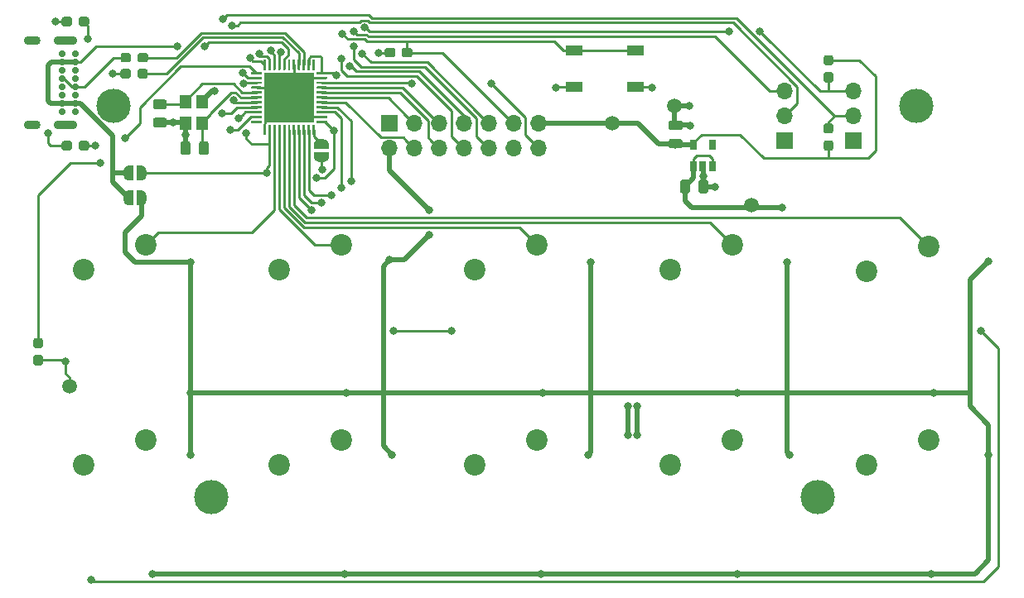
<source format=gbr>
G04 #@! TF.GenerationSoftware,KiCad,Pcbnew,(5.1.2)-2*
G04 #@! TF.CreationDate,2020-11-02T14:54:11+01:00*
G04 #@! TF.ProjectId,MacroBoard,4d616372-6f42-46f6-9172-642e6b696361,rev?*
G04 #@! TF.SameCoordinates,Original*
G04 #@! TF.FileFunction,Copper,L1,Top*
G04 #@! TF.FilePolarity,Positive*
%FSLAX46Y46*%
G04 Gerber Fmt 4.6, Leading zero omitted, Abs format (unit mm)*
G04 Created by KiCad (PCBNEW (5.1.2)-2) date 2020-11-02 14:54:11*
%MOMM*%
%LPD*%
G04 APERTURE LIST*
%ADD10C,1.500000*%
%ADD11C,0.100000*%
%ADD12C,0.950000*%
%ADD13C,0.500000*%
%ADD14O,1.700000X1.700000*%
%ADD15R,1.700000X1.700000*%
%ADD16R,0.650000X1.060000*%
%ADD17C,0.975000*%
%ADD18R,1.700000X1.000000*%
%ADD19O,1.700000X0.900000*%
%ADD20O,2.400000X0.900000*%
%ADD21C,0.700000*%
%ADD22R,1.200000X1.400000*%
%ADD23C,2.200000*%
%ADD24R,5.200000X5.200000*%
%ADD25C,0.250000*%
%ADD26C,0.800000*%
%ADD27C,3.500000*%
%ADD28C,0.250000*%
%ADD29C,0.500000*%
G04 APERTURE END LIST*
D10*
X77524500Y-114664000D03*
D11*
G36*
X74546779Y-111459144D02*
G01*
X74569834Y-111462563D01*
X74592443Y-111468227D01*
X74614387Y-111476079D01*
X74635457Y-111486044D01*
X74655448Y-111498026D01*
X74674168Y-111511910D01*
X74691438Y-111527562D01*
X74707090Y-111544832D01*
X74720974Y-111563552D01*
X74732956Y-111583543D01*
X74742921Y-111604613D01*
X74750773Y-111626557D01*
X74756437Y-111649166D01*
X74759856Y-111672221D01*
X74761000Y-111695500D01*
X74761000Y-112270500D01*
X74759856Y-112293779D01*
X74756437Y-112316834D01*
X74750773Y-112339443D01*
X74742921Y-112361387D01*
X74732956Y-112382457D01*
X74720974Y-112402448D01*
X74707090Y-112421168D01*
X74691438Y-112438438D01*
X74674168Y-112454090D01*
X74655448Y-112467974D01*
X74635457Y-112479956D01*
X74614387Y-112489921D01*
X74592443Y-112497773D01*
X74569834Y-112503437D01*
X74546779Y-112506856D01*
X74523500Y-112508000D01*
X74048500Y-112508000D01*
X74025221Y-112506856D01*
X74002166Y-112503437D01*
X73979557Y-112497773D01*
X73957613Y-112489921D01*
X73936543Y-112479956D01*
X73916552Y-112467974D01*
X73897832Y-112454090D01*
X73880562Y-112438438D01*
X73864910Y-112421168D01*
X73851026Y-112402448D01*
X73839044Y-112382457D01*
X73829079Y-112361387D01*
X73821227Y-112339443D01*
X73815563Y-112316834D01*
X73812144Y-112293779D01*
X73811000Y-112270500D01*
X73811000Y-111695500D01*
X73812144Y-111672221D01*
X73815563Y-111649166D01*
X73821227Y-111626557D01*
X73829079Y-111604613D01*
X73839044Y-111583543D01*
X73851026Y-111563552D01*
X73864910Y-111544832D01*
X73880562Y-111527562D01*
X73897832Y-111511910D01*
X73916552Y-111498026D01*
X73936543Y-111486044D01*
X73957613Y-111476079D01*
X73979557Y-111468227D01*
X74002166Y-111462563D01*
X74025221Y-111459144D01*
X74048500Y-111458000D01*
X74523500Y-111458000D01*
X74546779Y-111459144D01*
X74546779Y-111459144D01*
G37*
D12*
X74286000Y-111983000D03*
D11*
G36*
X74546779Y-109709144D02*
G01*
X74569834Y-109712563D01*
X74592443Y-109718227D01*
X74614387Y-109726079D01*
X74635457Y-109736044D01*
X74655448Y-109748026D01*
X74674168Y-109761910D01*
X74691438Y-109777562D01*
X74707090Y-109794832D01*
X74720974Y-109813552D01*
X74732956Y-109833543D01*
X74742921Y-109854613D01*
X74750773Y-109876557D01*
X74756437Y-109899166D01*
X74759856Y-109922221D01*
X74761000Y-109945500D01*
X74761000Y-110520500D01*
X74759856Y-110543779D01*
X74756437Y-110566834D01*
X74750773Y-110589443D01*
X74742921Y-110611387D01*
X74732956Y-110632457D01*
X74720974Y-110652448D01*
X74707090Y-110671168D01*
X74691438Y-110688438D01*
X74674168Y-110704090D01*
X74655448Y-110717974D01*
X74635457Y-110729956D01*
X74614387Y-110739921D01*
X74592443Y-110747773D01*
X74569834Y-110753437D01*
X74546779Y-110756856D01*
X74523500Y-110758000D01*
X74048500Y-110758000D01*
X74025221Y-110756856D01*
X74002166Y-110753437D01*
X73979557Y-110747773D01*
X73957613Y-110739921D01*
X73936543Y-110729956D01*
X73916552Y-110717974D01*
X73897832Y-110704090D01*
X73880562Y-110688438D01*
X73864910Y-110671168D01*
X73851026Y-110652448D01*
X73839044Y-110632457D01*
X73829079Y-110611387D01*
X73821227Y-110589443D01*
X73815563Y-110566834D01*
X73812144Y-110543779D01*
X73811000Y-110520500D01*
X73811000Y-109945500D01*
X73812144Y-109922221D01*
X73815563Y-109899166D01*
X73821227Y-109876557D01*
X73829079Y-109854613D01*
X73839044Y-109833543D01*
X73851026Y-109813552D01*
X73864910Y-109794832D01*
X73880562Y-109777562D01*
X73897832Y-109761910D01*
X73916552Y-109748026D01*
X73936543Y-109736044D01*
X73957613Y-109726079D01*
X73979557Y-109718227D01*
X74002166Y-109712563D01*
X74025221Y-109709144D01*
X74048500Y-109708000D01*
X74523500Y-109708000D01*
X74546779Y-109709144D01*
X74546779Y-109709144D01*
G37*
D12*
X74286000Y-110233000D03*
D10*
X132960000Y-87740000D03*
X139310000Y-85962000D03*
X147184000Y-96122000D03*
D13*
X103242000Y-91184000D03*
D11*
G36*
X103991398Y-91184000D02*
G01*
X103991398Y-91208534D01*
X103986588Y-91257365D01*
X103977016Y-91305490D01*
X103962772Y-91352445D01*
X103943995Y-91397778D01*
X103920864Y-91441051D01*
X103893604Y-91481850D01*
X103862476Y-91519779D01*
X103827779Y-91554476D01*
X103789850Y-91585604D01*
X103749051Y-91612864D01*
X103705778Y-91635995D01*
X103660445Y-91654772D01*
X103613490Y-91669016D01*
X103565365Y-91678588D01*
X103516534Y-91683398D01*
X103492000Y-91683398D01*
X103492000Y-91684000D01*
X102992000Y-91684000D01*
X102992000Y-91683398D01*
X102967466Y-91683398D01*
X102918635Y-91678588D01*
X102870510Y-91669016D01*
X102823555Y-91654772D01*
X102778222Y-91635995D01*
X102734949Y-91612864D01*
X102694150Y-91585604D01*
X102656221Y-91554476D01*
X102621524Y-91519779D01*
X102590396Y-91481850D01*
X102563136Y-91441051D01*
X102540005Y-91397778D01*
X102521228Y-91352445D01*
X102506984Y-91305490D01*
X102497412Y-91257365D01*
X102492602Y-91208534D01*
X102492602Y-91184000D01*
X102492000Y-91184000D01*
X102492000Y-90684000D01*
X103992000Y-90684000D01*
X103992000Y-91184000D01*
X103991398Y-91184000D01*
X103991398Y-91184000D01*
G37*
D13*
X103242000Y-89884000D03*
D11*
G36*
X102492000Y-90384000D02*
G01*
X102492000Y-89884000D01*
X102492602Y-89884000D01*
X102492602Y-89859466D01*
X102497412Y-89810635D01*
X102506984Y-89762510D01*
X102521228Y-89715555D01*
X102540005Y-89670222D01*
X102563136Y-89626949D01*
X102590396Y-89586150D01*
X102621524Y-89548221D01*
X102656221Y-89513524D01*
X102694150Y-89482396D01*
X102734949Y-89455136D01*
X102778222Y-89432005D01*
X102823555Y-89413228D01*
X102870510Y-89398984D01*
X102918635Y-89389412D01*
X102967466Y-89384602D01*
X102992000Y-89384602D01*
X102992000Y-89384000D01*
X103492000Y-89384000D01*
X103492000Y-89384602D01*
X103516534Y-89384602D01*
X103565365Y-89389412D01*
X103613490Y-89398984D01*
X103660445Y-89413228D01*
X103705778Y-89432005D01*
X103749051Y-89455136D01*
X103789850Y-89482396D01*
X103827779Y-89513524D01*
X103862476Y-89548221D01*
X103893604Y-89586150D01*
X103920864Y-89626949D01*
X103943995Y-89670222D01*
X103962772Y-89715555D01*
X103977016Y-89762510D01*
X103986588Y-89810635D01*
X103991398Y-89859466D01*
X103991398Y-89884000D01*
X103992000Y-89884000D01*
X103992000Y-90384000D01*
X102492000Y-90384000D01*
X102492000Y-90384000D01*
G37*
D14*
X125467000Y-90280000D03*
X125467000Y-87740000D03*
X122927000Y-90280000D03*
X122927000Y-87740000D03*
X120387000Y-90280000D03*
X120387000Y-87740000D03*
X117847000Y-90280000D03*
X117847000Y-87740000D03*
X115307000Y-90280000D03*
X115307000Y-87740000D03*
X112767000Y-90280000D03*
X112767000Y-87740000D03*
X110227000Y-90280000D03*
D15*
X110227000Y-87740000D03*
D16*
X141281000Y-89942000D03*
X143181000Y-89942000D03*
X143181000Y-92142000D03*
X142231000Y-92142000D03*
X141281000Y-92142000D03*
D11*
G36*
X155318779Y-80753144D02*
G01*
X155341834Y-80756563D01*
X155364443Y-80762227D01*
X155386387Y-80770079D01*
X155407457Y-80780044D01*
X155427448Y-80792026D01*
X155446168Y-80805910D01*
X155463438Y-80821562D01*
X155479090Y-80838832D01*
X155492974Y-80857552D01*
X155504956Y-80877543D01*
X155514921Y-80898613D01*
X155522773Y-80920557D01*
X155528437Y-80943166D01*
X155531856Y-80966221D01*
X155533000Y-80989500D01*
X155533000Y-81564500D01*
X155531856Y-81587779D01*
X155528437Y-81610834D01*
X155522773Y-81633443D01*
X155514921Y-81655387D01*
X155504956Y-81676457D01*
X155492974Y-81696448D01*
X155479090Y-81715168D01*
X155463438Y-81732438D01*
X155446168Y-81748090D01*
X155427448Y-81761974D01*
X155407457Y-81773956D01*
X155386387Y-81783921D01*
X155364443Y-81791773D01*
X155341834Y-81797437D01*
X155318779Y-81800856D01*
X155295500Y-81802000D01*
X154820500Y-81802000D01*
X154797221Y-81800856D01*
X154774166Y-81797437D01*
X154751557Y-81791773D01*
X154729613Y-81783921D01*
X154708543Y-81773956D01*
X154688552Y-81761974D01*
X154669832Y-81748090D01*
X154652562Y-81732438D01*
X154636910Y-81715168D01*
X154623026Y-81696448D01*
X154611044Y-81676457D01*
X154601079Y-81655387D01*
X154593227Y-81633443D01*
X154587563Y-81610834D01*
X154584144Y-81587779D01*
X154583000Y-81564500D01*
X154583000Y-80989500D01*
X154584144Y-80966221D01*
X154587563Y-80943166D01*
X154593227Y-80920557D01*
X154601079Y-80898613D01*
X154611044Y-80877543D01*
X154623026Y-80857552D01*
X154636910Y-80838832D01*
X154652562Y-80821562D01*
X154669832Y-80805910D01*
X154688552Y-80792026D01*
X154708543Y-80780044D01*
X154729613Y-80770079D01*
X154751557Y-80762227D01*
X154774166Y-80756563D01*
X154797221Y-80753144D01*
X154820500Y-80752000D01*
X155295500Y-80752000D01*
X155318779Y-80753144D01*
X155318779Y-80753144D01*
G37*
D12*
X155058000Y-81277000D03*
D11*
G36*
X155318779Y-82503144D02*
G01*
X155341834Y-82506563D01*
X155364443Y-82512227D01*
X155386387Y-82520079D01*
X155407457Y-82530044D01*
X155427448Y-82542026D01*
X155446168Y-82555910D01*
X155463438Y-82571562D01*
X155479090Y-82588832D01*
X155492974Y-82607552D01*
X155504956Y-82627543D01*
X155514921Y-82648613D01*
X155522773Y-82670557D01*
X155528437Y-82693166D01*
X155531856Y-82716221D01*
X155533000Y-82739500D01*
X155533000Y-83314500D01*
X155531856Y-83337779D01*
X155528437Y-83360834D01*
X155522773Y-83383443D01*
X155514921Y-83405387D01*
X155504956Y-83426457D01*
X155492974Y-83446448D01*
X155479090Y-83465168D01*
X155463438Y-83482438D01*
X155446168Y-83498090D01*
X155427448Y-83511974D01*
X155407457Y-83523956D01*
X155386387Y-83533921D01*
X155364443Y-83541773D01*
X155341834Y-83547437D01*
X155318779Y-83550856D01*
X155295500Y-83552000D01*
X154820500Y-83552000D01*
X154797221Y-83550856D01*
X154774166Y-83547437D01*
X154751557Y-83541773D01*
X154729613Y-83533921D01*
X154708543Y-83523956D01*
X154688552Y-83511974D01*
X154669832Y-83498090D01*
X154652562Y-83482438D01*
X154636910Y-83465168D01*
X154623026Y-83446448D01*
X154611044Y-83426457D01*
X154601079Y-83405387D01*
X154593227Y-83383443D01*
X154587563Y-83360834D01*
X154584144Y-83337779D01*
X154583000Y-83314500D01*
X154583000Y-82739500D01*
X154584144Y-82716221D01*
X154587563Y-82693166D01*
X154593227Y-82670557D01*
X154601079Y-82648613D01*
X154611044Y-82627543D01*
X154623026Y-82607552D01*
X154636910Y-82588832D01*
X154652562Y-82571562D01*
X154669832Y-82555910D01*
X154688552Y-82542026D01*
X154708543Y-82530044D01*
X154729613Y-82520079D01*
X154751557Y-82512227D01*
X154774166Y-82506563D01*
X154797221Y-82503144D01*
X154820500Y-82502000D01*
X155295500Y-82502000D01*
X155318779Y-82503144D01*
X155318779Y-82503144D01*
G37*
D12*
X155058000Y-83027000D03*
D11*
G36*
X155318779Y-89488144D02*
G01*
X155341834Y-89491563D01*
X155364443Y-89497227D01*
X155386387Y-89505079D01*
X155407457Y-89515044D01*
X155427448Y-89527026D01*
X155446168Y-89540910D01*
X155463438Y-89556562D01*
X155479090Y-89573832D01*
X155492974Y-89592552D01*
X155504956Y-89612543D01*
X155514921Y-89633613D01*
X155522773Y-89655557D01*
X155528437Y-89678166D01*
X155531856Y-89701221D01*
X155533000Y-89724500D01*
X155533000Y-90299500D01*
X155531856Y-90322779D01*
X155528437Y-90345834D01*
X155522773Y-90368443D01*
X155514921Y-90390387D01*
X155504956Y-90411457D01*
X155492974Y-90431448D01*
X155479090Y-90450168D01*
X155463438Y-90467438D01*
X155446168Y-90483090D01*
X155427448Y-90496974D01*
X155407457Y-90508956D01*
X155386387Y-90518921D01*
X155364443Y-90526773D01*
X155341834Y-90532437D01*
X155318779Y-90535856D01*
X155295500Y-90537000D01*
X154820500Y-90537000D01*
X154797221Y-90535856D01*
X154774166Y-90532437D01*
X154751557Y-90526773D01*
X154729613Y-90518921D01*
X154708543Y-90508956D01*
X154688552Y-90496974D01*
X154669832Y-90483090D01*
X154652562Y-90467438D01*
X154636910Y-90450168D01*
X154623026Y-90431448D01*
X154611044Y-90411457D01*
X154601079Y-90390387D01*
X154593227Y-90368443D01*
X154587563Y-90345834D01*
X154584144Y-90322779D01*
X154583000Y-90299500D01*
X154583000Y-89724500D01*
X154584144Y-89701221D01*
X154587563Y-89678166D01*
X154593227Y-89655557D01*
X154601079Y-89633613D01*
X154611044Y-89612543D01*
X154623026Y-89592552D01*
X154636910Y-89573832D01*
X154652562Y-89556562D01*
X154669832Y-89540910D01*
X154688552Y-89527026D01*
X154708543Y-89515044D01*
X154729613Y-89505079D01*
X154751557Y-89497227D01*
X154774166Y-89491563D01*
X154797221Y-89488144D01*
X154820500Y-89487000D01*
X155295500Y-89487000D01*
X155318779Y-89488144D01*
X155318779Y-89488144D01*
G37*
D12*
X155058000Y-90012000D03*
D11*
G36*
X155318779Y-87738144D02*
G01*
X155341834Y-87741563D01*
X155364443Y-87747227D01*
X155386387Y-87755079D01*
X155407457Y-87765044D01*
X155427448Y-87777026D01*
X155446168Y-87790910D01*
X155463438Y-87806562D01*
X155479090Y-87823832D01*
X155492974Y-87842552D01*
X155504956Y-87862543D01*
X155514921Y-87883613D01*
X155522773Y-87905557D01*
X155528437Y-87928166D01*
X155531856Y-87951221D01*
X155533000Y-87974500D01*
X155533000Y-88549500D01*
X155531856Y-88572779D01*
X155528437Y-88595834D01*
X155522773Y-88618443D01*
X155514921Y-88640387D01*
X155504956Y-88661457D01*
X155492974Y-88681448D01*
X155479090Y-88700168D01*
X155463438Y-88717438D01*
X155446168Y-88733090D01*
X155427448Y-88746974D01*
X155407457Y-88758956D01*
X155386387Y-88768921D01*
X155364443Y-88776773D01*
X155341834Y-88782437D01*
X155318779Y-88785856D01*
X155295500Y-88787000D01*
X154820500Y-88787000D01*
X154797221Y-88785856D01*
X154774166Y-88782437D01*
X154751557Y-88776773D01*
X154729613Y-88768921D01*
X154708543Y-88758956D01*
X154688552Y-88746974D01*
X154669832Y-88733090D01*
X154652562Y-88717438D01*
X154636910Y-88700168D01*
X154623026Y-88681448D01*
X154611044Y-88661457D01*
X154601079Y-88640387D01*
X154593227Y-88618443D01*
X154587563Y-88595834D01*
X154584144Y-88572779D01*
X154583000Y-88549500D01*
X154583000Y-87974500D01*
X154584144Y-87951221D01*
X154587563Y-87928166D01*
X154593227Y-87905557D01*
X154601079Y-87883613D01*
X154611044Y-87862543D01*
X154623026Y-87842552D01*
X154636910Y-87823832D01*
X154652562Y-87806562D01*
X154669832Y-87790910D01*
X154688552Y-87777026D01*
X154708543Y-87765044D01*
X154729613Y-87755079D01*
X154751557Y-87747227D01*
X154774166Y-87741563D01*
X154797221Y-87738144D01*
X154820500Y-87737000D01*
X155295500Y-87737000D01*
X155318779Y-87738144D01*
X155318779Y-87738144D01*
G37*
D12*
X155058000Y-88262000D03*
D11*
G36*
X139917142Y-87459174D02*
G01*
X139940803Y-87462684D01*
X139964007Y-87468496D01*
X139986529Y-87476554D01*
X140008153Y-87486782D01*
X140028670Y-87499079D01*
X140047883Y-87513329D01*
X140065607Y-87529393D01*
X140081671Y-87547117D01*
X140095921Y-87566330D01*
X140108218Y-87586847D01*
X140118446Y-87608471D01*
X140126504Y-87630993D01*
X140132316Y-87654197D01*
X140135826Y-87677858D01*
X140137000Y-87701750D01*
X140137000Y-88189250D01*
X140135826Y-88213142D01*
X140132316Y-88236803D01*
X140126504Y-88260007D01*
X140118446Y-88282529D01*
X140108218Y-88304153D01*
X140095921Y-88324670D01*
X140081671Y-88343883D01*
X140065607Y-88361607D01*
X140047883Y-88377671D01*
X140028670Y-88391921D01*
X140008153Y-88404218D01*
X139986529Y-88414446D01*
X139964007Y-88422504D01*
X139940803Y-88428316D01*
X139917142Y-88431826D01*
X139893250Y-88433000D01*
X138980750Y-88433000D01*
X138956858Y-88431826D01*
X138933197Y-88428316D01*
X138909993Y-88422504D01*
X138887471Y-88414446D01*
X138865847Y-88404218D01*
X138845330Y-88391921D01*
X138826117Y-88377671D01*
X138808393Y-88361607D01*
X138792329Y-88343883D01*
X138778079Y-88324670D01*
X138765782Y-88304153D01*
X138755554Y-88282529D01*
X138747496Y-88260007D01*
X138741684Y-88236803D01*
X138738174Y-88213142D01*
X138737000Y-88189250D01*
X138737000Y-87701750D01*
X138738174Y-87677858D01*
X138741684Y-87654197D01*
X138747496Y-87630993D01*
X138755554Y-87608471D01*
X138765782Y-87586847D01*
X138778079Y-87566330D01*
X138792329Y-87547117D01*
X138808393Y-87529393D01*
X138826117Y-87513329D01*
X138845330Y-87499079D01*
X138865847Y-87486782D01*
X138887471Y-87476554D01*
X138909993Y-87468496D01*
X138933197Y-87462684D01*
X138956858Y-87459174D01*
X138980750Y-87458000D01*
X139893250Y-87458000D01*
X139917142Y-87459174D01*
X139917142Y-87459174D01*
G37*
D17*
X139437000Y-87945500D03*
D11*
G36*
X139917142Y-89334174D02*
G01*
X139940803Y-89337684D01*
X139964007Y-89343496D01*
X139986529Y-89351554D01*
X140008153Y-89361782D01*
X140028670Y-89374079D01*
X140047883Y-89388329D01*
X140065607Y-89404393D01*
X140081671Y-89422117D01*
X140095921Y-89441330D01*
X140108218Y-89461847D01*
X140118446Y-89483471D01*
X140126504Y-89505993D01*
X140132316Y-89529197D01*
X140135826Y-89552858D01*
X140137000Y-89576750D01*
X140137000Y-90064250D01*
X140135826Y-90088142D01*
X140132316Y-90111803D01*
X140126504Y-90135007D01*
X140118446Y-90157529D01*
X140108218Y-90179153D01*
X140095921Y-90199670D01*
X140081671Y-90218883D01*
X140065607Y-90236607D01*
X140047883Y-90252671D01*
X140028670Y-90266921D01*
X140008153Y-90279218D01*
X139986529Y-90289446D01*
X139964007Y-90297504D01*
X139940803Y-90303316D01*
X139917142Y-90306826D01*
X139893250Y-90308000D01*
X138980750Y-90308000D01*
X138956858Y-90306826D01*
X138933197Y-90303316D01*
X138909993Y-90297504D01*
X138887471Y-90289446D01*
X138865847Y-90279218D01*
X138845330Y-90266921D01*
X138826117Y-90252671D01*
X138808393Y-90236607D01*
X138792329Y-90218883D01*
X138778079Y-90199670D01*
X138765782Y-90179153D01*
X138755554Y-90157529D01*
X138747496Y-90135007D01*
X138741684Y-90111803D01*
X138738174Y-90088142D01*
X138737000Y-90064250D01*
X138737000Y-89576750D01*
X138738174Y-89552858D01*
X138741684Y-89529197D01*
X138747496Y-89505993D01*
X138755554Y-89483471D01*
X138765782Y-89461847D01*
X138778079Y-89441330D01*
X138792329Y-89422117D01*
X138808393Y-89404393D01*
X138826117Y-89388329D01*
X138845330Y-89374079D01*
X138865847Y-89361782D01*
X138887471Y-89351554D01*
X138909993Y-89343496D01*
X138933197Y-89337684D01*
X138956858Y-89334174D01*
X138980750Y-89333000D01*
X139893250Y-89333000D01*
X139917142Y-89334174D01*
X139917142Y-89334174D01*
G37*
D17*
X139437000Y-89820500D03*
D11*
G36*
X142547142Y-93518174D02*
G01*
X142570803Y-93521684D01*
X142594007Y-93527496D01*
X142616529Y-93535554D01*
X142638153Y-93545782D01*
X142658670Y-93558079D01*
X142677883Y-93572329D01*
X142695607Y-93588393D01*
X142711671Y-93606117D01*
X142725921Y-93625330D01*
X142738218Y-93645847D01*
X142748446Y-93667471D01*
X142756504Y-93689993D01*
X142762316Y-93713197D01*
X142765826Y-93736858D01*
X142767000Y-93760750D01*
X142767000Y-94673250D01*
X142765826Y-94697142D01*
X142762316Y-94720803D01*
X142756504Y-94744007D01*
X142748446Y-94766529D01*
X142738218Y-94788153D01*
X142725921Y-94808670D01*
X142711671Y-94827883D01*
X142695607Y-94845607D01*
X142677883Y-94861671D01*
X142658670Y-94875921D01*
X142638153Y-94888218D01*
X142616529Y-94898446D01*
X142594007Y-94906504D01*
X142570803Y-94912316D01*
X142547142Y-94915826D01*
X142523250Y-94917000D01*
X142035750Y-94917000D01*
X142011858Y-94915826D01*
X141988197Y-94912316D01*
X141964993Y-94906504D01*
X141942471Y-94898446D01*
X141920847Y-94888218D01*
X141900330Y-94875921D01*
X141881117Y-94861671D01*
X141863393Y-94845607D01*
X141847329Y-94827883D01*
X141833079Y-94808670D01*
X141820782Y-94788153D01*
X141810554Y-94766529D01*
X141802496Y-94744007D01*
X141796684Y-94720803D01*
X141793174Y-94697142D01*
X141792000Y-94673250D01*
X141792000Y-93760750D01*
X141793174Y-93736858D01*
X141796684Y-93713197D01*
X141802496Y-93689993D01*
X141810554Y-93667471D01*
X141820782Y-93645847D01*
X141833079Y-93625330D01*
X141847329Y-93606117D01*
X141863393Y-93588393D01*
X141881117Y-93572329D01*
X141900330Y-93558079D01*
X141920847Y-93545782D01*
X141942471Y-93535554D01*
X141964993Y-93527496D01*
X141988197Y-93521684D01*
X142011858Y-93518174D01*
X142035750Y-93517000D01*
X142523250Y-93517000D01*
X142547142Y-93518174D01*
X142547142Y-93518174D01*
G37*
D17*
X142279500Y-94217000D03*
D11*
G36*
X140672142Y-93518174D02*
G01*
X140695803Y-93521684D01*
X140719007Y-93527496D01*
X140741529Y-93535554D01*
X140763153Y-93545782D01*
X140783670Y-93558079D01*
X140802883Y-93572329D01*
X140820607Y-93588393D01*
X140836671Y-93606117D01*
X140850921Y-93625330D01*
X140863218Y-93645847D01*
X140873446Y-93667471D01*
X140881504Y-93689993D01*
X140887316Y-93713197D01*
X140890826Y-93736858D01*
X140892000Y-93760750D01*
X140892000Y-94673250D01*
X140890826Y-94697142D01*
X140887316Y-94720803D01*
X140881504Y-94744007D01*
X140873446Y-94766529D01*
X140863218Y-94788153D01*
X140850921Y-94808670D01*
X140836671Y-94827883D01*
X140820607Y-94845607D01*
X140802883Y-94861671D01*
X140783670Y-94875921D01*
X140763153Y-94888218D01*
X140741529Y-94898446D01*
X140719007Y-94906504D01*
X140695803Y-94912316D01*
X140672142Y-94915826D01*
X140648250Y-94917000D01*
X140160750Y-94917000D01*
X140136858Y-94915826D01*
X140113197Y-94912316D01*
X140089993Y-94906504D01*
X140067471Y-94898446D01*
X140045847Y-94888218D01*
X140025330Y-94875921D01*
X140006117Y-94861671D01*
X139988393Y-94845607D01*
X139972329Y-94827883D01*
X139958079Y-94808670D01*
X139945782Y-94788153D01*
X139935554Y-94766529D01*
X139927496Y-94744007D01*
X139921684Y-94720803D01*
X139918174Y-94697142D01*
X139917000Y-94673250D01*
X139917000Y-93760750D01*
X139918174Y-93736858D01*
X139921684Y-93713197D01*
X139927496Y-93689993D01*
X139935554Y-93667471D01*
X139945782Y-93645847D01*
X139958079Y-93625330D01*
X139972329Y-93606117D01*
X139988393Y-93588393D01*
X140006117Y-93572329D01*
X140025330Y-93558079D01*
X140045847Y-93545782D01*
X140067471Y-93535554D01*
X140089993Y-93527496D01*
X140113197Y-93521684D01*
X140136858Y-93518174D01*
X140160750Y-93517000D01*
X140648250Y-93517000D01*
X140672142Y-93518174D01*
X140672142Y-93518174D01*
G37*
D17*
X140404500Y-94217000D03*
D18*
X129048000Y-80252000D03*
X135348000Y-80252000D03*
X129048000Y-84052000D03*
X135348000Y-84052000D03*
D11*
G36*
X112301779Y-80027144D02*
G01*
X112324834Y-80030563D01*
X112347443Y-80036227D01*
X112369387Y-80044079D01*
X112390457Y-80054044D01*
X112410448Y-80066026D01*
X112429168Y-80079910D01*
X112446438Y-80095562D01*
X112462090Y-80112832D01*
X112475974Y-80131552D01*
X112487956Y-80151543D01*
X112497921Y-80172613D01*
X112505773Y-80194557D01*
X112511437Y-80217166D01*
X112514856Y-80240221D01*
X112516000Y-80263500D01*
X112516000Y-80738500D01*
X112514856Y-80761779D01*
X112511437Y-80784834D01*
X112505773Y-80807443D01*
X112497921Y-80829387D01*
X112487956Y-80850457D01*
X112475974Y-80870448D01*
X112462090Y-80889168D01*
X112446438Y-80906438D01*
X112429168Y-80922090D01*
X112410448Y-80935974D01*
X112390457Y-80947956D01*
X112369387Y-80957921D01*
X112347443Y-80965773D01*
X112324834Y-80971437D01*
X112301779Y-80974856D01*
X112278500Y-80976000D01*
X111703500Y-80976000D01*
X111680221Y-80974856D01*
X111657166Y-80971437D01*
X111634557Y-80965773D01*
X111612613Y-80957921D01*
X111591543Y-80947956D01*
X111571552Y-80935974D01*
X111552832Y-80922090D01*
X111535562Y-80906438D01*
X111519910Y-80889168D01*
X111506026Y-80870448D01*
X111494044Y-80850457D01*
X111484079Y-80829387D01*
X111476227Y-80807443D01*
X111470563Y-80784834D01*
X111467144Y-80761779D01*
X111466000Y-80738500D01*
X111466000Y-80263500D01*
X111467144Y-80240221D01*
X111470563Y-80217166D01*
X111476227Y-80194557D01*
X111484079Y-80172613D01*
X111494044Y-80151543D01*
X111506026Y-80131552D01*
X111519910Y-80112832D01*
X111535562Y-80095562D01*
X111552832Y-80079910D01*
X111571552Y-80066026D01*
X111591543Y-80054044D01*
X111612613Y-80044079D01*
X111634557Y-80036227D01*
X111657166Y-80030563D01*
X111680221Y-80027144D01*
X111703500Y-80026000D01*
X112278500Y-80026000D01*
X112301779Y-80027144D01*
X112301779Y-80027144D01*
G37*
D12*
X111991000Y-80501000D03*
D11*
G36*
X110551779Y-80027144D02*
G01*
X110574834Y-80030563D01*
X110597443Y-80036227D01*
X110619387Y-80044079D01*
X110640457Y-80054044D01*
X110660448Y-80066026D01*
X110679168Y-80079910D01*
X110696438Y-80095562D01*
X110712090Y-80112832D01*
X110725974Y-80131552D01*
X110737956Y-80151543D01*
X110747921Y-80172613D01*
X110755773Y-80194557D01*
X110761437Y-80217166D01*
X110764856Y-80240221D01*
X110766000Y-80263500D01*
X110766000Y-80738500D01*
X110764856Y-80761779D01*
X110761437Y-80784834D01*
X110755773Y-80807443D01*
X110747921Y-80829387D01*
X110737956Y-80850457D01*
X110725974Y-80870448D01*
X110712090Y-80889168D01*
X110696438Y-80906438D01*
X110679168Y-80922090D01*
X110660448Y-80935974D01*
X110640457Y-80947956D01*
X110619387Y-80957921D01*
X110597443Y-80965773D01*
X110574834Y-80971437D01*
X110551779Y-80974856D01*
X110528500Y-80976000D01*
X109953500Y-80976000D01*
X109930221Y-80974856D01*
X109907166Y-80971437D01*
X109884557Y-80965773D01*
X109862613Y-80957921D01*
X109841543Y-80947956D01*
X109821552Y-80935974D01*
X109802832Y-80922090D01*
X109785562Y-80906438D01*
X109769910Y-80889168D01*
X109756026Y-80870448D01*
X109744044Y-80850457D01*
X109734079Y-80829387D01*
X109726227Y-80807443D01*
X109720563Y-80784834D01*
X109717144Y-80761779D01*
X109716000Y-80738500D01*
X109716000Y-80263500D01*
X109717144Y-80240221D01*
X109720563Y-80217166D01*
X109726227Y-80194557D01*
X109734079Y-80172613D01*
X109744044Y-80151543D01*
X109756026Y-80131552D01*
X109769910Y-80112832D01*
X109785562Y-80095562D01*
X109802832Y-80079910D01*
X109821552Y-80066026D01*
X109841543Y-80054044D01*
X109862613Y-80044079D01*
X109884557Y-80036227D01*
X109907166Y-80030563D01*
X109930221Y-80027144D01*
X109953500Y-80026000D01*
X110528500Y-80026000D01*
X110551779Y-80027144D01*
X110551779Y-80027144D01*
G37*
D12*
X110241000Y-80501000D03*
D13*
X84842000Y-95360000D03*
D11*
G36*
X84842000Y-94610602D02*
G01*
X84866534Y-94610602D01*
X84915365Y-94615412D01*
X84963490Y-94624984D01*
X85010445Y-94639228D01*
X85055778Y-94658005D01*
X85099051Y-94681136D01*
X85139850Y-94708396D01*
X85177779Y-94739524D01*
X85212476Y-94774221D01*
X85243604Y-94812150D01*
X85270864Y-94852949D01*
X85293995Y-94896222D01*
X85312772Y-94941555D01*
X85327016Y-94988510D01*
X85336588Y-95036635D01*
X85341398Y-95085466D01*
X85341398Y-95110000D01*
X85342000Y-95110000D01*
X85342000Y-95610000D01*
X85341398Y-95610000D01*
X85341398Y-95634534D01*
X85336588Y-95683365D01*
X85327016Y-95731490D01*
X85312772Y-95778445D01*
X85293995Y-95823778D01*
X85270864Y-95867051D01*
X85243604Y-95907850D01*
X85212476Y-95945779D01*
X85177779Y-95980476D01*
X85139850Y-96011604D01*
X85099051Y-96038864D01*
X85055778Y-96061995D01*
X85010445Y-96080772D01*
X84963490Y-96095016D01*
X84915365Y-96104588D01*
X84866534Y-96109398D01*
X84842000Y-96109398D01*
X84842000Y-96110000D01*
X84342000Y-96110000D01*
X84342000Y-94610000D01*
X84842000Y-94610000D01*
X84842000Y-94610602D01*
X84842000Y-94610602D01*
G37*
D13*
X83542000Y-95360000D03*
D11*
G36*
X84042000Y-96110000D02*
G01*
X83542000Y-96110000D01*
X83542000Y-96109398D01*
X83517466Y-96109398D01*
X83468635Y-96104588D01*
X83420510Y-96095016D01*
X83373555Y-96080772D01*
X83328222Y-96061995D01*
X83284949Y-96038864D01*
X83244150Y-96011604D01*
X83206221Y-95980476D01*
X83171524Y-95945779D01*
X83140396Y-95907850D01*
X83113136Y-95867051D01*
X83090005Y-95823778D01*
X83071228Y-95778445D01*
X83056984Y-95731490D01*
X83047412Y-95683365D01*
X83042602Y-95634534D01*
X83042602Y-95610000D01*
X83042000Y-95610000D01*
X83042000Y-95110000D01*
X83042602Y-95110000D01*
X83042602Y-95085466D01*
X83047412Y-95036635D01*
X83056984Y-94988510D01*
X83071228Y-94941555D01*
X83090005Y-94896222D01*
X83113136Y-94852949D01*
X83140396Y-94812150D01*
X83171524Y-94774221D01*
X83206221Y-94739524D01*
X83244150Y-94708396D01*
X83284949Y-94681136D01*
X83328222Y-94658005D01*
X83373555Y-94639228D01*
X83420510Y-94624984D01*
X83468635Y-94615412D01*
X83517466Y-94610602D01*
X83542000Y-94610602D01*
X83542000Y-94610000D01*
X84042000Y-94610000D01*
X84042000Y-96110000D01*
X84042000Y-96110000D01*
G37*
D13*
X84842000Y-92820000D03*
D11*
G36*
X84842000Y-92070602D02*
G01*
X84866534Y-92070602D01*
X84915365Y-92075412D01*
X84963490Y-92084984D01*
X85010445Y-92099228D01*
X85055778Y-92118005D01*
X85099051Y-92141136D01*
X85139850Y-92168396D01*
X85177779Y-92199524D01*
X85212476Y-92234221D01*
X85243604Y-92272150D01*
X85270864Y-92312949D01*
X85293995Y-92356222D01*
X85312772Y-92401555D01*
X85327016Y-92448510D01*
X85336588Y-92496635D01*
X85341398Y-92545466D01*
X85341398Y-92570000D01*
X85342000Y-92570000D01*
X85342000Y-93070000D01*
X85341398Y-93070000D01*
X85341398Y-93094534D01*
X85336588Y-93143365D01*
X85327016Y-93191490D01*
X85312772Y-93238445D01*
X85293995Y-93283778D01*
X85270864Y-93327051D01*
X85243604Y-93367850D01*
X85212476Y-93405779D01*
X85177779Y-93440476D01*
X85139850Y-93471604D01*
X85099051Y-93498864D01*
X85055778Y-93521995D01*
X85010445Y-93540772D01*
X84963490Y-93555016D01*
X84915365Y-93564588D01*
X84866534Y-93569398D01*
X84842000Y-93569398D01*
X84842000Y-93570000D01*
X84342000Y-93570000D01*
X84342000Y-92070000D01*
X84842000Y-92070000D01*
X84842000Y-92070602D01*
X84842000Y-92070602D01*
G37*
D13*
X83542000Y-92820000D03*
D11*
G36*
X84042000Y-93570000D02*
G01*
X83542000Y-93570000D01*
X83542000Y-93569398D01*
X83517466Y-93569398D01*
X83468635Y-93564588D01*
X83420510Y-93555016D01*
X83373555Y-93540772D01*
X83328222Y-93521995D01*
X83284949Y-93498864D01*
X83244150Y-93471604D01*
X83206221Y-93440476D01*
X83171524Y-93405779D01*
X83140396Y-93367850D01*
X83113136Y-93327051D01*
X83090005Y-93283778D01*
X83071228Y-93238445D01*
X83056984Y-93191490D01*
X83047412Y-93143365D01*
X83042602Y-93094534D01*
X83042602Y-93070000D01*
X83042000Y-93070000D01*
X83042000Y-92570000D01*
X83042602Y-92570000D01*
X83042602Y-92545466D01*
X83047412Y-92496635D01*
X83056984Y-92448510D01*
X83071228Y-92401555D01*
X83090005Y-92356222D01*
X83113136Y-92312949D01*
X83140396Y-92272150D01*
X83171524Y-92234221D01*
X83206221Y-92199524D01*
X83244150Y-92168396D01*
X83284949Y-92141136D01*
X83328222Y-92118005D01*
X83373555Y-92099228D01*
X83420510Y-92084984D01*
X83468635Y-92075412D01*
X83517466Y-92070602D01*
X83542000Y-92070602D01*
X83542000Y-92070000D01*
X84042000Y-92070000D01*
X84042000Y-93570000D01*
X84042000Y-93570000D01*
G37*
G36*
X77531779Y-89552144D02*
G01*
X77554834Y-89555563D01*
X77577443Y-89561227D01*
X77599387Y-89569079D01*
X77620457Y-89579044D01*
X77640448Y-89591026D01*
X77659168Y-89604910D01*
X77676438Y-89620562D01*
X77692090Y-89637832D01*
X77705974Y-89656552D01*
X77717956Y-89676543D01*
X77727921Y-89697613D01*
X77735773Y-89719557D01*
X77741437Y-89742166D01*
X77744856Y-89765221D01*
X77746000Y-89788500D01*
X77746000Y-90263500D01*
X77744856Y-90286779D01*
X77741437Y-90309834D01*
X77735773Y-90332443D01*
X77727921Y-90354387D01*
X77717956Y-90375457D01*
X77705974Y-90395448D01*
X77692090Y-90414168D01*
X77676438Y-90431438D01*
X77659168Y-90447090D01*
X77640448Y-90460974D01*
X77620457Y-90472956D01*
X77599387Y-90482921D01*
X77577443Y-90490773D01*
X77554834Y-90496437D01*
X77531779Y-90499856D01*
X77508500Y-90501000D01*
X76933500Y-90501000D01*
X76910221Y-90499856D01*
X76887166Y-90496437D01*
X76864557Y-90490773D01*
X76842613Y-90482921D01*
X76821543Y-90472956D01*
X76801552Y-90460974D01*
X76782832Y-90447090D01*
X76765562Y-90431438D01*
X76749910Y-90414168D01*
X76736026Y-90395448D01*
X76724044Y-90375457D01*
X76714079Y-90354387D01*
X76706227Y-90332443D01*
X76700563Y-90309834D01*
X76697144Y-90286779D01*
X76696000Y-90263500D01*
X76696000Y-89788500D01*
X76697144Y-89765221D01*
X76700563Y-89742166D01*
X76706227Y-89719557D01*
X76714079Y-89697613D01*
X76724044Y-89676543D01*
X76736026Y-89656552D01*
X76749910Y-89637832D01*
X76765562Y-89620562D01*
X76782832Y-89604910D01*
X76801552Y-89591026D01*
X76821543Y-89579044D01*
X76842613Y-89569079D01*
X76864557Y-89561227D01*
X76887166Y-89555563D01*
X76910221Y-89552144D01*
X76933500Y-89551000D01*
X77508500Y-89551000D01*
X77531779Y-89552144D01*
X77531779Y-89552144D01*
G37*
D12*
X77221000Y-90026000D03*
D11*
G36*
X79281779Y-89552144D02*
G01*
X79304834Y-89555563D01*
X79327443Y-89561227D01*
X79349387Y-89569079D01*
X79370457Y-89579044D01*
X79390448Y-89591026D01*
X79409168Y-89604910D01*
X79426438Y-89620562D01*
X79442090Y-89637832D01*
X79455974Y-89656552D01*
X79467956Y-89676543D01*
X79477921Y-89697613D01*
X79485773Y-89719557D01*
X79491437Y-89742166D01*
X79494856Y-89765221D01*
X79496000Y-89788500D01*
X79496000Y-90263500D01*
X79494856Y-90286779D01*
X79491437Y-90309834D01*
X79485773Y-90332443D01*
X79477921Y-90354387D01*
X79467956Y-90375457D01*
X79455974Y-90395448D01*
X79442090Y-90414168D01*
X79426438Y-90431438D01*
X79409168Y-90447090D01*
X79390448Y-90460974D01*
X79370457Y-90472956D01*
X79349387Y-90482921D01*
X79327443Y-90490773D01*
X79304834Y-90496437D01*
X79281779Y-90499856D01*
X79258500Y-90501000D01*
X78683500Y-90501000D01*
X78660221Y-90499856D01*
X78637166Y-90496437D01*
X78614557Y-90490773D01*
X78592613Y-90482921D01*
X78571543Y-90472956D01*
X78551552Y-90460974D01*
X78532832Y-90447090D01*
X78515562Y-90431438D01*
X78499910Y-90414168D01*
X78486026Y-90395448D01*
X78474044Y-90375457D01*
X78464079Y-90354387D01*
X78456227Y-90332443D01*
X78450563Y-90309834D01*
X78447144Y-90286779D01*
X78446000Y-90263500D01*
X78446000Y-89788500D01*
X78447144Y-89765221D01*
X78450563Y-89742166D01*
X78456227Y-89719557D01*
X78464079Y-89697613D01*
X78474044Y-89676543D01*
X78486026Y-89656552D01*
X78499910Y-89637832D01*
X78515562Y-89620562D01*
X78532832Y-89604910D01*
X78551552Y-89591026D01*
X78571543Y-89579044D01*
X78592613Y-89569079D01*
X78614557Y-89561227D01*
X78637166Y-89555563D01*
X78660221Y-89552144D01*
X78683500Y-89551000D01*
X79258500Y-89551000D01*
X79281779Y-89552144D01*
X79281779Y-89552144D01*
G37*
D12*
X78971000Y-90026000D03*
D11*
G36*
X79281779Y-76852144D02*
G01*
X79304834Y-76855563D01*
X79327443Y-76861227D01*
X79349387Y-76869079D01*
X79370457Y-76879044D01*
X79390448Y-76891026D01*
X79409168Y-76904910D01*
X79426438Y-76920562D01*
X79442090Y-76937832D01*
X79455974Y-76956552D01*
X79467956Y-76976543D01*
X79477921Y-76997613D01*
X79485773Y-77019557D01*
X79491437Y-77042166D01*
X79494856Y-77065221D01*
X79496000Y-77088500D01*
X79496000Y-77563500D01*
X79494856Y-77586779D01*
X79491437Y-77609834D01*
X79485773Y-77632443D01*
X79477921Y-77654387D01*
X79467956Y-77675457D01*
X79455974Y-77695448D01*
X79442090Y-77714168D01*
X79426438Y-77731438D01*
X79409168Y-77747090D01*
X79390448Y-77760974D01*
X79370457Y-77772956D01*
X79349387Y-77782921D01*
X79327443Y-77790773D01*
X79304834Y-77796437D01*
X79281779Y-77799856D01*
X79258500Y-77801000D01*
X78683500Y-77801000D01*
X78660221Y-77799856D01*
X78637166Y-77796437D01*
X78614557Y-77790773D01*
X78592613Y-77782921D01*
X78571543Y-77772956D01*
X78551552Y-77760974D01*
X78532832Y-77747090D01*
X78515562Y-77731438D01*
X78499910Y-77714168D01*
X78486026Y-77695448D01*
X78474044Y-77675457D01*
X78464079Y-77654387D01*
X78456227Y-77632443D01*
X78450563Y-77609834D01*
X78447144Y-77586779D01*
X78446000Y-77563500D01*
X78446000Y-77088500D01*
X78447144Y-77065221D01*
X78450563Y-77042166D01*
X78456227Y-77019557D01*
X78464079Y-76997613D01*
X78474044Y-76976543D01*
X78486026Y-76956552D01*
X78499910Y-76937832D01*
X78515562Y-76920562D01*
X78532832Y-76904910D01*
X78551552Y-76891026D01*
X78571543Y-76879044D01*
X78592613Y-76869079D01*
X78614557Y-76861227D01*
X78637166Y-76855563D01*
X78660221Y-76852144D01*
X78683500Y-76851000D01*
X79258500Y-76851000D01*
X79281779Y-76852144D01*
X79281779Y-76852144D01*
G37*
D12*
X78971000Y-77326000D03*
D11*
G36*
X77531779Y-76852144D02*
G01*
X77554834Y-76855563D01*
X77577443Y-76861227D01*
X77599387Y-76869079D01*
X77620457Y-76879044D01*
X77640448Y-76891026D01*
X77659168Y-76904910D01*
X77676438Y-76920562D01*
X77692090Y-76937832D01*
X77705974Y-76956552D01*
X77717956Y-76976543D01*
X77727921Y-76997613D01*
X77735773Y-77019557D01*
X77741437Y-77042166D01*
X77744856Y-77065221D01*
X77746000Y-77088500D01*
X77746000Y-77563500D01*
X77744856Y-77586779D01*
X77741437Y-77609834D01*
X77735773Y-77632443D01*
X77727921Y-77654387D01*
X77717956Y-77675457D01*
X77705974Y-77695448D01*
X77692090Y-77714168D01*
X77676438Y-77731438D01*
X77659168Y-77747090D01*
X77640448Y-77760974D01*
X77620457Y-77772956D01*
X77599387Y-77782921D01*
X77577443Y-77790773D01*
X77554834Y-77796437D01*
X77531779Y-77799856D01*
X77508500Y-77801000D01*
X76933500Y-77801000D01*
X76910221Y-77799856D01*
X76887166Y-77796437D01*
X76864557Y-77790773D01*
X76842613Y-77782921D01*
X76821543Y-77772956D01*
X76801552Y-77760974D01*
X76782832Y-77747090D01*
X76765562Y-77731438D01*
X76749910Y-77714168D01*
X76736026Y-77695448D01*
X76724044Y-77675457D01*
X76714079Y-77654387D01*
X76706227Y-77632443D01*
X76700563Y-77609834D01*
X76697144Y-77586779D01*
X76696000Y-77563500D01*
X76696000Y-77088500D01*
X76697144Y-77065221D01*
X76700563Y-77042166D01*
X76706227Y-77019557D01*
X76714079Y-76997613D01*
X76724044Y-76976543D01*
X76736026Y-76956552D01*
X76749910Y-76937832D01*
X76765562Y-76920562D01*
X76782832Y-76904910D01*
X76801552Y-76891026D01*
X76821543Y-76879044D01*
X76842613Y-76869079D01*
X76864557Y-76861227D01*
X76887166Y-76855563D01*
X76910221Y-76852144D01*
X76933500Y-76851000D01*
X77508500Y-76851000D01*
X77531779Y-76852144D01*
X77531779Y-76852144D01*
G37*
D12*
X77221000Y-77326000D03*
D19*
X73736000Y-87928000D03*
X73736000Y-79278000D03*
D20*
X77116000Y-87928000D03*
X77116000Y-79278000D03*
D21*
X76746000Y-84028000D03*
X76746000Y-86578000D03*
X76746000Y-85728000D03*
X76746000Y-84878000D03*
X76746000Y-80628000D03*
X76746000Y-82328000D03*
X76746000Y-83178000D03*
X76746000Y-81478000D03*
X78096000Y-86578000D03*
X78096000Y-85728000D03*
X78096000Y-84878000D03*
X78096000Y-84028000D03*
X78096000Y-83178000D03*
X78096000Y-82328000D03*
X78096000Y-81478000D03*
X78096000Y-80628000D03*
D11*
G36*
X87212142Y-87175174D02*
G01*
X87235803Y-87178684D01*
X87259007Y-87184496D01*
X87281529Y-87192554D01*
X87303153Y-87202782D01*
X87323670Y-87215079D01*
X87342883Y-87229329D01*
X87360607Y-87245393D01*
X87376671Y-87263117D01*
X87390921Y-87282330D01*
X87403218Y-87302847D01*
X87413446Y-87324471D01*
X87421504Y-87346993D01*
X87427316Y-87370197D01*
X87430826Y-87393858D01*
X87432000Y-87417750D01*
X87432000Y-87905250D01*
X87430826Y-87929142D01*
X87427316Y-87952803D01*
X87421504Y-87976007D01*
X87413446Y-87998529D01*
X87403218Y-88020153D01*
X87390921Y-88040670D01*
X87376671Y-88059883D01*
X87360607Y-88077607D01*
X87342883Y-88093671D01*
X87323670Y-88107921D01*
X87303153Y-88120218D01*
X87281529Y-88130446D01*
X87259007Y-88138504D01*
X87235803Y-88144316D01*
X87212142Y-88147826D01*
X87188250Y-88149000D01*
X86275750Y-88149000D01*
X86251858Y-88147826D01*
X86228197Y-88144316D01*
X86204993Y-88138504D01*
X86182471Y-88130446D01*
X86160847Y-88120218D01*
X86140330Y-88107921D01*
X86121117Y-88093671D01*
X86103393Y-88077607D01*
X86087329Y-88059883D01*
X86073079Y-88040670D01*
X86060782Y-88020153D01*
X86050554Y-87998529D01*
X86042496Y-87976007D01*
X86036684Y-87952803D01*
X86033174Y-87929142D01*
X86032000Y-87905250D01*
X86032000Y-87417750D01*
X86033174Y-87393858D01*
X86036684Y-87370197D01*
X86042496Y-87346993D01*
X86050554Y-87324471D01*
X86060782Y-87302847D01*
X86073079Y-87282330D01*
X86087329Y-87263117D01*
X86103393Y-87245393D01*
X86121117Y-87229329D01*
X86140330Y-87215079D01*
X86160847Y-87202782D01*
X86182471Y-87192554D01*
X86204993Y-87184496D01*
X86228197Y-87178684D01*
X86251858Y-87175174D01*
X86275750Y-87174000D01*
X87188250Y-87174000D01*
X87212142Y-87175174D01*
X87212142Y-87175174D01*
G37*
D17*
X86732000Y-87661500D03*
D11*
G36*
X87212142Y-85300174D02*
G01*
X87235803Y-85303684D01*
X87259007Y-85309496D01*
X87281529Y-85317554D01*
X87303153Y-85327782D01*
X87323670Y-85340079D01*
X87342883Y-85354329D01*
X87360607Y-85370393D01*
X87376671Y-85388117D01*
X87390921Y-85407330D01*
X87403218Y-85427847D01*
X87413446Y-85449471D01*
X87421504Y-85471993D01*
X87427316Y-85495197D01*
X87430826Y-85518858D01*
X87432000Y-85542750D01*
X87432000Y-86030250D01*
X87430826Y-86054142D01*
X87427316Y-86077803D01*
X87421504Y-86101007D01*
X87413446Y-86123529D01*
X87403218Y-86145153D01*
X87390921Y-86165670D01*
X87376671Y-86184883D01*
X87360607Y-86202607D01*
X87342883Y-86218671D01*
X87323670Y-86232921D01*
X87303153Y-86245218D01*
X87281529Y-86255446D01*
X87259007Y-86263504D01*
X87235803Y-86269316D01*
X87212142Y-86272826D01*
X87188250Y-86274000D01*
X86275750Y-86274000D01*
X86251858Y-86272826D01*
X86228197Y-86269316D01*
X86204993Y-86263504D01*
X86182471Y-86255446D01*
X86160847Y-86245218D01*
X86140330Y-86232921D01*
X86121117Y-86218671D01*
X86103393Y-86202607D01*
X86087329Y-86184883D01*
X86073079Y-86165670D01*
X86060782Y-86145153D01*
X86050554Y-86123529D01*
X86042496Y-86101007D01*
X86036684Y-86077803D01*
X86033174Y-86054142D01*
X86032000Y-86030250D01*
X86032000Y-85542750D01*
X86033174Y-85518858D01*
X86036684Y-85495197D01*
X86042496Y-85471993D01*
X86050554Y-85449471D01*
X86060782Y-85427847D01*
X86073079Y-85407330D01*
X86087329Y-85388117D01*
X86103393Y-85370393D01*
X86121117Y-85354329D01*
X86140330Y-85340079D01*
X86160847Y-85327782D01*
X86182471Y-85317554D01*
X86204993Y-85309496D01*
X86228197Y-85303684D01*
X86251858Y-85300174D01*
X86275750Y-85299000D01*
X87188250Y-85299000D01*
X87212142Y-85300174D01*
X87212142Y-85300174D01*
G37*
D17*
X86732000Y-85786500D03*
D11*
G36*
X89618142Y-89581174D02*
G01*
X89641803Y-89584684D01*
X89665007Y-89590496D01*
X89687529Y-89598554D01*
X89709153Y-89608782D01*
X89729670Y-89621079D01*
X89748883Y-89635329D01*
X89766607Y-89651393D01*
X89782671Y-89669117D01*
X89796921Y-89688330D01*
X89809218Y-89708847D01*
X89819446Y-89730471D01*
X89827504Y-89752993D01*
X89833316Y-89776197D01*
X89836826Y-89799858D01*
X89838000Y-89823750D01*
X89838000Y-90736250D01*
X89836826Y-90760142D01*
X89833316Y-90783803D01*
X89827504Y-90807007D01*
X89819446Y-90829529D01*
X89809218Y-90851153D01*
X89796921Y-90871670D01*
X89782671Y-90890883D01*
X89766607Y-90908607D01*
X89748883Y-90924671D01*
X89729670Y-90938921D01*
X89709153Y-90951218D01*
X89687529Y-90961446D01*
X89665007Y-90969504D01*
X89641803Y-90975316D01*
X89618142Y-90978826D01*
X89594250Y-90980000D01*
X89106750Y-90980000D01*
X89082858Y-90978826D01*
X89059197Y-90975316D01*
X89035993Y-90969504D01*
X89013471Y-90961446D01*
X88991847Y-90951218D01*
X88971330Y-90938921D01*
X88952117Y-90924671D01*
X88934393Y-90908607D01*
X88918329Y-90890883D01*
X88904079Y-90871670D01*
X88891782Y-90851153D01*
X88881554Y-90829529D01*
X88873496Y-90807007D01*
X88867684Y-90783803D01*
X88864174Y-90760142D01*
X88863000Y-90736250D01*
X88863000Y-89823750D01*
X88864174Y-89799858D01*
X88867684Y-89776197D01*
X88873496Y-89752993D01*
X88881554Y-89730471D01*
X88891782Y-89708847D01*
X88904079Y-89688330D01*
X88918329Y-89669117D01*
X88934393Y-89651393D01*
X88952117Y-89635329D01*
X88971330Y-89621079D01*
X88991847Y-89608782D01*
X89013471Y-89598554D01*
X89035993Y-89590496D01*
X89059197Y-89584684D01*
X89082858Y-89581174D01*
X89106750Y-89580000D01*
X89594250Y-89580000D01*
X89618142Y-89581174D01*
X89618142Y-89581174D01*
G37*
D17*
X89350500Y-90280000D03*
D11*
G36*
X91493142Y-89581174D02*
G01*
X91516803Y-89584684D01*
X91540007Y-89590496D01*
X91562529Y-89598554D01*
X91584153Y-89608782D01*
X91604670Y-89621079D01*
X91623883Y-89635329D01*
X91641607Y-89651393D01*
X91657671Y-89669117D01*
X91671921Y-89688330D01*
X91684218Y-89708847D01*
X91694446Y-89730471D01*
X91702504Y-89752993D01*
X91708316Y-89776197D01*
X91711826Y-89799858D01*
X91713000Y-89823750D01*
X91713000Y-90736250D01*
X91711826Y-90760142D01*
X91708316Y-90783803D01*
X91702504Y-90807007D01*
X91694446Y-90829529D01*
X91684218Y-90851153D01*
X91671921Y-90871670D01*
X91657671Y-90890883D01*
X91641607Y-90908607D01*
X91623883Y-90924671D01*
X91604670Y-90938921D01*
X91584153Y-90951218D01*
X91562529Y-90961446D01*
X91540007Y-90969504D01*
X91516803Y-90975316D01*
X91493142Y-90978826D01*
X91469250Y-90980000D01*
X90981750Y-90980000D01*
X90957858Y-90978826D01*
X90934197Y-90975316D01*
X90910993Y-90969504D01*
X90888471Y-90961446D01*
X90866847Y-90951218D01*
X90846330Y-90938921D01*
X90827117Y-90924671D01*
X90809393Y-90908607D01*
X90793329Y-90890883D01*
X90779079Y-90871670D01*
X90766782Y-90851153D01*
X90756554Y-90829529D01*
X90748496Y-90807007D01*
X90742684Y-90783803D01*
X90739174Y-90760142D01*
X90738000Y-90736250D01*
X90738000Y-89823750D01*
X90739174Y-89799858D01*
X90742684Y-89776197D01*
X90748496Y-89752993D01*
X90756554Y-89730471D01*
X90766782Y-89708847D01*
X90779079Y-89688330D01*
X90793329Y-89669117D01*
X90809393Y-89651393D01*
X90827117Y-89635329D01*
X90846330Y-89621079D01*
X90866847Y-89608782D01*
X90888471Y-89598554D01*
X90910993Y-89590496D01*
X90934197Y-89584684D01*
X90957858Y-89581174D01*
X90981750Y-89580000D01*
X91469250Y-89580000D01*
X91493142Y-89581174D01*
X91493142Y-89581174D01*
G37*
D17*
X91225500Y-90280000D03*
D22*
X91050000Y-85540000D03*
X91050000Y-87740000D03*
X89350000Y-87740000D03*
X89350000Y-85540000D03*
D23*
X98920000Y-122730000D03*
X105270000Y-120190000D03*
X78920000Y-102730000D03*
X85270000Y-100190000D03*
X98920000Y-102730000D03*
X105270000Y-100190000D03*
D14*
X150608000Y-84460000D03*
X150608000Y-87000000D03*
D15*
X150608000Y-89540000D03*
D14*
X157608000Y-84460000D03*
X157608000Y-87000000D03*
D15*
X157608000Y-89540000D03*
D24*
X99940000Y-85088000D03*
D11*
G36*
X103758626Y-82463301D02*
G01*
X103764693Y-82464201D01*
X103770643Y-82465691D01*
X103776418Y-82467758D01*
X103781962Y-82470380D01*
X103787223Y-82473533D01*
X103792150Y-82477187D01*
X103796694Y-82481306D01*
X103800813Y-82485850D01*
X103804467Y-82490777D01*
X103807620Y-82496038D01*
X103810242Y-82501582D01*
X103812309Y-82507357D01*
X103813799Y-82513307D01*
X103814699Y-82519374D01*
X103815000Y-82525500D01*
X103815000Y-82650500D01*
X103814699Y-82656626D01*
X103813799Y-82662693D01*
X103812309Y-82668643D01*
X103810242Y-82674418D01*
X103807620Y-82679962D01*
X103804467Y-82685223D01*
X103800813Y-82690150D01*
X103796694Y-82694694D01*
X103792150Y-82698813D01*
X103787223Y-82702467D01*
X103781962Y-82705620D01*
X103776418Y-82708242D01*
X103770643Y-82710309D01*
X103764693Y-82711799D01*
X103758626Y-82712699D01*
X103752500Y-82713000D01*
X102802500Y-82713000D01*
X102796374Y-82712699D01*
X102790307Y-82711799D01*
X102784357Y-82710309D01*
X102778582Y-82708242D01*
X102773038Y-82705620D01*
X102767777Y-82702467D01*
X102762850Y-82698813D01*
X102758306Y-82694694D01*
X102754187Y-82690150D01*
X102750533Y-82685223D01*
X102747380Y-82679962D01*
X102744758Y-82674418D01*
X102742691Y-82668643D01*
X102741201Y-82662693D01*
X102740301Y-82656626D01*
X102740000Y-82650500D01*
X102740000Y-82525500D01*
X102740301Y-82519374D01*
X102741201Y-82513307D01*
X102742691Y-82507357D01*
X102744758Y-82501582D01*
X102747380Y-82496038D01*
X102750533Y-82490777D01*
X102754187Y-82485850D01*
X102758306Y-82481306D01*
X102762850Y-82477187D01*
X102767777Y-82473533D01*
X102773038Y-82470380D01*
X102778582Y-82467758D01*
X102784357Y-82465691D01*
X102790307Y-82464201D01*
X102796374Y-82463301D01*
X102802500Y-82463000D01*
X103752500Y-82463000D01*
X103758626Y-82463301D01*
X103758626Y-82463301D01*
G37*
D25*
X103277500Y-82588000D03*
D11*
G36*
X103758626Y-82963301D02*
G01*
X103764693Y-82964201D01*
X103770643Y-82965691D01*
X103776418Y-82967758D01*
X103781962Y-82970380D01*
X103787223Y-82973533D01*
X103792150Y-82977187D01*
X103796694Y-82981306D01*
X103800813Y-82985850D01*
X103804467Y-82990777D01*
X103807620Y-82996038D01*
X103810242Y-83001582D01*
X103812309Y-83007357D01*
X103813799Y-83013307D01*
X103814699Y-83019374D01*
X103815000Y-83025500D01*
X103815000Y-83150500D01*
X103814699Y-83156626D01*
X103813799Y-83162693D01*
X103812309Y-83168643D01*
X103810242Y-83174418D01*
X103807620Y-83179962D01*
X103804467Y-83185223D01*
X103800813Y-83190150D01*
X103796694Y-83194694D01*
X103792150Y-83198813D01*
X103787223Y-83202467D01*
X103781962Y-83205620D01*
X103776418Y-83208242D01*
X103770643Y-83210309D01*
X103764693Y-83211799D01*
X103758626Y-83212699D01*
X103752500Y-83213000D01*
X102802500Y-83213000D01*
X102796374Y-83212699D01*
X102790307Y-83211799D01*
X102784357Y-83210309D01*
X102778582Y-83208242D01*
X102773038Y-83205620D01*
X102767777Y-83202467D01*
X102762850Y-83198813D01*
X102758306Y-83194694D01*
X102754187Y-83190150D01*
X102750533Y-83185223D01*
X102747380Y-83179962D01*
X102744758Y-83174418D01*
X102742691Y-83168643D01*
X102741201Y-83162693D01*
X102740301Y-83156626D01*
X102740000Y-83150500D01*
X102740000Y-83025500D01*
X102740301Y-83019374D01*
X102741201Y-83013307D01*
X102742691Y-83007357D01*
X102744758Y-83001582D01*
X102747380Y-82996038D01*
X102750533Y-82990777D01*
X102754187Y-82985850D01*
X102758306Y-82981306D01*
X102762850Y-82977187D01*
X102767777Y-82973533D01*
X102773038Y-82970380D01*
X102778582Y-82967758D01*
X102784357Y-82965691D01*
X102790307Y-82964201D01*
X102796374Y-82963301D01*
X102802500Y-82963000D01*
X103752500Y-82963000D01*
X103758626Y-82963301D01*
X103758626Y-82963301D01*
G37*
D25*
X103277500Y-83088000D03*
D11*
G36*
X103758626Y-83463301D02*
G01*
X103764693Y-83464201D01*
X103770643Y-83465691D01*
X103776418Y-83467758D01*
X103781962Y-83470380D01*
X103787223Y-83473533D01*
X103792150Y-83477187D01*
X103796694Y-83481306D01*
X103800813Y-83485850D01*
X103804467Y-83490777D01*
X103807620Y-83496038D01*
X103810242Y-83501582D01*
X103812309Y-83507357D01*
X103813799Y-83513307D01*
X103814699Y-83519374D01*
X103815000Y-83525500D01*
X103815000Y-83650500D01*
X103814699Y-83656626D01*
X103813799Y-83662693D01*
X103812309Y-83668643D01*
X103810242Y-83674418D01*
X103807620Y-83679962D01*
X103804467Y-83685223D01*
X103800813Y-83690150D01*
X103796694Y-83694694D01*
X103792150Y-83698813D01*
X103787223Y-83702467D01*
X103781962Y-83705620D01*
X103776418Y-83708242D01*
X103770643Y-83710309D01*
X103764693Y-83711799D01*
X103758626Y-83712699D01*
X103752500Y-83713000D01*
X102802500Y-83713000D01*
X102796374Y-83712699D01*
X102790307Y-83711799D01*
X102784357Y-83710309D01*
X102778582Y-83708242D01*
X102773038Y-83705620D01*
X102767777Y-83702467D01*
X102762850Y-83698813D01*
X102758306Y-83694694D01*
X102754187Y-83690150D01*
X102750533Y-83685223D01*
X102747380Y-83679962D01*
X102744758Y-83674418D01*
X102742691Y-83668643D01*
X102741201Y-83662693D01*
X102740301Y-83656626D01*
X102740000Y-83650500D01*
X102740000Y-83525500D01*
X102740301Y-83519374D01*
X102741201Y-83513307D01*
X102742691Y-83507357D01*
X102744758Y-83501582D01*
X102747380Y-83496038D01*
X102750533Y-83490777D01*
X102754187Y-83485850D01*
X102758306Y-83481306D01*
X102762850Y-83477187D01*
X102767777Y-83473533D01*
X102773038Y-83470380D01*
X102778582Y-83467758D01*
X102784357Y-83465691D01*
X102790307Y-83464201D01*
X102796374Y-83463301D01*
X102802500Y-83463000D01*
X103752500Y-83463000D01*
X103758626Y-83463301D01*
X103758626Y-83463301D01*
G37*
D25*
X103277500Y-83588000D03*
D11*
G36*
X103758626Y-83963301D02*
G01*
X103764693Y-83964201D01*
X103770643Y-83965691D01*
X103776418Y-83967758D01*
X103781962Y-83970380D01*
X103787223Y-83973533D01*
X103792150Y-83977187D01*
X103796694Y-83981306D01*
X103800813Y-83985850D01*
X103804467Y-83990777D01*
X103807620Y-83996038D01*
X103810242Y-84001582D01*
X103812309Y-84007357D01*
X103813799Y-84013307D01*
X103814699Y-84019374D01*
X103815000Y-84025500D01*
X103815000Y-84150500D01*
X103814699Y-84156626D01*
X103813799Y-84162693D01*
X103812309Y-84168643D01*
X103810242Y-84174418D01*
X103807620Y-84179962D01*
X103804467Y-84185223D01*
X103800813Y-84190150D01*
X103796694Y-84194694D01*
X103792150Y-84198813D01*
X103787223Y-84202467D01*
X103781962Y-84205620D01*
X103776418Y-84208242D01*
X103770643Y-84210309D01*
X103764693Y-84211799D01*
X103758626Y-84212699D01*
X103752500Y-84213000D01*
X102802500Y-84213000D01*
X102796374Y-84212699D01*
X102790307Y-84211799D01*
X102784357Y-84210309D01*
X102778582Y-84208242D01*
X102773038Y-84205620D01*
X102767777Y-84202467D01*
X102762850Y-84198813D01*
X102758306Y-84194694D01*
X102754187Y-84190150D01*
X102750533Y-84185223D01*
X102747380Y-84179962D01*
X102744758Y-84174418D01*
X102742691Y-84168643D01*
X102741201Y-84162693D01*
X102740301Y-84156626D01*
X102740000Y-84150500D01*
X102740000Y-84025500D01*
X102740301Y-84019374D01*
X102741201Y-84013307D01*
X102742691Y-84007357D01*
X102744758Y-84001582D01*
X102747380Y-83996038D01*
X102750533Y-83990777D01*
X102754187Y-83985850D01*
X102758306Y-83981306D01*
X102762850Y-83977187D01*
X102767777Y-83973533D01*
X102773038Y-83970380D01*
X102778582Y-83967758D01*
X102784357Y-83965691D01*
X102790307Y-83964201D01*
X102796374Y-83963301D01*
X102802500Y-83963000D01*
X103752500Y-83963000D01*
X103758626Y-83963301D01*
X103758626Y-83963301D01*
G37*
D25*
X103277500Y-84088000D03*
D11*
G36*
X103758626Y-84463301D02*
G01*
X103764693Y-84464201D01*
X103770643Y-84465691D01*
X103776418Y-84467758D01*
X103781962Y-84470380D01*
X103787223Y-84473533D01*
X103792150Y-84477187D01*
X103796694Y-84481306D01*
X103800813Y-84485850D01*
X103804467Y-84490777D01*
X103807620Y-84496038D01*
X103810242Y-84501582D01*
X103812309Y-84507357D01*
X103813799Y-84513307D01*
X103814699Y-84519374D01*
X103815000Y-84525500D01*
X103815000Y-84650500D01*
X103814699Y-84656626D01*
X103813799Y-84662693D01*
X103812309Y-84668643D01*
X103810242Y-84674418D01*
X103807620Y-84679962D01*
X103804467Y-84685223D01*
X103800813Y-84690150D01*
X103796694Y-84694694D01*
X103792150Y-84698813D01*
X103787223Y-84702467D01*
X103781962Y-84705620D01*
X103776418Y-84708242D01*
X103770643Y-84710309D01*
X103764693Y-84711799D01*
X103758626Y-84712699D01*
X103752500Y-84713000D01*
X102802500Y-84713000D01*
X102796374Y-84712699D01*
X102790307Y-84711799D01*
X102784357Y-84710309D01*
X102778582Y-84708242D01*
X102773038Y-84705620D01*
X102767777Y-84702467D01*
X102762850Y-84698813D01*
X102758306Y-84694694D01*
X102754187Y-84690150D01*
X102750533Y-84685223D01*
X102747380Y-84679962D01*
X102744758Y-84674418D01*
X102742691Y-84668643D01*
X102741201Y-84662693D01*
X102740301Y-84656626D01*
X102740000Y-84650500D01*
X102740000Y-84525500D01*
X102740301Y-84519374D01*
X102741201Y-84513307D01*
X102742691Y-84507357D01*
X102744758Y-84501582D01*
X102747380Y-84496038D01*
X102750533Y-84490777D01*
X102754187Y-84485850D01*
X102758306Y-84481306D01*
X102762850Y-84477187D01*
X102767777Y-84473533D01*
X102773038Y-84470380D01*
X102778582Y-84467758D01*
X102784357Y-84465691D01*
X102790307Y-84464201D01*
X102796374Y-84463301D01*
X102802500Y-84463000D01*
X103752500Y-84463000D01*
X103758626Y-84463301D01*
X103758626Y-84463301D01*
G37*
D25*
X103277500Y-84588000D03*
D11*
G36*
X103758626Y-84963301D02*
G01*
X103764693Y-84964201D01*
X103770643Y-84965691D01*
X103776418Y-84967758D01*
X103781962Y-84970380D01*
X103787223Y-84973533D01*
X103792150Y-84977187D01*
X103796694Y-84981306D01*
X103800813Y-84985850D01*
X103804467Y-84990777D01*
X103807620Y-84996038D01*
X103810242Y-85001582D01*
X103812309Y-85007357D01*
X103813799Y-85013307D01*
X103814699Y-85019374D01*
X103815000Y-85025500D01*
X103815000Y-85150500D01*
X103814699Y-85156626D01*
X103813799Y-85162693D01*
X103812309Y-85168643D01*
X103810242Y-85174418D01*
X103807620Y-85179962D01*
X103804467Y-85185223D01*
X103800813Y-85190150D01*
X103796694Y-85194694D01*
X103792150Y-85198813D01*
X103787223Y-85202467D01*
X103781962Y-85205620D01*
X103776418Y-85208242D01*
X103770643Y-85210309D01*
X103764693Y-85211799D01*
X103758626Y-85212699D01*
X103752500Y-85213000D01*
X102802500Y-85213000D01*
X102796374Y-85212699D01*
X102790307Y-85211799D01*
X102784357Y-85210309D01*
X102778582Y-85208242D01*
X102773038Y-85205620D01*
X102767777Y-85202467D01*
X102762850Y-85198813D01*
X102758306Y-85194694D01*
X102754187Y-85190150D01*
X102750533Y-85185223D01*
X102747380Y-85179962D01*
X102744758Y-85174418D01*
X102742691Y-85168643D01*
X102741201Y-85162693D01*
X102740301Y-85156626D01*
X102740000Y-85150500D01*
X102740000Y-85025500D01*
X102740301Y-85019374D01*
X102741201Y-85013307D01*
X102742691Y-85007357D01*
X102744758Y-85001582D01*
X102747380Y-84996038D01*
X102750533Y-84990777D01*
X102754187Y-84985850D01*
X102758306Y-84981306D01*
X102762850Y-84977187D01*
X102767777Y-84973533D01*
X102773038Y-84970380D01*
X102778582Y-84967758D01*
X102784357Y-84965691D01*
X102790307Y-84964201D01*
X102796374Y-84963301D01*
X102802500Y-84963000D01*
X103752500Y-84963000D01*
X103758626Y-84963301D01*
X103758626Y-84963301D01*
G37*
D25*
X103277500Y-85088000D03*
D11*
G36*
X103758626Y-85463301D02*
G01*
X103764693Y-85464201D01*
X103770643Y-85465691D01*
X103776418Y-85467758D01*
X103781962Y-85470380D01*
X103787223Y-85473533D01*
X103792150Y-85477187D01*
X103796694Y-85481306D01*
X103800813Y-85485850D01*
X103804467Y-85490777D01*
X103807620Y-85496038D01*
X103810242Y-85501582D01*
X103812309Y-85507357D01*
X103813799Y-85513307D01*
X103814699Y-85519374D01*
X103815000Y-85525500D01*
X103815000Y-85650500D01*
X103814699Y-85656626D01*
X103813799Y-85662693D01*
X103812309Y-85668643D01*
X103810242Y-85674418D01*
X103807620Y-85679962D01*
X103804467Y-85685223D01*
X103800813Y-85690150D01*
X103796694Y-85694694D01*
X103792150Y-85698813D01*
X103787223Y-85702467D01*
X103781962Y-85705620D01*
X103776418Y-85708242D01*
X103770643Y-85710309D01*
X103764693Y-85711799D01*
X103758626Y-85712699D01*
X103752500Y-85713000D01*
X102802500Y-85713000D01*
X102796374Y-85712699D01*
X102790307Y-85711799D01*
X102784357Y-85710309D01*
X102778582Y-85708242D01*
X102773038Y-85705620D01*
X102767777Y-85702467D01*
X102762850Y-85698813D01*
X102758306Y-85694694D01*
X102754187Y-85690150D01*
X102750533Y-85685223D01*
X102747380Y-85679962D01*
X102744758Y-85674418D01*
X102742691Y-85668643D01*
X102741201Y-85662693D01*
X102740301Y-85656626D01*
X102740000Y-85650500D01*
X102740000Y-85525500D01*
X102740301Y-85519374D01*
X102741201Y-85513307D01*
X102742691Y-85507357D01*
X102744758Y-85501582D01*
X102747380Y-85496038D01*
X102750533Y-85490777D01*
X102754187Y-85485850D01*
X102758306Y-85481306D01*
X102762850Y-85477187D01*
X102767777Y-85473533D01*
X102773038Y-85470380D01*
X102778582Y-85467758D01*
X102784357Y-85465691D01*
X102790307Y-85464201D01*
X102796374Y-85463301D01*
X102802500Y-85463000D01*
X103752500Y-85463000D01*
X103758626Y-85463301D01*
X103758626Y-85463301D01*
G37*
D25*
X103277500Y-85588000D03*
D11*
G36*
X103758626Y-85963301D02*
G01*
X103764693Y-85964201D01*
X103770643Y-85965691D01*
X103776418Y-85967758D01*
X103781962Y-85970380D01*
X103787223Y-85973533D01*
X103792150Y-85977187D01*
X103796694Y-85981306D01*
X103800813Y-85985850D01*
X103804467Y-85990777D01*
X103807620Y-85996038D01*
X103810242Y-86001582D01*
X103812309Y-86007357D01*
X103813799Y-86013307D01*
X103814699Y-86019374D01*
X103815000Y-86025500D01*
X103815000Y-86150500D01*
X103814699Y-86156626D01*
X103813799Y-86162693D01*
X103812309Y-86168643D01*
X103810242Y-86174418D01*
X103807620Y-86179962D01*
X103804467Y-86185223D01*
X103800813Y-86190150D01*
X103796694Y-86194694D01*
X103792150Y-86198813D01*
X103787223Y-86202467D01*
X103781962Y-86205620D01*
X103776418Y-86208242D01*
X103770643Y-86210309D01*
X103764693Y-86211799D01*
X103758626Y-86212699D01*
X103752500Y-86213000D01*
X102802500Y-86213000D01*
X102796374Y-86212699D01*
X102790307Y-86211799D01*
X102784357Y-86210309D01*
X102778582Y-86208242D01*
X102773038Y-86205620D01*
X102767777Y-86202467D01*
X102762850Y-86198813D01*
X102758306Y-86194694D01*
X102754187Y-86190150D01*
X102750533Y-86185223D01*
X102747380Y-86179962D01*
X102744758Y-86174418D01*
X102742691Y-86168643D01*
X102741201Y-86162693D01*
X102740301Y-86156626D01*
X102740000Y-86150500D01*
X102740000Y-86025500D01*
X102740301Y-86019374D01*
X102741201Y-86013307D01*
X102742691Y-86007357D01*
X102744758Y-86001582D01*
X102747380Y-85996038D01*
X102750533Y-85990777D01*
X102754187Y-85985850D01*
X102758306Y-85981306D01*
X102762850Y-85977187D01*
X102767777Y-85973533D01*
X102773038Y-85970380D01*
X102778582Y-85967758D01*
X102784357Y-85965691D01*
X102790307Y-85964201D01*
X102796374Y-85963301D01*
X102802500Y-85963000D01*
X103752500Y-85963000D01*
X103758626Y-85963301D01*
X103758626Y-85963301D01*
G37*
D25*
X103277500Y-86088000D03*
D11*
G36*
X103758626Y-86463301D02*
G01*
X103764693Y-86464201D01*
X103770643Y-86465691D01*
X103776418Y-86467758D01*
X103781962Y-86470380D01*
X103787223Y-86473533D01*
X103792150Y-86477187D01*
X103796694Y-86481306D01*
X103800813Y-86485850D01*
X103804467Y-86490777D01*
X103807620Y-86496038D01*
X103810242Y-86501582D01*
X103812309Y-86507357D01*
X103813799Y-86513307D01*
X103814699Y-86519374D01*
X103815000Y-86525500D01*
X103815000Y-86650500D01*
X103814699Y-86656626D01*
X103813799Y-86662693D01*
X103812309Y-86668643D01*
X103810242Y-86674418D01*
X103807620Y-86679962D01*
X103804467Y-86685223D01*
X103800813Y-86690150D01*
X103796694Y-86694694D01*
X103792150Y-86698813D01*
X103787223Y-86702467D01*
X103781962Y-86705620D01*
X103776418Y-86708242D01*
X103770643Y-86710309D01*
X103764693Y-86711799D01*
X103758626Y-86712699D01*
X103752500Y-86713000D01*
X102802500Y-86713000D01*
X102796374Y-86712699D01*
X102790307Y-86711799D01*
X102784357Y-86710309D01*
X102778582Y-86708242D01*
X102773038Y-86705620D01*
X102767777Y-86702467D01*
X102762850Y-86698813D01*
X102758306Y-86694694D01*
X102754187Y-86690150D01*
X102750533Y-86685223D01*
X102747380Y-86679962D01*
X102744758Y-86674418D01*
X102742691Y-86668643D01*
X102741201Y-86662693D01*
X102740301Y-86656626D01*
X102740000Y-86650500D01*
X102740000Y-86525500D01*
X102740301Y-86519374D01*
X102741201Y-86513307D01*
X102742691Y-86507357D01*
X102744758Y-86501582D01*
X102747380Y-86496038D01*
X102750533Y-86490777D01*
X102754187Y-86485850D01*
X102758306Y-86481306D01*
X102762850Y-86477187D01*
X102767777Y-86473533D01*
X102773038Y-86470380D01*
X102778582Y-86467758D01*
X102784357Y-86465691D01*
X102790307Y-86464201D01*
X102796374Y-86463301D01*
X102802500Y-86463000D01*
X103752500Y-86463000D01*
X103758626Y-86463301D01*
X103758626Y-86463301D01*
G37*
D25*
X103277500Y-86588000D03*
D11*
G36*
X103758626Y-86963301D02*
G01*
X103764693Y-86964201D01*
X103770643Y-86965691D01*
X103776418Y-86967758D01*
X103781962Y-86970380D01*
X103787223Y-86973533D01*
X103792150Y-86977187D01*
X103796694Y-86981306D01*
X103800813Y-86985850D01*
X103804467Y-86990777D01*
X103807620Y-86996038D01*
X103810242Y-87001582D01*
X103812309Y-87007357D01*
X103813799Y-87013307D01*
X103814699Y-87019374D01*
X103815000Y-87025500D01*
X103815000Y-87150500D01*
X103814699Y-87156626D01*
X103813799Y-87162693D01*
X103812309Y-87168643D01*
X103810242Y-87174418D01*
X103807620Y-87179962D01*
X103804467Y-87185223D01*
X103800813Y-87190150D01*
X103796694Y-87194694D01*
X103792150Y-87198813D01*
X103787223Y-87202467D01*
X103781962Y-87205620D01*
X103776418Y-87208242D01*
X103770643Y-87210309D01*
X103764693Y-87211799D01*
X103758626Y-87212699D01*
X103752500Y-87213000D01*
X102802500Y-87213000D01*
X102796374Y-87212699D01*
X102790307Y-87211799D01*
X102784357Y-87210309D01*
X102778582Y-87208242D01*
X102773038Y-87205620D01*
X102767777Y-87202467D01*
X102762850Y-87198813D01*
X102758306Y-87194694D01*
X102754187Y-87190150D01*
X102750533Y-87185223D01*
X102747380Y-87179962D01*
X102744758Y-87174418D01*
X102742691Y-87168643D01*
X102741201Y-87162693D01*
X102740301Y-87156626D01*
X102740000Y-87150500D01*
X102740000Y-87025500D01*
X102740301Y-87019374D01*
X102741201Y-87013307D01*
X102742691Y-87007357D01*
X102744758Y-87001582D01*
X102747380Y-86996038D01*
X102750533Y-86990777D01*
X102754187Y-86985850D01*
X102758306Y-86981306D01*
X102762850Y-86977187D01*
X102767777Y-86973533D01*
X102773038Y-86970380D01*
X102778582Y-86967758D01*
X102784357Y-86965691D01*
X102790307Y-86964201D01*
X102796374Y-86963301D01*
X102802500Y-86963000D01*
X103752500Y-86963000D01*
X103758626Y-86963301D01*
X103758626Y-86963301D01*
G37*
D25*
X103277500Y-87088000D03*
D11*
G36*
X103758626Y-87463301D02*
G01*
X103764693Y-87464201D01*
X103770643Y-87465691D01*
X103776418Y-87467758D01*
X103781962Y-87470380D01*
X103787223Y-87473533D01*
X103792150Y-87477187D01*
X103796694Y-87481306D01*
X103800813Y-87485850D01*
X103804467Y-87490777D01*
X103807620Y-87496038D01*
X103810242Y-87501582D01*
X103812309Y-87507357D01*
X103813799Y-87513307D01*
X103814699Y-87519374D01*
X103815000Y-87525500D01*
X103815000Y-87650500D01*
X103814699Y-87656626D01*
X103813799Y-87662693D01*
X103812309Y-87668643D01*
X103810242Y-87674418D01*
X103807620Y-87679962D01*
X103804467Y-87685223D01*
X103800813Y-87690150D01*
X103796694Y-87694694D01*
X103792150Y-87698813D01*
X103787223Y-87702467D01*
X103781962Y-87705620D01*
X103776418Y-87708242D01*
X103770643Y-87710309D01*
X103764693Y-87711799D01*
X103758626Y-87712699D01*
X103752500Y-87713000D01*
X102802500Y-87713000D01*
X102796374Y-87712699D01*
X102790307Y-87711799D01*
X102784357Y-87710309D01*
X102778582Y-87708242D01*
X102773038Y-87705620D01*
X102767777Y-87702467D01*
X102762850Y-87698813D01*
X102758306Y-87694694D01*
X102754187Y-87690150D01*
X102750533Y-87685223D01*
X102747380Y-87679962D01*
X102744758Y-87674418D01*
X102742691Y-87668643D01*
X102741201Y-87662693D01*
X102740301Y-87656626D01*
X102740000Y-87650500D01*
X102740000Y-87525500D01*
X102740301Y-87519374D01*
X102741201Y-87513307D01*
X102742691Y-87507357D01*
X102744758Y-87501582D01*
X102747380Y-87496038D01*
X102750533Y-87490777D01*
X102754187Y-87485850D01*
X102758306Y-87481306D01*
X102762850Y-87477187D01*
X102767777Y-87473533D01*
X102773038Y-87470380D01*
X102778582Y-87467758D01*
X102784357Y-87465691D01*
X102790307Y-87464201D01*
X102796374Y-87463301D01*
X102802500Y-87463000D01*
X103752500Y-87463000D01*
X103758626Y-87463301D01*
X103758626Y-87463301D01*
G37*
D25*
X103277500Y-87588000D03*
D11*
G36*
X102508626Y-87888301D02*
G01*
X102514693Y-87889201D01*
X102520643Y-87890691D01*
X102526418Y-87892758D01*
X102531962Y-87895380D01*
X102537223Y-87898533D01*
X102542150Y-87902187D01*
X102546694Y-87906306D01*
X102550813Y-87910850D01*
X102554467Y-87915777D01*
X102557620Y-87921038D01*
X102560242Y-87926582D01*
X102562309Y-87932357D01*
X102563799Y-87938307D01*
X102564699Y-87944374D01*
X102565000Y-87950500D01*
X102565000Y-88900500D01*
X102564699Y-88906626D01*
X102563799Y-88912693D01*
X102562309Y-88918643D01*
X102560242Y-88924418D01*
X102557620Y-88929962D01*
X102554467Y-88935223D01*
X102550813Y-88940150D01*
X102546694Y-88944694D01*
X102542150Y-88948813D01*
X102537223Y-88952467D01*
X102531962Y-88955620D01*
X102526418Y-88958242D01*
X102520643Y-88960309D01*
X102514693Y-88961799D01*
X102508626Y-88962699D01*
X102502500Y-88963000D01*
X102377500Y-88963000D01*
X102371374Y-88962699D01*
X102365307Y-88961799D01*
X102359357Y-88960309D01*
X102353582Y-88958242D01*
X102348038Y-88955620D01*
X102342777Y-88952467D01*
X102337850Y-88948813D01*
X102333306Y-88944694D01*
X102329187Y-88940150D01*
X102325533Y-88935223D01*
X102322380Y-88929962D01*
X102319758Y-88924418D01*
X102317691Y-88918643D01*
X102316201Y-88912693D01*
X102315301Y-88906626D01*
X102315000Y-88900500D01*
X102315000Y-87950500D01*
X102315301Y-87944374D01*
X102316201Y-87938307D01*
X102317691Y-87932357D01*
X102319758Y-87926582D01*
X102322380Y-87921038D01*
X102325533Y-87915777D01*
X102329187Y-87910850D01*
X102333306Y-87906306D01*
X102337850Y-87902187D01*
X102342777Y-87898533D01*
X102348038Y-87895380D01*
X102353582Y-87892758D01*
X102359357Y-87890691D01*
X102365307Y-87889201D01*
X102371374Y-87888301D01*
X102377500Y-87888000D01*
X102502500Y-87888000D01*
X102508626Y-87888301D01*
X102508626Y-87888301D01*
G37*
D25*
X102440000Y-88425500D03*
D11*
G36*
X102008626Y-87888301D02*
G01*
X102014693Y-87889201D01*
X102020643Y-87890691D01*
X102026418Y-87892758D01*
X102031962Y-87895380D01*
X102037223Y-87898533D01*
X102042150Y-87902187D01*
X102046694Y-87906306D01*
X102050813Y-87910850D01*
X102054467Y-87915777D01*
X102057620Y-87921038D01*
X102060242Y-87926582D01*
X102062309Y-87932357D01*
X102063799Y-87938307D01*
X102064699Y-87944374D01*
X102065000Y-87950500D01*
X102065000Y-88900500D01*
X102064699Y-88906626D01*
X102063799Y-88912693D01*
X102062309Y-88918643D01*
X102060242Y-88924418D01*
X102057620Y-88929962D01*
X102054467Y-88935223D01*
X102050813Y-88940150D01*
X102046694Y-88944694D01*
X102042150Y-88948813D01*
X102037223Y-88952467D01*
X102031962Y-88955620D01*
X102026418Y-88958242D01*
X102020643Y-88960309D01*
X102014693Y-88961799D01*
X102008626Y-88962699D01*
X102002500Y-88963000D01*
X101877500Y-88963000D01*
X101871374Y-88962699D01*
X101865307Y-88961799D01*
X101859357Y-88960309D01*
X101853582Y-88958242D01*
X101848038Y-88955620D01*
X101842777Y-88952467D01*
X101837850Y-88948813D01*
X101833306Y-88944694D01*
X101829187Y-88940150D01*
X101825533Y-88935223D01*
X101822380Y-88929962D01*
X101819758Y-88924418D01*
X101817691Y-88918643D01*
X101816201Y-88912693D01*
X101815301Y-88906626D01*
X101815000Y-88900500D01*
X101815000Y-87950500D01*
X101815301Y-87944374D01*
X101816201Y-87938307D01*
X101817691Y-87932357D01*
X101819758Y-87926582D01*
X101822380Y-87921038D01*
X101825533Y-87915777D01*
X101829187Y-87910850D01*
X101833306Y-87906306D01*
X101837850Y-87902187D01*
X101842777Y-87898533D01*
X101848038Y-87895380D01*
X101853582Y-87892758D01*
X101859357Y-87890691D01*
X101865307Y-87889201D01*
X101871374Y-87888301D01*
X101877500Y-87888000D01*
X102002500Y-87888000D01*
X102008626Y-87888301D01*
X102008626Y-87888301D01*
G37*
D25*
X101940000Y-88425500D03*
D11*
G36*
X101508626Y-87888301D02*
G01*
X101514693Y-87889201D01*
X101520643Y-87890691D01*
X101526418Y-87892758D01*
X101531962Y-87895380D01*
X101537223Y-87898533D01*
X101542150Y-87902187D01*
X101546694Y-87906306D01*
X101550813Y-87910850D01*
X101554467Y-87915777D01*
X101557620Y-87921038D01*
X101560242Y-87926582D01*
X101562309Y-87932357D01*
X101563799Y-87938307D01*
X101564699Y-87944374D01*
X101565000Y-87950500D01*
X101565000Y-88900500D01*
X101564699Y-88906626D01*
X101563799Y-88912693D01*
X101562309Y-88918643D01*
X101560242Y-88924418D01*
X101557620Y-88929962D01*
X101554467Y-88935223D01*
X101550813Y-88940150D01*
X101546694Y-88944694D01*
X101542150Y-88948813D01*
X101537223Y-88952467D01*
X101531962Y-88955620D01*
X101526418Y-88958242D01*
X101520643Y-88960309D01*
X101514693Y-88961799D01*
X101508626Y-88962699D01*
X101502500Y-88963000D01*
X101377500Y-88963000D01*
X101371374Y-88962699D01*
X101365307Y-88961799D01*
X101359357Y-88960309D01*
X101353582Y-88958242D01*
X101348038Y-88955620D01*
X101342777Y-88952467D01*
X101337850Y-88948813D01*
X101333306Y-88944694D01*
X101329187Y-88940150D01*
X101325533Y-88935223D01*
X101322380Y-88929962D01*
X101319758Y-88924418D01*
X101317691Y-88918643D01*
X101316201Y-88912693D01*
X101315301Y-88906626D01*
X101315000Y-88900500D01*
X101315000Y-87950500D01*
X101315301Y-87944374D01*
X101316201Y-87938307D01*
X101317691Y-87932357D01*
X101319758Y-87926582D01*
X101322380Y-87921038D01*
X101325533Y-87915777D01*
X101329187Y-87910850D01*
X101333306Y-87906306D01*
X101337850Y-87902187D01*
X101342777Y-87898533D01*
X101348038Y-87895380D01*
X101353582Y-87892758D01*
X101359357Y-87890691D01*
X101365307Y-87889201D01*
X101371374Y-87888301D01*
X101377500Y-87888000D01*
X101502500Y-87888000D01*
X101508626Y-87888301D01*
X101508626Y-87888301D01*
G37*
D25*
X101440000Y-88425500D03*
D11*
G36*
X101008626Y-87888301D02*
G01*
X101014693Y-87889201D01*
X101020643Y-87890691D01*
X101026418Y-87892758D01*
X101031962Y-87895380D01*
X101037223Y-87898533D01*
X101042150Y-87902187D01*
X101046694Y-87906306D01*
X101050813Y-87910850D01*
X101054467Y-87915777D01*
X101057620Y-87921038D01*
X101060242Y-87926582D01*
X101062309Y-87932357D01*
X101063799Y-87938307D01*
X101064699Y-87944374D01*
X101065000Y-87950500D01*
X101065000Y-88900500D01*
X101064699Y-88906626D01*
X101063799Y-88912693D01*
X101062309Y-88918643D01*
X101060242Y-88924418D01*
X101057620Y-88929962D01*
X101054467Y-88935223D01*
X101050813Y-88940150D01*
X101046694Y-88944694D01*
X101042150Y-88948813D01*
X101037223Y-88952467D01*
X101031962Y-88955620D01*
X101026418Y-88958242D01*
X101020643Y-88960309D01*
X101014693Y-88961799D01*
X101008626Y-88962699D01*
X101002500Y-88963000D01*
X100877500Y-88963000D01*
X100871374Y-88962699D01*
X100865307Y-88961799D01*
X100859357Y-88960309D01*
X100853582Y-88958242D01*
X100848038Y-88955620D01*
X100842777Y-88952467D01*
X100837850Y-88948813D01*
X100833306Y-88944694D01*
X100829187Y-88940150D01*
X100825533Y-88935223D01*
X100822380Y-88929962D01*
X100819758Y-88924418D01*
X100817691Y-88918643D01*
X100816201Y-88912693D01*
X100815301Y-88906626D01*
X100815000Y-88900500D01*
X100815000Y-87950500D01*
X100815301Y-87944374D01*
X100816201Y-87938307D01*
X100817691Y-87932357D01*
X100819758Y-87926582D01*
X100822380Y-87921038D01*
X100825533Y-87915777D01*
X100829187Y-87910850D01*
X100833306Y-87906306D01*
X100837850Y-87902187D01*
X100842777Y-87898533D01*
X100848038Y-87895380D01*
X100853582Y-87892758D01*
X100859357Y-87890691D01*
X100865307Y-87889201D01*
X100871374Y-87888301D01*
X100877500Y-87888000D01*
X101002500Y-87888000D01*
X101008626Y-87888301D01*
X101008626Y-87888301D01*
G37*
D25*
X100940000Y-88425500D03*
D11*
G36*
X100508626Y-87888301D02*
G01*
X100514693Y-87889201D01*
X100520643Y-87890691D01*
X100526418Y-87892758D01*
X100531962Y-87895380D01*
X100537223Y-87898533D01*
X100542150Y-87902187D01*
X100546694Y-87906306D01*
X100550813Y-87910850D01*
X100554467Y-87915777D01*
X100557620Y-87921038D01*
X100560242Y-87926582D01*
X100562309Y-87932357D01*
X100563799Y-87938307D01*
X100564699Y-87944374D01*
X100565000Y-87950500D01*
X100565000Y-88900500D01*
X100564699Y-88906626D01*
X100563799Y-88912693D01*
X100562309Y-88918643D01*
X100560242Y-88924418D01*
X100557620Y-88929962D01*
X100554467Y-88935223D01*
X100550813Y-88940150D01*
X100546694Y-88944694D01*
X100542150Y-88948813D01*
X100537223Y-88952467D01*
X100531962Y-88955620D01*
X100526418Y-88958242D01*
X100520643Y-88960309D01*
X100514693Y-88961799D01*
X100508626Y-88962699D01*
X100502500Y-88963000D01*
X100377500Y-88963000D01*
X100371374Y-88962699D01*
X100365307Y-88961799D01*
X100359357Y-88960309D01*
X100353582Y-88958242D01*
X100348038Y-88955620D01*
X100342777Y-88952467D01*
X100337850Y-88948813D01*
X100333306Y-88944694D01*
X100329187Y-88940150D01*
X100325533Y-88935223D01*
X100322380Y-88929962D01*
X100319758Y-88924418D01*
X100317691Y-88918643D01*
X100316201Y-88912693D01*
X100315301Y-88906626D01*
X100315000Y-88900500D01*
X100315000Y-87950500D01*
X100315301Y-87944374D01*
X100316201Y-87938307D01*
X100317691Y-87932357D01*
X100319758Y-87926582D01*
X100322380Y-87921038D01*
X100325533Y-87915777D01*
X100329187Y-87910850D01*
X100333306Y-87906306D01*
X100337850Y-87902187D01*
X100342777Y-87898533D01*
X100348038Y-87895380D01*
X100353582Y-87892758D01*
X100359357Y-87890691D01*
X100365307Y-87889201D01*
X100371374Y-87888301D01*
X100377500Y-87888000D01*
X100502500Y-87888000D01*
X100508626Y-87888301D01*
X100508626Y-87888301D01*
G37*
D25*
X100440000Y-88425500D03*
D11*
G36*
X100008626Y-87888301D02*
G01*
X100014693Y-87889201D01*
X100020643Y-87890691D01*
X100026418Y-87892758D01*
X100031962Y-87895380D01*
X100037223Y-87898533D01*
X100042150Y-87902187D01*
X100046694Y-87906306D01*
X100050813Y-87910850D01*
X100054467Y-87915777D01*
X100057620Y-87921038D01*
X100060242Y-87926582D01*
X100062309Y-87932357D01*
X100063799Y-87938307D01*
X100064699Y-87944374D01*
X100065000Y-87950500D01*
X100065000Y-88900500D01*
X100064699Y-88906626D01*
X100063799Y-88912693D01*
X100062309Y-88918643D01*
X100060242Y-88924418D01*
X100057620Y-88929962D01*
X100054467Y-88935223D01*
X100050813Y-88940150D01*
X100046694Y-88944694D01*
X100042150Y-88948813D01*
X100037223Y-88952467D01*
X100031962Y-88955620D01*
X100026418Y-88958242D01*
X100020643Y-88960309D01*
X100014693Y-88961799D01*
X100008626Y-88962699D01*
X100002500Y-88963000D01*
X99877500Y-88963000D01*
X99871374Y-88962699D01*
X99865307Y-88961799D01*
X99859357Y-88960309D01*
X99853582Y-88958242D01*
X99848038Y-88955620D01*
X99842777Y-88952467D01*
X99837850Y-88948813D01*
X99833306Y-88944694D01*
X99829187Y-88940150D01*
X99825533Y-88935223D01*
X99822380Y-88929962D01*
X99819758Y-88924418D01*
X99817691Y-88918643D01*
X99816201Y-88912693D01*
X99815301Y-88906626D01*
X99815000Y-88900500D01*
X99815000Y-87950500D01*
X99815301Y-87944374D01*
X99816201Y-87938307D01*
X99817691Y-87932357D01*
X99819758Y-87926582D01*
X99822380Y-87921038D01*
X99825533Y-87915777D01*
X99829187Y-87910850D01*
X99833306Y-87906306D01*
X99837850Y-87902187D01*
X99842777Y-87898533D01*
X99848038Y-87895380D01*
X99853582Y-87892758D01*
X99859357Y-87890691D01*
X99865307Y-87889201D01*
X99871374Y-87888301D01*
X99877500Y-87888000D01*
X100002500Y-87888000D01*
X100008626Y-87888301D01*
X100008626Y-87888301D01*
G37*
D25*
X99940000Y-88425500D03*
D11*
G36*
X99508626Y-87888301D02*
G01*
X99514693Y-87889201D01*
X99520643Y-87890691D01*
X99526418Y-87892758D01*
X99531962Y-87895380D01*
X99537223Y-87898533D01*
X99542150Y-87902187D01*
X99546694Y-87906306D01*
X99550813Y-87910850D01*
X99554467Y-87915777D01*
X99557620Y-87921038D01*
X99560242Y-87926582D01*
X99562309Y-87932357D01*
X99563799Y-87938307D01*
X99564699Y-87944374D01*
X99565000Y-87950500D01*
X99565000Y-88900500D01*
X99564699Y-88906626D01*
X99563799Y-88912693D01*
X99562309Y-88918643D01*
X99560242Y-88924418D01*
X99557620Y-88929962D01*
X99554467Y-88935223D01*
X99550813Y-88940150D01*
X99546694Y-88944694D01*
X99542150Y-88948813D01*
X99537223Y-88952467D01*
X99531962Y-88955620D01*
X99526418Y-88958242D01*
X99520643Y-88960309D01*
X99514693Y-88961799D01*
X99508626Y-88962699D01*
X99502500Y-88963000D01*
X99377500Y-88963000D01*
X99371374Y-88962699D01*
X99365307Y-88961799D01*
X99359357Y-88960309D01*
X99353582Y-88958242D01*
X99348038Y-88955620D01*
X99342777Y-88952467D01*
X99337850Y-88948813D01*
X99333306Y-88944694D01*
X99329187Y-88940150D01*
X99325533Y-88935223D01*
X99322380Y-88929962D01*
X99319758Y-88924418D01*
X99317691Y-88918643D01*
X99316201Y-88912693D01*
X99315301Y-88906626D01*
X99315000Y-88900500D01*
X99315000Y-87950500D01*
X99315301Y-87944374D01*
X99316201Y-87938307D01*
X99317691Y-87932357D01*
X99319758Y-87926582D01*
X99322380Y-87921038D01*
X99325533Y-87915777D01*
X99329187Y-87910850D01*
X99333306Y-87906306D01*
X99337850Y-87902187D01*
X99342777Y-87898533D01*
X99348038Y-87895380D01*
X99353582Y-87892758D01*
X99359357Y-87890691D01*
X99365307Y-87889201D01*
X99371374Y-87888301D01*
X99377500Y-87888000D01*
X99502500Y-87888000D01*
X99508626Y-87888301D01*
X99508626Y-87888301D01*
G37*
D25*
X99440000Y-88425500D03*
D11*
G36*
X99008626Y-87888301D02*
G01*
X99014693Y-87889201D01*
X99020643Y-87890691D01*
X99026418Y-87892758D01*
X99031962Y-87895380D01*
X99037223Y-87898533D01*
X99042150Y-87902187D01*
X99046694Y-87906306D01*
X99050813Y-87910850D01*
X99054467Y-87915777D01*
X99057620Y-87921038D01*
X99060242Y-87926582D01*
X99062309Y-87932357D01*
X99063799Y-87938307D01*
X99064699Y-87944374D01*
X99065000Y-87950500D01*
X99065000Y-88900500D01*
X99064699Y-88906626D01*
X99063799Y-88912693D01*
X99062309Y-88918643D01*
X99060242Y-88924418D01*
X99057620Y-88929962D01*
X99054467Y-88935223D01*
X99050813Y-88940150D01*
X99046694Y-88944694D01*
X99042150Y-88948813D01*
X99037223Y-88952467D01*
X99031962Y-88955620D01*
X99026418Y-88958242D01*
X99020643Y-88960309D01*
X99014693Y-88961799D01*
X99008626Y-88962699D01*
X99002500Y-88963000D01*
X98877500Y-88963000D01*
X98871374Y-88962699D01*
X98865307Y-88961799D01*
X98859357Y-88960309D01*
X98853582Y-88958242D01*
X98848038Y-88955620D01*
X98842777Y-88952467D01*
X98837850Y-88948813D01*
X98833306Y-88944694D01*
X98829187Y-88940150D01*
X98825533Y-88935223D01*
X98822380Y-88929962D01*
X98819758Y-88924418D01*
X98817691Y-88918643D01*
X98816201Y-88912693D01*
X98815301Y-88906626D01*
X98815000Y-88900500D01*
X98815000Y-87950500D01*
X98815301Y-87944374D01*
X98816201Y-87938307D01*
X98817691Y-87932357D01*
X98819758Y-87926582D01*
X98822380Y-87921038D01*
X98825533Y-87915777D01*
X98829187Y-87910850D01*
X98833306Y-87906306D01*
X98837850Y-87902187D01*
X98842777Y-87898533D01*
X98848038Y-87895380D01*
X98853582Y-87892758D01*
X98859357Y-87890691D01*
X98865307Y-87889201D01*
X98871374Y-87888301D01*
X98877500Y-87888000D01*
X99002500Y-87888000D01*
X99008626Y-87888301D01*
X99008626Y-87888301D01*
G37*
D25*
X98940000Y-88425500D03*
D11*
G36*
X98508626Y-87888301D02*
G01*
X98514693Y-87889201D01*
X98520643Y-87890691D01*
X98526418Y-87892758D01*
X98531962Y-87895380D01*
X98537223Y-87898533D01*
X98542150Y-87902187D01*
X98546694Y-87906306D01*
X98550813Y-87910850D01*
X98554467Y-87915777D01*
X98557620Y-87921038D01*
X98560242Y-87926582D01*
X98562309Y-87932357D01*
X98563799Y-87938307D01*
X98564699Y-87944374D01*
X98565000Y-87950500D01*
X98565000Y-88900500D01*
X98564699Y-88906626D01*
X98563799Y-88912693D01*
X98562309Y-88918643D01*
X98560242Y-88924418D01*
X98557620Y-88929962D01*
X98554467Y-88935223D01*
X98550813Y-88940150D01*
X98546694Y-88944694D01*
X98542150Y-88948813D01*
X98537223Y-88952467D01*
X98531962Y-88955620D01*
X98526418Y-88958242D01*
X98520643Y-88960309D01*
X98514693Y-88961799D01*
X98508626Y-88962699D01*
X98502500Y-88963000D01*
X98377500Y-88963000D01*
X98371374Y-88962699D01*
X98365307Y-88961799D01*
X98359357Y-88960309D01*
X98353582Y-88958242D01*
X98348038Y-88955620D01*
X98342777Y-88952467D01*
X98337850Y-88948813D01*
X98333306Y-88944694D01*
X98329187Y-88940150D01*
X98325533Y-88935223D01*
X98322380Y-88929962D01*
X98319758Y-88924418D01*
X98317691Y-88918643D01*
X98316201Y-88912693D01*
X98315301Y-88906626D01*
X98315000Y-88900500D01*
X98315000Y-87950500D01*
X98315301Y-87944374D01*
X98316201Y-87938307D01*
X98317691Y-87932357D01*
X98319758Y-87926582D01*
X98322380Y-87921038D01*
X98325533Y-87915777D01*
X98329187Y-87910850D01*
X98333306Y-87906306D01*
X98337850Y-87902187D01*
X98342777Y-87898533D01*
X98348038Y-87895380D01*
X98353582Y-87892758D01*
X98359357Y-87890691D01*
X98365307Y-87889201D01*
X98371374Y-87888301D01*
X98377500Y-87888000D01*
X98502500Y-87888000D01*
X98508626Y-87888301D01*
X98508626Y-87888301D01*
G37*
D25*
X98440000Y-88425500D03*
D11*
G36*
X98008626Y-87888301D02*
G01*
X98014693Y-87889201D01*
X98020643Y-87890691D01*
X98026418Y-87892758D01*
X98031962Y-87895380D01*
X98037223Y-87898533D01*
X98042150Y-87902187D01*
X98046694Y-87906306D01*
X98050813Y-87910850D01*
X98054467Y-87915777D01*
X98057620Y-87921038D01*
X98060242Y-87926582D01*
X98062309Y-87932357D01*
X98063799Y-87938307D01*
X98064699Y-87944374D01*
X98065000Y-87950500D01*
X98065000Y-88900500D01*
X98064699Y-88906626D01*
X98063799Y-88912693D01*
X98062309Y-88918643D01*
X98060242Y-88924418D01*
X98057620Y-88929962D01*
X98054467Y-88935223D01*
X98050813Y-88940150D01*
X98046694Y-88944694D01*
X98042150Y-88948813D01*
X98037223Y-88952467D01*
X98031962Y-88955620D01*
X98026418Y-88958242D01*
X98020643Y-88960309D01*
X98014693Y-88961799D01*
X98008626Y-88962699D01*
X98002500Y-88963000D01*
X97877500Y-88963000D01*
X97871374Y-88962699D01*
X97865307Y-88961799D01*
X97859357Y-88960309D01*
X97853582Y-88958242D01*
X97848038Y-88955620D01*
X97842777Y-88952467D01*
X97837850Y-88948813D01*
X97833306Y-88944694D01*
X97829187Y-88940150D01*
X97825533Y-88935223D01*
X97822380Y-88929962D01*
X97819758Y-88924418D01*
X97817691Y-88918643D01*
X97816201Y-88912693D01*
X97815301Y-88906626D01*
X97815000Y-88900500D01*
X97815000Y-87950500D01*
X97815301Y-87944374D01*
X97816201Y-87938307D01*
X97817691Y-87932357D01*
X97819758Y-87926582D01*
X97822380Y-87921038D01*
X97825533Y-87915777D01*
X97829187Y-87910850D01*
X97833306Y-87906306D01*
X97837850Y-87902187D01*
X97842777Y-87898533D01*
X97848038Y-87895380D01*
X97853582Y-87892758D01*
X97859357Y-87890691D01*
X97865307Y-87889201D01*
X97871374Y-87888301D01*
X97877500Y-87888000D01*
X98002500Y-87888000D01*
X98008626Y-87888301D01*
X98008626Y-87888301D01*
G37*
D25*
X97940000Y-88425500D03*
D11*
G36*
X97508626Y-87888301D02*
G01*
X97514693Y-87889201D01*
X97520643Y-87890691D01*
X97526418Y-87892758D01*
X97531962Y-87895380D01*
X97537223Y-87898533D01*
X97542150Y-87902187D01*
X97546694Y-87906306D01*
X97550813Y-87910850D01*
X97554467Y-87915777D01*
X97557620Y-87921038D01*
X97560242Y-87926582D01*
X97562309Y-87932357D01*
X97563799Y-87938307D01*
X97564699Y-87944374D01*
X97565000Y-87950500D01*
X97565000Y-88900500D01*
X97564699Y-88906626D01*
X97563799Y-88912693D01*
X97562309Y-88918643D01*
X97560242Y-88924418D01*
X97557620Y-88929962D01*
X97554467Y-88935223D01*
X97550813Y-88940150D01*
X97546694Y-88944694D01*
X97542150Y-88948813D01*
X97537223Y-88952467D01*
X97531962Y-88955620D01*
X97526418Y-88958242D01*
X97520643Y-88960309D01*
X97514693Y-88961799D01*
X97508626Y-88962699D01*
X97502500Y-88963000D01*
X97377500Y-88963000D01*
X97371374Y-88962699D01*
X97365307Y-88961799D01*
X97359357Y-88960309D01*
X97353582Y-88958242D01*
X97348038Y-88955620D01*
X97342777Y-88952467D01*
X97337850Y-88948813D01*
X97333306Y-88944694D01*
X97329187Y-88940150D01*
X97325533Y-88935223D01*
X97322380Y-88929962D01*
X97319758Y-88924418D01*
X97317691Y-88918643D01*
X97316201Y-88912693D01*
X97315301Y-88906626D01*
X97315000Y-88900500D01*
X97315000Y-87950500D01*
X97315301Y-87944374D01*
X97316201Y-87938307D01*
X97317691Y-87932357D01*
X97319758Y-87926582D01*
X97322380Y-87921038D01*
X97325533Y-87915777D01*
X97329187Y-87910850D01*
X97333306Y-87906306D01*
X97337850Y-87902187D01*
X97342777Y-87898533D01*
X97348038Y-87895380D01*
X97353582Y-87892758D01*
X97359357Y-87890691D01*
X97365307Y-87889201D01*
X97371374Y-87888301D01*
X97377500Y-87888000D01*
X97502500Y-87888000D01*
X97508626Y-87888301D01*
X97508626Y-87888301D01*
G37*
D25*
X97440000Y-88425500D03*
D11*
G36*
X97083626Y-87463301D02*
G01*
X97089693Y-87464201D01*
X97095643Y-87465691D01*
X97101418Y-87467758D01*
X97106962Y-87470380D01*
X97112223Y-87473533D01*
X97117150Y-87477187D01*
X97121694Y-87481306D01*
X97125813Y-87485850D01*
X97129467Y-87490777D01*
X97132620Y-87496038D01*
X97135242Y-87501582D01*
X97137309Y-87507357D01*
X97138799Y-87513307D01*
X97139699Y-87519374D01*
X97140000Y-87525500D01*
X97140000Y-87650500D01*
X97139699Y-87656626D01*
X97138799Y-87662693D01*
X97137309Y-87668643D01*
X97135242Y-87674418D01*
X97132620Y-87679962D01*
X97129467Y-87685223D01*
X97125813Y-87690150D01*
X97121694Y-87694694D01*
X97117150Y-87698813D01*
X97112223Y-87702467D01*
X97106962Y-87705620D01*
X97101418Y-87708242D01*
X97095643Y-87710309D01*
X97089693Y-87711799D01*
X97083626Y-87712699D01*
X97077500Y-87713000D01*
X96127500Y-87713000D01*
X96121374Y-87712699D01*
X96115307Y-87711799D01*
X96109357Y-87710309D01*
X96103582Y-87708242D01*
X96098038Y-87705620D01*
X96092777Y-87702467D01*
X96087850Y-87698813D01*
X96083306Y-87694694D01*
X96079187Y-87690150D01*
X96075533Y-87685223D01*
X96072380Y-87679962D01*
X96069758Y-87674418D01*
X96067691Y-87668643D01*
X96066201Y-87662693D01*
X96065301Y-87656626D01*
X96065000Y-87650500D01*
X96065000Y-87525500D01*
X96065301Y-87519374D01*
X96066201Y-87513307D01*
X96067691Y-87507357D01*
X96069758Y-87501582D01*
X96072380Y-87496038D01*
X96075533Y-87490777D01*
X96079187Y-87485850D01*
X96083306Y-87481306D01*
X96087850Y-87477187D01*
X96092777Y-87473533D01*
X96098038Y-87470380D01*
X96103582Y-87467758D01*
X96109357Y-87465691D01*
X96115307Y-87464201D01*
X96121374Y-87463301D01*
X96127500Y-87463000D01*
X97077500Y-87463000D01*
X97083626Y-87463301D01*
X97083626Y-87463301D01*
G37*
D25*
X96602500Y-87588000D03*
D11*
G36*
X97083626Y-86963301D02*
G01*
X97089693Y-86964201D01*
X97095643Y-86965691D01*
X97101418Y-86967758D01*
X97106962Y-86970380D01*
X97112223Y-86973533D01*
X97117150Y-86977187D01*
X97121694Y-86981306D01*
X97125813Y-86985850D01*
X97129467Y-86990777D01*
X97132620Y-86996038D01*
X97135242Y-87001582D01*
X97137309Y-87007357D01*
X97138799Y-87013307D01*
X97139699Y-87019374D01*
X97140000Y-87025500D01*
X97140000Y-87150500D01*
X97139699Y-87156626D01*
X97138799Y-87162693D01*
X97137309Y-87168643D01*
X97135242Y-87174418D01*
X97132620Y-87179962D01*
X97129467Y-87185223D01*
X97125813Y-87190150D01*
X97121694Y-87194694D01*
X97117150Y-87198813D01*
X97112223Y-87202467D01*
X97106962Y-87205620D01*
X97101418Y-87208242D01*
X97095643Y-87210309D01*
X97089693Y-87211799D01*
X97083626Y-87212699D01*
X97077500Y-87213000D01*
X96127500Y-87213000D01*
X96121374Y-87212699D01*
X96115307Y-87211799D01*
X96109357Y-87210309D01*
X96103582Y-87208242D01*
X96098038Y-87205620D01*
X96092777Y-87202467D01*
X96087850Y-87198813D01*
X96083306Y-87194694D01*
X96079187Y-87190150D01*
X96075533Y-87185223D01*
X96072380Y-87179962D01*
X96069758Y-87174418D01*
X96067691Y-87168643D01*
X96066201Y-87162693D01*
X96065301Y-87156626D01*
X96065000Y-87150500D01*
X96065000Y-87025500D01*
X96065301Y-87019374D01*
X96066201Y-87013307D01*
X96067691Y-87007357D01*
X96069758Y-87001582D01*
X96072380Y-86996038D01*
X96075533Y-86990777D01*
X96079187Y-86985850D01*
X96083306Y-86981306D01*
X96087850Y-86977187D01*
X96092777Y-86973533D01*
X96098038Y-86970380D01*
X96103582Y-86967758D01*
X96109357Y-86965691D01*
X96115307Y-86964201D01*
X96121374Y-86963301D01*
X96127500Y-86963000D01*
X97077500Y-86963000D01*
X97083626Y-86963301D01*
X97083626Y-86963301D01*
G37*
D25*
X96602500Y-87088000D03*
D11*
G36*
X97083626Y-86463301D02*
G01*
X97089693Y-86464201D01*
X97095643Y-86465691D01*
X97101418Y-86467758D01*
X97106962Y-86470380D01*
X97112223Y-86473533D01*
X97117150Y-86477187D01*
X97121694Y-86481306D01*
X97125813Y-86485850D01*
X97129467Y-86490777D01*
X97132620Y-86496038D01*
X97135242Y-86501582D01*
X97137309Y-86507357D01*
X97138799Y-86513307D01*
X97139699Y-86519374D01*
X97140000Y-86525500D01*
X97140000Y-86650500D01*
X97139699Y-86656626D01*
X97138799Y-86662693D01*
X97137309Y-86668643D01*
X97135242Y-86674418D01*
X97132620Y-86679962D01*
X97129467Y-86685223D01*
X97125813Y-86690150D01*
X97121694Y-86694694D01*
X97117150Y-86698813D01*
X97112223Y-86702467D01*
X97106962Y-86705620D01*
X97101418Y-86708242D01*
X97095643Y-86710309D01*
X97089693Y-86711799D01*
X97083626Y-86712699D01*
X97077500Y-86713000D01*
X96127500Y-86713000D01*
X96121374Y-86712699D01*
X96115307Y-86711799D01*
X96109357Y-86710309D01*
X96103582Y-86708242D01*
X96098038Y-86705620D01*
X96092777Y-86702467D01*
X96087850Y-86698813D01*
X96083306Y-86694694D01*
X96079187Y-86690150D01*
X96075533Y-86685223D01*
X96072380Y-86679962D01*
X96069758Y-86674418D01*
X96067691Y-86668643D01*
X96066201Y-86662693D01*
X96065301Y-86656626D01*
X96065000Y-86650500D01*
X96065000Y-86525500D01*
X96065301Y-86519374D01*
X96066201Y-86513307D01*
X96067691Y-86507357D01*
X96069758Y-86501582D01*
X96072380Y-86496038D01*
X96075533Y-86490777D01*
X96079187Y-86485850D01*
X96083306Y-86481306D01*
X96087850Y-86477187D01*
X96092777Y-86473533D01*
X96098038Y-86470380D01*
X96103582Y-86467758D01*
X96109357Y-86465691D01*
X96115307Y-86464201D01*
X96121374Y-86463301D01*
X96127500Y-86463000D01*
X97077500Y-86463000D01*
X97083626Y-86463301D01*
X97083626Y-86463301D01*
G37*
D25*
X96602500Y-86588000D03*
D11*
G36*
X97083626Y-85963301D02*
G01*
X97089693Y-85964201D01*
X97095643Y-85965691D01*
X97101418Y-85967758D01*
X97106962Y-85970380D01*
X97112223Y-85973533D01*
X97117150Y-85977187D01*
X97121694Y-85981306D01*
X97125813Y-85985850D01*
X97129467Y-85990777D01*
X97132620Y-85996038D01*
X97135242Y-86001582D01*
X97137309Y-86007357D01*
X97138799Y-86013307D01*
X97139699Y-86019374D01*
X97140000Y-86025500D01*
X97140000Y-86150500D01*
X97139699Y-86156626D01*
X97138799Y-86162693D01*
X97137309Y-86168643D01*
X97135242Y-86174418D01*
X97132620Y-86179962D01*
X97129467Y-86185223D01*
X97125813Y-86190150D01*
X97121694Y-86194694D01*
X97117150Y-86198813D01*
X97112223Y-86202467D01*
X97106962Y-86205620D01*
X97101418Y-86208242D01*
X97095643Y-86210309D01*
X97089693Y-86211799D01*
X97083626Y-86212699D01*
X97077500Y-86213000D01*
X96127500Y-86213000D01*
X96121374Y-86212699D01*
X96115307Y-86211799D01*
X96109357Y-86210309D01*
X96103582Y-86208242D01*
X96098038Y-86205620D01*
X96092777Y-86202467D01*
X96087850Y-86198813D01*
X96083306Y-86194694D01*
X96079187Y-86190150D01*
X96075533Y-86185223D01*
X96072380Y-86179962D01*
X96069758Y-86174418D01*
X96067691Y-86168643D01*
X96066201Y-86162693D01*
X96065301Y-86156626D01*
X96065000Y-86150500D01*
X96065000Y-86025500D01*
X96065301Y-86019374D01*
X96066201Y-86013307D01*
X96067691Y-86007357D01*
X96069758Y-86001582D01*
X96072380Y-85996038D01*
X96075533Y-85990777D01*
X96079187Y-85985850D01*
X96083306Y-85981306D01*
X96087850Y-85977187D01*
X96092777Y-85973533D01*
X96098038Y-85970380D01*
X96103582Y-85967758D01*
X96109357Y-85965691D01*
X96115307Y-85964201D01*
X96121374Y-85963301D01*
X96127500Y-85963000D01*
X97077500Y-85963000D01*
X97083626Y-85963301D01*
X97083626Y-85963301D01*
G37*
D25*
X96602500Y-86088000D03*
D11*
G36*
X97083626Y-85463301D02*
G01*
X97089693Y-85464201D01*
X97095643Y-85465691D01*
X97101418Y-85467758D01*
X97106962Y-85470380D01*
X97112223Y-85473533D01*
X97117150Y-85477187D01*
X97121694Y-85481306D01*
X97125813Y-85485850D01*
X97129467Y-85490777D01*
X97132620Y-85496038D01*
X97135242Y-85501582D01*
X97137309Y-85507357D01*
X97138799Y-85513307D01*
X97139699Y-85519374D01*
X97140000Y-85525500D01*
X97140000Y-85650500D01*
X97139699Y-85656626D01*
X97138799Y-85662693D01*
X97137309Y-85668643D01*
X97135242Y-85674418D01*
X97132620Y-85679962D01*
X97129467Y-85685223D01*
X97125813Y-85690150D01*
X97121694Y-85694694D01*
X97117150Y-85698813D01*
X97112223Y-85702467D01*
X97106962Y-85705620D01*
X97101418Y-85708242D01*
X97095643Y-85710309D01*
X97089693Y-85711799D01*
X97083626Y-85712699D01*
X97077500Y-85713000D01*
X96127500Y-85713000D01*
X96121374Y-85712699D01*
X96115307Y-85711799D01*
X96109357Y-85710309D01*
X96103582Y-85708242D01*
X96098038Y-85705620D01*
X96092777Y-85702467D01*
X96087850Y-85698813D01*
X96083306Y-85694694D01*
X96079187Y-85690150D01*
X96075533Y-85685223D01*
X96072380Y-85679962D01*
X96069758Y-85674418D01*
X96067691Y-85668643D01*
X96066201Y-85662693D01*
X96065301Y-85656626D01*
X96065000Y-85650500D01*
X96065000Y-85525500D01*
X96065301Y-85519374D01*
X96066201Y-85513307D01*
X96067691Y-85507357D01*
X96069758Y-85501582D01*
X96072380Y-85496038D01*
X96075533Y-85490777D01*
X96079187Y-85485850D01*
X96083306Y-85481306D01*
X96087850Y-85477187D01*
X96092777Y-85473533D01*
X96098038Y-85470380D01*
X96103582Y-85467758D01*
X96109357Y-85465691D01*
X96115307Y-85464201D01*
X96121374Y-85463301D01*
X96127500Y-85463000D01*
X97077500Y-85463000D01*
X97083626Y-85463301D01*
X97083626Y-85463301D01*
G37*
D25*
X96602500Y-85588000D03*
D11*
G36*
X97083626Y-84963301D02*
G01*
X97089693Y-84964201D01*
X97095643Y-84965691D01*
X97101418Y-84967758D01*
X97106962Y-84970380D01*
X97112223Y-84973533D01*
X97117150Y-84977187D01*
X97121694Y-84981306D01*
X97125813Y-84985850D01*
X97129467Y-84990777D01*
X97132620Y-84996038D01*
X97135242Y-85001582D01*
X97137309Y-85007357D01*
X97138799Y-85013307D01*
X97139699Y-85019374D01*
X97140000Y-85025500D01*
X97140000Y-85150500D01*
X97139699Y-85156626D01*
X97138799Y-85162693D01*
X97137309Y-85168643D01*
X97135242Y-85174418D01*
X97132620Y-85179962D01*
X97129467Y-85185223D01*
X97125813Y-85190150D01*
X97121694Y-85194694D01*
X97117150Y-85198813D01*
X97112223Y-85202467D01*
X97106962Y-85205620D01*
X97101418Y-85208242D01*
X97095643Y-85210309D01*
X97089693Y-85211799D01*
X97083626Y-85212699D01*
X97077500Y-85213000D01*
X96127500Y-85213000D01*
X96121374Y-85212699D01*
X96115307Y-85211799D01*
X96109357Y-85210309D01*
X96103582Y-85208242D01*
X96098038Y-85205620D01*
X96092777Y-85202467D01*
X96087850Y-85198813D01*
X96083306Y-85194694D01*
X96079187Y-85190150D01*
X96075533Y-85185223D01*
X96072380Y-85179962D01*
X96069758Y-85174418D01*
X96067691Y-85168643D01*
X96066201Y-85162693D01*
X96065301Y-85156626D01*
X96065000Y-85150500D01*
X96065000Y-85025500D01*
X96065301Y-85019374D01*
X96066201Y-85013307D01*
X96067691Y-85007357D01*
X96069758Y-85001582D01*
X96072380Y-84996038D01*
X96075533Y-84990777D01*
X96079187Y-84985850D01*
X96083306Y-84981306D01*
X96087850Y-84977187D01*
X96092777Y-84973533D01*
X96098038Y-84970380D01*
X96103582Y-84967758D01*
X96109357Y-84965691D01*
X96115307Y-84964201D01*
X96121374Y-84963301D01*
X96127500Y-84963000D01*
X97077500Y-84963000D01*
X97083626Y-84963301D01*
X97083626Y-84963301D01*
G37*
D25*
X96602500Y-85088000D03*
D11*
G36*
X97083626Y-84463301D02*
G01*
X97089693Y-84464201D01*
X97095643Y-84465691D01*
X97101418Y-84467758D01*
X97106962Y-84470380D01*
X97112223Y-84473533D01*
X97117150Y-84477187D01*
X97121694Y-84481306D01*
X97125813Y-84485850D01*
X97129467Y-84490777D01*
X97132620Y-84496038D01*
X97135242Y-84501582D01*
X97137309Y-84507357D01*
X97138799Y-84513307D01*
X97139699Y-84519374D01*
X97140000Y-84525500D01*
X97140000Y-84650500D01*
X97139699Y-84656626D01*
X97138799Y-84662693D01*
X97137309Y-84668643D01*
X97135242Y-84674418D01*
X97132620Y-84679962D01*
X97129467Y-84685223D01*
X97125813Y-84690150D01*
X97121694Y-84694694D01*
X97117150Y-84698813D01*
X97112223Y-84702467D01*
X97106962Y-84705620D01*
X97101418Y-84708242D01*
X97095643Y-84710309D01*
X97089693Y-84711799D01*
X97083626Y-84712699D01*
X97077500Y-84713000D01*
X96127500Y-84713000D01*
X96121374Y-84712699D01*
X96115307Y-84711799D01*
X96109357Y-84710309D01*
X96103582Y-84708242D01*
X96098038Y-84705620D01*
X96092777Y-84702467D01*
X96087850Y-84698813D01*
X96083306Y-84694694D01*
X96079187Y-84690150D01*
X96075533Y-84685223D01*
X96072380Y-84679962D01*
X96069758Y-84674418D01*
X96067691Y-84668643D01*
X96066201Y-84662693D01*
X96065301Y-84656626D01*
X96065000Y-84650500D01*
X96065000Y-84525500D01*
X96065301Y-84519374D01*
X96066201Y-84513307D01*
X96067691Y-84507357D01*
X96069758Y-84501582D01*
X96072380Y-84496038D01*
X96075533Y-84490777D01*
X96079187Y-84485850D01*
X96083306Y-84481306D01*
X96087850Y-84477187D01*
X96092777Y-84473533D01*
X96098038Y-84470380D01*
X96103582Y-84467758D01*
X96109357Y-84465691D01*
X96115307Y-84464201D01*
X96121374Y-84463301D01*
X96127500Y-84463000D01*
X97077500Y-84463000D01*
X97083626Y-84463301D01*
X97083626Y-84463301D01*
G37*
D25*
X96602500Y-84588000D03*
D11*
G36*
X97083626Y-83963301D02*
G01*
X97089693Y-83964201D01*
X97095643Y-83965691D01*
X97101418Y-83967758D01*
X97106962Y-83970380D01*
X97112223Y-83973533D01*
X97117150Y-83977187D01*
X97121694Y-83981306D01*
X97125813Y-83985850D01*
X97129467Y-83990777D01*
X97132620Y-83996038D01*
X97135242Y-84001582D01*
X97137309Y-84007357D01*
X97138799Y-84013307D01*
X97139699Y-84019374D01*
X97140000Y-84025500D01*
X97140000Y-84150500D01*
X97139699Y-84156626D01*
X97138799Y-84162693D01*
X97137309Y-84168643D01*
X97135242Y-84174418D01*
X97132620Y-84179962D01*
X97129467Y-84185223D01*
X97125813Y-84190150D01*
X97121694Y-84194694D01*
X97117150Y-84198813D01*
X97112223Y-84202467D01*
X97106962Y-84205620D01*
X97101418Y-84208242D01*
X97095643Y-84210309D01*
X97089693Y-84211799D01*
X97083626Y-84212699D01*
X97077500Y-84213000D01*
X96127500Y-84213000D01*
X96121374Y-84212699D01*
X96115307Y-84211799D01*
X96109357Y-84210309D01*
X96103582Y-84208242D01*
X96098038Y-84205620D01*
X96092777Y-84202467D01*
X96087850Y-84198813D01*
X96083306Y-84194694D01*
X96079187Y-84190150D01*
X96075533Y-84185223D01*
X96072380Y-84179962D01*
X96069758Y-84174418D01*
X96067691Y-84168643D01*
X96066201Y-84162693D01*
X96065301Y-84156626D01*
X96065000Y-84150500D01*
X96065000Y-84025500D01*
X96065301Y-84019374D01*
X96066201Y-84013307D01*
X96067691Y-84007357D01*
X96069758Y-84001582D01*
X96072380Y-83996038D01*
X96075533Y-83990777D01*
X96079187Y-83985850D01*
X96083306Y-83981306D01*
X96087850Y-83977187D01*
X96092777Y-83973533D01*
X96098038Y-83970380D01*
X96103582Y-83967758D01*
X96109357Y-83965691D01*
X96115307Y-83964201D01*
X96121374Y-83963301D01*
X96127500Y-83963000D01*
X97077500Y-83963000D01*
X97083626Y-83963301D01*
X97083626Y-83963301D01*
G37*
D25*
X96602500Y-84088000D03*
D11*
G36*
X97083626Y-83463301D02*
G01*
X97089693Y-83464201D01*
X97095643Y-83465691D01*
X97101418Y-83467758D01*
X97106962Y-83470380D01*
X97112223Y-83473533D01*
X97117150Y-83477187D01*
X97121694Y-83481306D01*
X97125813Y-83485850D01*
X97129467Y-83490777D01*
X97132620Y-83496038D01*
X97135242Y-83501582D01*
X97137309Y-83507357D01*
X97138799Y-83513307D01*
X97139699Y-83519374D01*
X97140000Y-83525500D01*
X97140000Y-83650500D01*
X97139699Y-83656626D01*
X97138799Y-83662693D01*
X97137309Y-83668643D01*
X97135242Y-83674418D01*
X97132620Y-83679962D01*
X97129467Y-83685223D01*
X97125813Y-83690150D01*
X97121694Y-83694694D01*
X97117150Y-83698813D01*
X97112223Y-83702467D01*
X97106962Y-83705620D01*
X97101418Y-83708242D01*
X97095643Y-83710309D01*
X97089693Y-83711799D01*
X97083626Y-83712699D01*
X97077500Y-83713000D01*
X96127500Y-83713000D01*
X96121374Y-83712699D01*
X96115307Y-83711799D01*
X96109357Y-83710309D01*
X96103582Y-83708242D01*
X96098038Y-83705620D01*
X96092777Y-83702467D01*
X96087850Y-83698813D01*
X96083306Y-83694694D01*
X96079187Y-83690150D01*
X96075533Y-83685223D01*
X96072380Y-83679962D01*
X96069758Y-83674418D01*
X96067691Y-83668643D01*
X96066201Y-83662693D01*
X96065301Y-83656626D01*
X96065000Y-83650500D01*
X96065000Y-83525500D01*
X96065301Y-83519374D01*
X96066201Y-83513307D01*
X96067691Y-83507357D01*
X96069758Y-83501582D01*
X96072380Y-83496038D01*
X96075533Y-83490777D01*
X96079187Y-83485850D01*
X96083306Y-83481306D01*
X96087850Y-83477187D01*
X96092777Y-83473533D01*
X96098038Y-83470380D01*
X96103582Y-83467758D01*
X96109357Y-83465691D01*
X96115307Y-83464201D01*
X96121374Y-83463301D01*
X96127500Y-83463000D01*
X97077500Y-83463000D01*
X97083626Y-83463301D01*
X97083626Y-83463301D01*
G37*
D25*
X96602500Y-83588000D03*
D11*
G36*
X97083626Y-82963301D02*
G01*
X97089693Y-82964201D01*
X97095643Y-82965691D01*
X97101418Y-82967758D01*
X97106962Y-82970380D01*
X97112223Y-82973533D01*
X97117150Y-82977187D01*
X97121694Y-82981306D01*
X97125813Y-82985850D01*
X97129467Y-82990777D01*
X97132620Y-82996038D01*
X97135242Y-83001582D01*
X97137309Y-83007357D01*
X97138799Y-83013307D01*
X97139699Y-83019374D01*
X97140000Y-83025500D01*
X97140000Y-83150500D01*
X97139699Y-83156626D01*
X97138799Y-83162693D01*
X97137309Y-83168643D01*
X97135242Y-83174418D01*
X97132620Y-83179962D01*
X97129467Y-83185223D01*
X97125813Y-83190150D01*
X97121694Y-83194694D01*
X97117150Y-83198813D01*
X97112223Y-83202467D01*
X97106962Y-83205620D01*
X97101418Y-83208242D01*
X97095643Y-83210309D01*
X97089693Y-83211799D01*
X97083626Y-83212699D01*
X97077500Y-83213000D01*
X96127500Y-83213000D01*
X96121374Y-83212699D01*
X96115307Y-83211799D01*
X96109357Y-83210309D01*
X96103582Y-83208242D01*
X96098038Y-83205620D01*
X96092777Y-83202467D01*
X96087850Y-83198813D01*
X96083306Y-83194694D01*
X96079187Y-83190150D01*
X96075533Y-83185223D01*
X96072380Y-83179962D01*
X96069758Y-83174418D01*
X96067691Y-83168643D01*
X96066201Y-83162693D01*
X96065301Y-83156626D01*
X96065000Y-83150500D01*
X96065000Y-83025500D01*
X96065301Y-83019374D01*
X96066201Y-83013307D01*
X96067691Y-83007357D01*
X96069758Y-83001582D01*
X96072380Y-82996038D01*
X96075533Y-82990777D01*
X96079187Y-82985850D01*
X96083306Y-82981306D01*
X96087850Y-82977187D01*
X96092777Y-82973533D01*
X96098038Y-82970380D01*
X96103582Y-82967758D01*
X96109357Y-82965691D01*
X96115307Y-82964201D01*
X96121374Y-82963301D01*
X96127500Y-82963000D01*
X97077500Y-82963000D01*
X97083626Y-82963301D01*
X97083626Y-82963301D01*
G37*
D25*
X96602500Y-83088000D03*
D11*
G36*
X97083626Y-82463301D02*
G01*
X97089693Y-82464201D01*
X97095643Y-82465691D01*
X97101418Y-82467758D01*
X97106962Y-82470380D01*
X97112223Y-82473533D01*
X97117150Y-82477187D01*
X97121694Y-82481306D01*
X97125813Y-82485850D01*
X97129467Y-82490777D01*
X97132620Y-82496038D01*
X97135242Y-82501582D01*
X97137309Y-82507357D01*
X97138799Y-82513307D01*
X97139699Y-82519374D01*
X97140000Y-82525500D01*
X97140000Y-82650500D01*
X97139699Y-82656626D01*
X97138799Y-82662693D01*
X97137309Y-82668643D01*
X97135242Y-82674418D01*
X97132620Y-82679962D01*
X97129467Y-82685223D01*
X97125813Y-82690150D01*
X97121694Y-82694694D01*
X97117150Y-82698813D01*
X97112223Y-82702467D01*
X97106962Y-82705620D01*
X97101418Y-82708242D01*
X97095643Y-82710309D01*
X97089693Y-82711799D01*
X97083626Y-82712699D01*
X97077500Y-82713000D01*
X96127500Y-82713000D01*
X96121374Y-82712699D01*
X96115307Y-82711799D01*
X96109357Y-82710309D01*
X96103582Y-82708242D01*
X96098038Y-82705620D01*
X96092777Y-82702467D01*
X96087850Y-82698813D01*
X96083306Y-82694694D01*
X96079187Y-82690150D01*
X96075533Y-82685223D01*
X96072380Y-82679962D01*
X96069758Y-82674418D01*
X96067691Y-82668643D01*
X96066201Y-82662693D01*
X96065301Y-82656626D01*
X96065000Y-82650500D01*
X96065000Y-82525500D01*
X96065301Y-82519374D01*
X96066201Y-82513307D01*
X96067691Y-82507357D01*
X96069758Y-82501582D01*
X96072380Y-82496038D01*
X96075533Y-82490777D01*
X96079187Y-82485850D01*
X96083306Y-82481306D01*
X96087850Y-82477187D01*
X96092777Y-82473533D01*
X96098038Y-82470380D01*
X96103582Y-82467758D01*
X96109357Y-82465691D01*
X96115307Y-82464201D01*
X96121374Y-82463301D01*
X96127500Y-82463000D01*
X97077500Y-82463000D01*
X97083626Y-82463301D01*
X97083626Y-82463301D01*
G37*
D25*
X96602500Y-82588000D03*
D11*
G36*
X97508626Y-81213301D02*
G01*
X97514693Y-81214201D01*
X97520643Y-81215691D01*
X97526418Y-81217758D01*
X97531962Y-81220380D01*
X97537223Y-81223533D01*
X97542150Y-81227187D01*
X97546694Y-81231306D01*
X97550813Y-81235850D01*
X97554467Y-81240777D01*
X97557620Y-81246038D01*
X97560242Y-81251582D01*
X97562309Y-81257357D01*
X97563799Y-81263307D01*
X97564699Y-81269374D01*
X97565000Y-81275500D01*
X97565000Y-82225500D01*
X97564699Y-82231626D01*
X97563799Y-82237693D01*
X97562309Y-82243643D01*
X97560242Y-82249418D01*
X97557620Y-82254962D01*
X97554467Y-82260223D01*
X97550813Y-82265150D01*
X97546694Y-82269694D01*
X97542150Y-82273813D01*
X97537223Y-82277467D01*
X97531962Y-82280620D01*
X97526418Y-82283242D01*
X97520643Y-82285309D01*
X97514693Y-82286799D01*
X97508626Y-82287699D01*
X97502500Y-82288000D01*
X97377500Y-82288000D01*
X97371374Y-82287699D01*
X97365307Y-82286799D01*
X97359357Y-82285309D01*
X97353582Y-82283242D01*
X97348038Y-82280620D01*
X97342777Y-82277467D01*
X97337850Y-82273813D01*
X97333306Y-82269694D01*
X97329187Y-82265150D01*
X97325533Y-82260223D01*
X97322380Y-82254962D01*
X97319758Y-82249418D01*
X97317691Y-82243643D01*
X97316201Y-82237693D01*
X97315301Y-82231626D01*
X97315000Y-82225500D01*
X97315000Y-81275500D01*
X97315301Y-81269374D01*
X97316201Y-81263307D01*
X97317691Y-81257357D01*
X97319758Y-81251582D01*
X97322380Y-81246038D01*
X97325533Y-81240777D01*
X97329187Y-81235850D01*
X97333306Y-81231306D01*
X97337850Y-81227187D01*
X97342777Y-81223533D01*
X97348038Y-81220380D01*
X97353582Y-81217758D01*
X97359357Y-81215691D01*
X97365307Y-81214201D01*
X97371374Y-81213301D01*
X97377500Y-81213000D01*
X97502500Y-81213000D01*
X97508626Y-81213301D01*
X97508626Y-81213301D01*
G37*
D25*
X97440000Y-81750500D03*
D11*
G36*
X98008626Y-81213301D02*
G01*
X98014693Y-81214201D01*
X98020643Y-81215691D01*
X98026418Y-81217758D01*
X98031962Y-81220380D01*
X98037223Y-81223533D01*
X98042150Y-81227187D01*
X98046694Y-81231306D01*
X98050813Y-81235850D01*
X98054467Y-81240777D01*
X98057620Y-81246038D01*
X98060242Y-81251582D01*
X98062309Y-81257357D01*
X98063799Y-81263307D01*
X98064699Y-81269374D01*
X98065000Y-81275500D01*
X98065000Y-82225500D01*
X98064699Y-82231626D01*
X98063799Y-82237693D01*
X98062309Y-82243643D01*
X98060242Y-82249418D01*
X98057620Y-82254962D01*
X98054467Y-82260223D01*
X98050813Y-82265150D01*
X98046694Y-82269694D01*
X98042150Y-82273813D01*
X98037223Y-82277467D01*
X98031962Y-82280620D01*
X98026418Y-82283242D01*
X98020643Y-82285309D01*
X98014693Y-82286799D01*
X98008626Y-82287699D01*
X98002500Y-82288000D01*
X97877500Y-82288000D01*
X97871374Y-82287699D01*
X97865307Y-82286799D01*
X97859357Y-82285309D01*
X97853582Y-82283242D01*
X97848038Y-82280620D01*
X97842777Y-82277467D01*
X97837850Y-82273813D01*
X97833306Y-82269694D01*
X97829187Y-82265150D01*
X97825533Y-82260223D01*
X97822380Y-82254962D01*
X97819758Y-82249418D01*
X97817691Y-82243643D01*
X97816201Y-82237693D01*
X97815301Y-82231626D01*
X97815000Y-82225500D01*
X97815000Y-81275500D01*
X97815301Y-81269374D01*
X97816201Y-81263307D01*
X97817691Y-81257357D01*
X97819758Y-81251582D01*
X97822380Y-81246038D01*
X97825533Y-81240777D01*
X97829187Y-81235850D01*
X97833306Y-81231306D01*
X97837850Y-81227187D01*
X97842777Y-81223533D01*
X97848038Y-81220380D01*
X97853582Y-81217758D01*
X97859357Y-81215691D01*
X97865307Y-81214201D01*
X97871374Y-81213301D01*
X97877500Y-81213000D01*
X98002500Y-81213000D01*
X98008626Y-81213301D01*
X98008626Y-81213301D01*
G37*
D25*
X97940000Y-81750500D03*
D11*
G36*
X98508626Y-81213301D02*
G01*
X98514693Y-81214201D01*
X98520643Y-81215691D01*
X98526418Y-81217758D01*
X98531962Y-81220380D01*
X98537223Y-81223533D01*
X98542150Y-81227187D01*
X98546694Y-81231306D01*
X98550813Y-81235850D01*
X98554467Y-81240777D01*
X98557620Y-81246038D01*
X98560242Y-81251582D01*
X98562309Y-81257357D01*
X98563799Y-81263307D01*
X98564699Y-81269374D01*
X98565000Y-81275500D01*
X98565000Y-82225500D01*
X98564699Y-82231626D01*
X98563799Y-82237693D01*
X98562309Y-82243643D01*
X98560242Y-82249418D01*
X98557620Y-82254962D01*
X98554467Y-82260223D01*
X98550813Y-82265150D01*
X98546694Y-82269694D01*
X98542150Y-82273813D01*
X98537223Y-82277467D01*
X98531962Y-82280620D01*
X98526418Y-82283242D01*
X98520643Y-82285309D01*
X98514693Y-82286799D01*
X98508626Y-82287699D01*
X98502500Y-82288000D01*
X98377500Y-82288000D01*
X98371374Y-82287699D01*
X98365307Y-82286799D01*
X98359357Y-82285309D01*
X98353582Y-82283242D01*
X98348038Y-82280620D01*
X98342777Y-82277467D01*
X98337850Y-82273813D01*
X98333306Y-82269694D01*
X98329187Y-82265150D01*
X98325533Y-82260223D01*
X98322380Y-82254962D01*
X98319758Y-82249418D01*
X98317691Y-82243643D01*
X98316201Y-82237693D01*
X98315301Y-82231626D01*
X98315000Y-82225500D01*
X98315000Y-81275500D01*
X98315301Y-81269374D01*
X98316201Y-81263307D01*
X98317691Y-81257357D01*
X98319758Y-81251582D01*
X98322380Y-81246038D01*
X98325533Y-81240777D01*
X98329187Y-81235850D01*
X98333306Y-81231306D01*
X98337850Y-81227187D01*
X98342777Y-81223533D01*
X98348038Y-81220380D01*
X98353582Y-81217758D01*
X98359357Y-81215691D01*
X98365307Y-81214201D01*
X98371374Y-81213301D01*
X98377500Y-81213000D01*
X98502500Y-81213000D01*
X98508626Y-81213301D01*
X98508626Y-81213301D01*
G37*
D25*
X98440000Y-81750500D03*
D11*
G36*
X99008626Y-81213301D02*
G01*
X99014693Y-81214201D01*
X99020643Y-81215691D01*
X99026418Y-81217758D01*
X99031962Y-81220380D01*
X99037223Y-81223533D01*
X99042150Y-81227187D01*
X99046694Y-81231306D01*
X99050813Y-81235850D01*
X99054467Y-81240777D01*
X99057620Y-81246038D01*
X99060242Y-81251582D01*
X99062309Y-81257357D01*
X99063799Y-81263307D01*
X99064699Y-81269374D01*
X99065000Y-81275500D01*
X99065000Y-82225500D01*
X99064699Y-82231626D01*
X99063799Y-82237693D01*
X99062309Y-82243643D01*
X99060242Y-82249418D01*
X99057620Y-82254962D01*
X99054467Y-82260223D01*
X99050813Y-82265150D01*
X99046694Y-82269694D01*
X99042150Y-82273813D01*
X99037223Y-82277467D01*
X99031962Y-82280620D01*
X99026418Y-82283242D01*
X99020643Y-82285309D01*
X99014693Y-82286799D01*
X99008626Y-82287699D01*
X99002500Y-82288000D01*
X98877500Y-82288000D01*
X98871374Y-82287699D01*
X98865307Y-82286799D01*
X98859357Y-82285309D01*
X98853582Y-82283242D01*
X98848038Y-82280620D01*
X98842777Y-82277467D01*
X98837850Y-82273813D01*
X98833306Y-82269694D01*
X98829187Y-82265150D01*
X98825533Y-82260223D01*
X98822380Y-82254962D01*
X98819758Y-82249418D01*
X98817691Y-82243643D01*
X98816201Y-82237693D01*
X98815301Y-82231626D01*
X98815000Y-82225500D01*
X98815000Y-81275500D01*
X98815301Y-81269374D01*
X98816201Y-81263307D01*
X98817691Y-81257357D01*
X98819758Y-81251582D01*
X98822380Y-81246038D01*
X98825533Y-81240777D01*
X98829187Y-81235850D01*
X98833306Y-81231306D01*
X98837850Y-81227187D01*
X98842777Y-81223533D01*
X98848038Y-81220380D01*
X98853582Y-81217758D01*
X98859357Y-81215691D01*
X98865307Y-81214201D01*
X98871374Y-81213301D01*
X98877500Y-81213000D01*
X99002500Y-81213000D01*
X99008626Y-81213301D01*
X99008626Y-81213301D01*
G37*
D25*
X98940000Y-81750500D03*
D11*
G36*
X99508626Y-81213301D02*
G01*
X99514693Y-81214201D01*
X99520643Y-81215691D01*
X99526418Y-81217758D01*
X99531962Y-81220380D01*
X99537223Y-81223533D01*
X99542150Y-81227187D01*
X99546694Y-81231306D01*
X99550813Y-81235850D01*
X99554467Y-81240777D01*
X99557620Y-81246038D01*
X99560242Y-81251582D01*
X99562309Y-81257357D01*
X99563799Y-81263307D01*
X99564699Y-81269374D01*
X99565000Y-81275500D01*
X99565000Y-82225500D01*
X99564699Y-82231626D01*
X99563799Y-82237693D01*
X99562309Y-82243643D01*
X99560242Y-82249418D01*
X99557620Y-82254962D01*
X99554467Y-82260223D01*
X99550813Y-82265150D01*
X99546694Y-82269694D01*
X99542150Y-82273813D01*
X99537223Y-82277467D01*
X99531962Y-82280620D01*
X99526418Y-82283242D01*
X99520643Y-82285309D01*
X99514693Y-82286799D01*
X99508626Y-82287699D01*
X99502500Y-82288000D01*
X99377500Y-82288000D01*
X99371374Y-82287699D01*
X99365307Y-82286799D01*
X99359357Y-82285309D01*
X99353582Y-82283242D01*
X99348038Y-82280620D01*
X99342777Y-82277467D01*
X99337850Y-82273813D01*
X99333306Y-82269694D01*
X99329187Y-82265150D01*
X99325533Y-82260223D01*
X99322380Y-82254962D01*
X99319758Y-82249418D01*
X99317691Y-82243643D01*
X99316201Y-82237693D01*
X99315301Y-82231626D01*
X99315000Y-82225500D01*
X99315000Y-81275500D01*
X99315301Y-81269374D01*
X99316201Y-81263307D01*
X99317691Y-81257357D01*
X99319758Y-81251582D01*
X99322380Y-81246038D01*
X99325533Y-81240777D01*
X99329187Y-81235850D01*
X99333306Y-81231306D01*
X99337850Y-81227187D01*
X99342777Y-81223533D01*
X99348038Y-81220380D01*
X99353582Y-81217758D01*
X99359357Y-81215691D01*
X99365307Y-81214201D01*
X99371374Y-81213301D01*
X99377500Y-81213000D01*
X99502500Y-81213000D01*
X99508626Y-81213301D01*
X99508626Y-81213301D01*
G37*
D25*
X99440000Y-81750500D03*
D11*
G36*
X100008626Y-81213301D02*
G01*
X100014693Y-81214201D01*
X100020643Y-81215691D01*
X100026418Y-81217758D01*
X100031962Y-81220380D01*
X100037223Y-81223533D01*
X100042150Y-81227187D01*
X100046694Y-81231306D01*
X100050813Y-81235850D01*
X100054467Y-81240777D01*
X100057620Y-81246038D01*
X100060242Y-81251582D01*
X100062309Y-81257357D01*
X100063799Y-81263307D01*
X100064699Y-81269374D01*
X100065000Y-81275500D01*
X100065000Y-82225500D01*
X100064699Y-82231626D01*
X100063799Y-82237693D01*
X100062309Y-82243643D01*
X100060242Y-82249418D01*
X100057620Y-82254962D01*
X100054467Y-82260223D01*
X100050813Y-82265150D01*
X100046694Y-82269694D01*
X100042150Y-82273813D01*
X100037223Y-82277467D01*
X100031962Y-82280620D01*
X100026418Y-82283242D01*
X100020643Y-82285309D01*
X100014693Y-82286799D01*
X100008626Y-82287699D01*
X100002500Y-82288000D01*
X99877500Y-82288000D01*
X99871374Y-82287699D01*
X99865307Y-82286799D01*
X99859357Y-82285309D01*
X99853582Y-82283242D01*
X99848038Y-82280620D01*
X99842777Y-82277467D01*
X99837850Y-82273813D01*
X99833306Y-82269694D01*
X99829187Y-82265150D01*
X99825533Y-82260223D01*
X99822380Y-82254962D01*
X99819758Y-82249418D01*
X99817691Y-82243643D01*
X99816201Y-82237693D01*
X99815301Y-82231626D01*
X99815000Y-82225500D01*
X99815000Y-81275500D01*
X99815301Y-81269374D01*
X99816201Y-81263307D01*
X99817691Y-81257357D01*
X99819758Y-81251582D01*
X99822380Y-81246038D01*
X99825533Y-81240777D01*
X99829187Y-81235850D01*
X99833306Y-81231306D01*
X99837850Y-81227187D01*
X99842777Y-81223533D01*
X99848038Y-81220380D01*
X99853582Y-81217758D01*
X99859357Y-81215691D01*
X99865307Y-81214201D01*
X99871374Y-81213301D01*
X99877500Y-81213000D01*
X100002500Y-81213000D01*
X100008626Y-81213301D01*
X100008626Y-81213301D01*
G37*
D25*
X99940000Y-81750500D03*
D11*
G36*
X100508626Y-81213301D02*
G01*
X100514693Y-81214201D01*
X100520643Y-81215691D01*
X100526418Y-81217758D01*
X100531962Y-81220380D01*
X100537223Y-81223533D01*
X100542150Y-81227187D01*
X100546694Y-81231306D01*
X100550813Y-81235850D01*
X100554467Y-81240777D01*
X100557620Y-81246038D01*
X100560242Y-81251582D01*
X100562309Y-81257357D01*
X100563799Y-81263307D01*
X100564699Y-81269374D01*
X100565000Y-81275500D01*
X100565000Y-82225500D01*
X100564699Y-82231626D01*
X100563799Y-82237693D01*
X100562309Y-82243643D01*
X100560242Y-82249418D01*
X100557620Y-82254962D01*
X100554467Y-82260223D01*
X100550813Y-82265150D01*
X100546694Y-82269694D01*
X100542150Y-82273813D01*
X100537223Y-82277467D01*
X100531962Y-82280620D01*
X100526418Y-82283242D01*
X100520643Y-82285309D01*
X100514693Y-82286799D01*
X100508626Y-82287699D01*
X100502500Y-82288000D01*
X100377500Y-82288000D01*
X100371374Y-82287699D01*
X100365307Y-82286799D01*
X100359357Y-82285309D01*
X100353582Y-82283242D01*
X100348038Y-82280620D01*
X100342777Y-82277467D01*
X100337850Y-82273813D01*
X100333306Y-82269694D01*
X100329187Y-82265150D01*
X100325533Y-82260223D01*
X100322380Y-82254962D01*
X100319758Y-82249418D01*
X100317691Y-82243643D01*
X100316201Y-82237693D01*
X100315301Y-82231626D01*
X100315000Y-82225500D01*
X100315000Y-81275500D01*
X100315301Y-81269374D01*
X100316201Y-81263307D01*
X100317691Y-81257357D01*
X100319758Y-81251582D01*
X100322380Y-81246038D01*
X100325533Y-81240777D01*
X100329187Y-81235850D01*
X100333306Y-81231306D01*
X100337850Y-81227187D01*
X100342777Y-81223533D01*
X100348038Y-81220380D01*
X100353582Y-81217758D01*
X100359357Y-81215691D01*
X100365307Y-81214201D01*
X100371374Y-81213301D01*
X100377500Y-81213000D01*
X100502500Y-81213000D01*
X100508626Y-81213301D01*
X100508626Y-81213301D01*
G37*
D25*
X100440000Y-81750500D03*
D11*
G36*
X101008626Y-81213301D02*
G01*
X101014693Y-81214201D01*
X101020643Y-81215691D01*
X101026418Y-81217758D01*
X101031962Y-81220380D01*
X101037223Y-81223533D01*
X101042150Y-81227187D01*
X101046694Y-81231306D01*
X101050813Y-81235850D01*
X101054467Y-81240777D01*
X101057620Y-81246038D01*
X101060242Y-81251582D01*
X101062309Y-81257357D01*
X101063799Y-81263307D01*
X101064699Y-81269374D01*
X101065000Y-81275500D01*
X101065000Y-82225500D01*
X101064699Y-82231626D01*
X101063799Y-82237693D01*
X101062309Y-82243643D01*
X101060242Y-82249418D01*
X101057620Y-82254962D01*
X101054467Y-82260223D01*
X101050813Y-82265150D01*
X101046694Y-82269694D01*
X101042150Y-82273813D01*
X101037223Y-82277467D01*
X101031962Y-82280620D01*
X101026418Y-82283242D01*
X101020643Y-82285309D01*
X101014693Y-82286799D01*
X101008626Y-82287699D01*
X101002500Y-82288000D01*
X100877500Y-82288000D01*
X100871374Y-82287699D01*
X100865307Y-82286799D01*
X100859357Y-82285309D01*
X100853582Y-82283242D01*
X100848038Y-82280620D01*
X100842777Y-82277467D01*
X100837850Y-82273813D01*
X100833306Y-82269694D01*
X100829187Y-82265150D01*
X100825533Y-82260223D01*
X100822380Y-82254962D01*
X100819758Y-82249418D01*
X100817691Y-82243643D01*
X100816201Y-82237693D01*
X100815301Y-82231626D01*
X100815000Y-82225500D01*
X100815000Y-81275500D01*
X100815301Y-81269374D01*
X100816201Y-81263307D01*
X100817691Y-81257357D01*
X100819758Y-81251582D01*
X100822380Y-81246038D01*
X100825533Y-81240777D01*
X100829187Y-81235850D01*
X100833306Y-81231306D01*
X100837850Y-81227187D01*
X100842777Y-81223533D01*
X100848038Y-81220380D01*
X100853582Y-81217758D01*
X100859357Y-81215691D01*
X100865307Y-81214201D01*
X100871374Y-81213301D01*
X100877500Y-81213000D01*
X101002500Y-81213000D01*
X101008626Y-81213301D01*
X101008626Y-81213301D01*
G37*
D25*
X100940000Y-81750500D03*
D11*
G36*
X101508626Y-81213301D02*
G01*
X101514693Y-81214201D01*
X101520643Y-81215691D01*
X101526418Y-81217758D01*
X101531962Y-81220380D01*
X101537223Y-81223533D01*
X101542150Y-81227187D01*
X101546694Y-81231306D01*
X101550813Y-81235850D01*
X101554467Y-81240777D01*
X101557620Y-81246038D01*
X101560242Y-81251582D01*
X101562309Y-81257357D01*
X101563799Y-81263307D01*
X101564699Y-81269374D01*
X101565000Y-81275500D01*
X101565000Y-82225500D01*
X101564699Y-82231626D01*
X101563799Y-82237693D01*
X101562309Y-82243643D01*
X101560242Y-82249418D01*
X101557620Y-82254962D01*
X101554467Y-82260223D01*
X101550813Y-82265150D01*
X101546694Y-82269694D01*
X101542150Y-82273813D01*
X101537223Y-82277467D01*
X101531962Y-82280620D01*
X101526418Y-82283242D01*
X101520643Y-82285309D01*
X101514693Y-82286799D01*
X101508626Y-82287699D01*
X101502500Y-82288000D01*
X101377500Y-82288000D01*
X101371374Y-82287699D01*
X101365307Y-82286799D01*
X101359357Y-82285309D01*
X101353582Y-82283242D01*
X101348038Y-82280620D01*
X101342777Y-82277467D01*
X101337850Y-82273813D01*
X101333306Y-82269694D01*
X101329187Y-82265150D01*
X101325533Y-82260223D01*
X101322380Y-82254962D01*
X101319758Y-82249418D01*
X101317691Y-82243643D01*
X101316201Y-82237693D01*
X101315301Y-82231626D01*
X101315000Y-82225500D01*
X101315000Y-81275500D01*
X101315301Y-81269374D01*
X101316201Y-81263307D01*
X101317691Y-81257357D01*
X101319758Y-81251582D01*
X101322380Y-81246038D01*
X101325533Y-81240777D01*
X101329187Y-81235850D01*
X101333306Y-81231306D01*
X101337850Y-81227187D01*
X101342777Y-81223533D01*
X101348038Y-81220380D01*
X101353582Y-81217758D01*
X101359357Y-81215691D01*
X101365307Y-81214201D01*
X101371374Y-81213301D01*
X101377500Y-81213000D01*
X101502500Y-81213000D01*
X101508626Y-81213301D01*
X101508626Y-81213301D01*
G37*
D25*
X101440000Y-81750500D03*
D11*
G36*
X102008626Y-81213301D02*
G01*
X102014693Y-81214201D01*
X102020643Y-81215691D01*
X102026418Y-81217758D01*
X102031962Y-81220380D01*
X102037223Y-81223533D01*
X102042150Y-81227187D01*
X102046694Y-81231306D01*
X102050813Y-81235850D01*
X102054467Y-81240777D01*
X102057620Y-81246038D01*
X102060242Y-81251582D01*
X102062309Y-81257357D01*
X102063799Y-81263307D01*
X102064699Y-81269374D01*
X102065000Y-81275500D01*
X102065000Y-82225500D01*
X102064699Y-82231626D01*
X102063799Y-82237693D01*
X102062309Y-82243643D01*
X102060242Y-82249418D01*
X102057620Y-82254962D01*
X102054467Y-82260223D01*
X102050813Y-82265150D01*
X102046694Y-82269694D01*
X102042150Y-82273813D01*
X102037223Y-82277467D01*
X102031962Y-82280620D01*
X102026418Y-82283242D01*
X102020643Y-82285309D01*
X102014693Y-82286799D01*
X102008626Y-82287699D01*
X102002500Y-82288000D01*
X101877500Y-82288000D01*
X101871374Y-82287699D01*
X101865307Y-82286799D01*
X101859357Y-82285309D01*
X101853582Y-82283242D01*
X101848038Y-82280620D01*
X101842777Y-82277467D01*
X101837850Y-82273813D01*
X101833306Y-82269694D01*
X101829187Y-82265150D01*
X101825533Y-82260223D01*
X101822380Y-82254962D01*
X101819758Y-82249418D01*
X101817691Y-82243643D01*
X101816201Y-82237693D01*
X101815301Y-82231626D01*
X101815000Y-82225500D01*
X101815000Y-81275500D01*
X101815301Y-81269374D01*
X101816201Y-81263307D01*
X101817691Y-81257357D01*
X101819758Y-81251582D01*
X101822380Y-81246038D01*
X101825533Y-81240777D01*
X101829187Y-81235850D01*
X101833306Y-81231306D01*
X101837850Y-81227187D01*
X101842777Y-81223533D01*
X101848038Y-81220380D01*
X101853582Y-81217758D01*
X101859357Y-81215691D01*
X101865307Y-81214201D01*
X101871374Y-81213301D01*
X101877500Y-81213000D01*
X102002500Y-81213000D01*
X102008626Y-81213301D01*
X102008626Y-81213301D01*
G37*
D25*
X101940000Y-81750500D03*
D11*
G36*
X102508626Y-81213301D02*
G01*
X102514693Y-81214201D01*
X102520643Y-81215691D01*
X102526418Y-81217758D01*
X102531962Y-81220380D01*
X102537223Y-81223533D01*
X102542150Y-81227187D01*
X102546694Y-81231306D01*
X102550813Y-81235850D01*
X102554467Y-81240777D01*
X102557620Y-81246038D01*
X102560242Y-81251582D01*
X102562309Y-81257357D01*
X102563799Y-81263307D01*
X102564699Y-81269374D01*
X102565000Y-81275500D01*
X102565000Y-82225500D01*
X102564699Y-82231626D01*
X102563799Y-82237693D01*
X102562309Y-82243643D01*
X102560242Y-82249418D01*
X102557620Y-82254962D01*
X102554467Y-82260223D01*
X102550813Y-82265150D01*
X102546694Y-82269694D01*
X102542150Y-82273813D01*
X102537223Y-82277467D01*
X102531962Y-82280620D01*
X102526418Y-82283242D01*
X102520643Y-82285309D01*
X102514693Y-82286799D01*
X102508626Y-82287699D01*
X102502500Y-82288000D01*
X102377500Y-82288000D01*
X102371374Y-82287699D01*
X102365307Y-82286799D01*
X102359357Y-82285309D01*
X102353582Y-82283242D01*
X102348038Y-82280620D01*
X102342777Y-82277467D01*
X102337850Y-82273813D01*
X102333306Y-82269694D01*
X102329187Y-82265150D01*
X102325533Y-82260223D01*
X102322380Y-82254962D01*
X102319758Y-82249418D01*
X102317691Y-82243643D01*
X102316201Y-82237693D01*
X102315301Y-82231626D01*
X102315000Y-82225500D01*
X102315000Y-81275500D01*
X102315301Y-81269374D01*
X102316201Y-81263307D01*
X102317691Y-81257357D01*
X102319758Y-81251582D01*
X102322380Y-81246038D01*
X102325533Y-81240777D01*
X102329187Y-81235850D01*
X102333306Y-81231306D01*
X102337850Y-81227187D01*
X102342777Y-81223533D01*
X102348038Y-81220380D01*
X102353582Y-81217758D01*
X102359357Y-81215691D01*
X102365307Y-81214201D01*
X102371374Y-81213301D01*
X102377500Y-81213000D01*
X102502500Y-81213000D01*
X102508626Y-81213301D01*
X102508626Y-81213301D01*
G37*
D25*
X102440000Y-81750500D03*
D11*
G36*
X83551579Y-80547844D02*
G01*
X83574634Y-80551263D01*
X83597243Y-80556927D01*
X83619187Y-80564779D01*
X83640257Y-80574744D01*
X83660248Y-80586726D01*
X83678968Y-80600610D01*
X83696238Y-80616262D01*
X83711890Y-80633532D01*
X83725774Y-80652252D01*
X83737756Y-80672243D01*
X83747721Y-80693313D01*
X83755573Y-80715257D01*
X83761237Y-80737866D01*
X83764656Y-80760921D01*
X83765800Y-80784200D01*
X83765800Y-81259200D01*
X83764656Y-81282479D01*
X83761237Y-81305534D01*
X83755573Y-81328143D01*
X83747721Y-81350087D01*
X83737756Y-81371157D01*
X83725774Y-81391148D01*
X83711890Y-81409868D01*
X83696238Y-81427138D01*
X83678968Y-81442790D01*
X83660248Y-81456674D01*
X83640257Y-81468656D01*
X83619187Y-81478621D01*
X83597243Y-81486473D01*
X83574634Y-81492137D01*
X83551579Y-81495556D01*
X83528300Y-81496700D01*
X82953300Y-81496700D01*
X82930021Y-81495556D01*
X82906966Y-81492137D01*
X82884357Y-81486473D01*
X82862413Y-81478621D01*
X82841343Y-81468656D01*
X82821352Y-81456674D01*
X82802632Y-81442790D01*
X82785362Y-81427138D01*
X82769710Y-81409868D01*
X82755826Y-81391148D01*
X82743844Y-81371157D01*
X82733879Y-81350087D01*
X82726027Y-81328143D01*
X82720363Y-81305534D01*
X82716944Y-81282479D01*
X82715800Y-81259200D01*
X82715800Y-80784200D01*
X82716944Y-80760921D01*
X82720363Y-80737866D01*
X82726027Y-80715257D01*
X82733879Y-80693313D01*
X82743844Y-80672243D01*
X82755826Y-80652252D01*
X82769710Y-80633532D01*
X82785362Y-80616262D01*
X82802632Y-80600610D01*
X82821352Y-80586726D01*
X82841343Y-80574744D01*
X82862413Y-80564779D01*
X82884357Y-80556927D01*
X82906966Y-80551263D01*
X82930021Y-80547844D01*
X82953300Y-80546700D01*
X83528300Y-80546700D01*
X83551579Y-80547844D01*
X83551579Y-80547844D01*
G37*
D12*
X83240800Y-81021700D03*
D11*
G36*
X85301579Y-80547844D02*
G01*
X85324634Y-80551263D01*
X85347243Y-80556927D01*
X85369187Y-80564779D01*
X85390257Y-80574744D01*
X85410248Y-80586726D01*
X85428968Y-80600610D01*
X85446238Y-80616262D01*
X85461890Y-80633532D01*
X85475774Y-80652252D01*
X85487756Y-80672243D01*
X85497721Y-80693313D01*
X85505573Y-80715257D01*
X85511237Y-80737866D01*
X85514656Y-80760921D01*
X85515800Y-80784200D01*
X85515800Y-81259200D01*
X85514656Y-81282479D01*
X85511237Y-81305534D01*
X85505573Y-81328143D01*
X85497721Y-81350087D01*
X85487756Y-81371157D01*
X85475774Y-81391148D01*
X85461890Y-81409868D01*
X85446238Y-81427138D01*
X85428968Y-81442790D01*
X85410248Y-81456674D01*
X85390257Y-81468656D01*
X85369187Y-81478621D01*
X85347243Y-81486473D01*
X85324634Y-81492137D01*
X85301579Y-81495556D01*
X85278300Y-81496700D01*
X84703300Y-81496700D01*
X84680021Y-81495556D01*
X84656966Y-81492137D01*
X84634357Y-81486473D01*
X84612413Y-81478621D01*
X84591343Y-81468656D01*
X84571352Y-81456674D01*
X84552632Y-81442790D01*
X84535362Y-81427138D01*
X84519710Y-81409868D01*
X84505826Y-81391148D01*
X84493844Y-81371157D01*
X84483879Y-81350087D01*
X84476027Y-81328143D01*
X84470363Y-81305534D01*
X84466944Y-81282479D01*
X84465800Y-81259200D01*
X84465800Y-80784200D01*
X84466944Y-80760921D01*
X84470363Y-80737866D01*
X84476027Y-80715257D01*
X84483879Y-80693313D01*
X84493844Y-80672243D01*
X84505826Y-80652252D01*
X84519710Y-80633532D01*
X84535362Y-80616262D01*
X84552632Y-80600610D01*
X84571352Y-80586726D01*
X84591343Y-80574744D01*
X84612413Y-80564779D01*
X84634357Y-80556927D01*
X84656966Y-80551263D01*
X84680021Y-80547844D01*
X84703300Y-80546700D01*
X85278300Y-80546700D01*
X85301579Y-80547844D01*
X85301579Y-80547844D01*
G37*
D12*
X84990800Y-81021700D03*
D11*
G36*
X83538879Y-82186144D02*
G01*
X83561934Y-82189563D01*
X83584543Y-82195227D01*
X83606487Y-82203079D01*
X83627557Y-82213044D01*
X83647548Y-82225026D01*
X83666268Y-82238910D01*
X83683538Y-82254562D01*
X83699190Y-82271832D01*
X83713074Y-82290552D01*
X83725056Y-82310543D01*
X83735021Y-82331613D01*
X83742873Y-82353557D01*
X83748537Y-82376166D01*
X83751956Y-82399221D01*
X83753100Y-82422500D01*
X83753100Y-82897500D01*
X83751956Y-82920779D01*
X83748537Y-82943834D01*
X83742873Y-82966443D01*
X83735021Y-82988387D01*
X83725056Y-83009457D01*
X83713074Y-83029448D01*
X83699190Y-83048168D01*
X83683538Y-83065438D01*
X83666268Y-83081090D01*
X83647548Y-83094974D01*
X83627557Y-83106956D01*
X83606487Y-83116921D01*
X83584543Y-83124773D01*
X83561934Y-83130437D01*
X83538879Y-83133856D01*
X83515600Y-83135000D01*
X82940600Y-83135000D01*
X82917321Y-83133856D01*
X82894266Y-83130437D01*
X82871657Y-83124773D01*
X82849713Y-83116921D01*
X82828643Y-83106956D01*
X82808652Y-83094974D01*
X82789932Y-83081090D01*
X82772662Y-83065438D01*
X82757010Y-83048168D01*
X82743126Y-83029448D01*
X82731144Y-83009457D01*
X82721179Y-82988387D01*
X82713327Y-82966443D01*
X82707663Y-82943834D01*
X82704244Y-82920779D01*
X82703100Y-82897500D01*
X82703100Y-82422500D01*
X82704244Y-82399221D01*
X82707663Y-82376166D01*
X82713327Y-82353557D01*
X82721179Y-82331613D01*
X82731144Y-82310543D01*
X82743126Y-82290552D01*
X82757010Y-82271832D01*
X82772662Y-82254562D01*
X82789932Y-82238910D01*
X82808652Y-82225026D01*
X82828643Y-82213044D01*
X82849713Y-82203079D01*
X82871657Y-82195227D01*
X82894266Y-82189563D01*
X82917321Y-82186144D01*
X82940600Y-82185000D01*
X83515600Y-82185000D01*
X83538879Y-82186144D01*
X83538879Y-82186144D01*
G37*
D12*
X83228100Y-82660000D03*
D11*
G36*
X85288879Y-82186144D02*
G01*
X85311934Y-82189563D01*
X85334543Y-82195227D01*
X85356487Y-82203079D01*
X85377557Y-82213044D01*
X85397548Y-82225026D01*
X85416268Y-82238910D01*
X85433538Y-82254562D01*
X85449190Y-82271832D01*
X85463074Y-82290552D01*
X85475056Y-82310543D01*
X85485021Y-82331613D01*
X85492873Y-82353557D01*
X85498537Y-82376166D01*
X85501956Y-82399221D01*
X85503100Y-82422500D01*
X85503100Y-82897500D01*
X85501956Y-82920779D01*
X85498537Y-82943834D01*
X85492873Y-82966443D01*
X85485021Y-82988387D01*
X85475056Y-83009457D01*
X85463074Y-83029448D01*
X85449190Y-83048168D01*
X85433538Y-83065438D01*
X85416268Y-83081090D01*
X85397548Y-83094974D01*
X85377557Y-83106956D01*
X85356487Y-83116921D01*
X85334543Y-83124773D01*
X85311934Y-83130437D01*
X85288879Y-83133856D01*
X85265600Y-83135000D01*
X84690600Y-83135000D01*
X84667321Y-83133856D01*
X84644266Y-83130437D01*
X84621657Y-83124773D01*
X84599713Y-83116921D01*
X84578643Y-83106956D01*
X84558652Y-83094974D01*
X84539932Y-83081090D01*
X84522662Y-83065438D01*
X84507010Y-83048168D01*
X84493126Y-83029448D01*
X84481144Y-83009457D01*
X84471179Y-82988387D01*
X84463327Y-82966443D01*
X84457663Y-82943834D01*
X84454244Y-82920779D01*
X84453100Y-82897500D01*
X84453100Y-82422500D01*
X84454244Y-82399221D01*
X84457663Y-82376166D01*
X84463327Y-82353557D01*
X84471179Y-82331613D01*
X84481144Y-82310543D01*
X84493126Y-82290552D01*
X84507010Y-82271832D01*
X84522662Y-82254562D01*
X84539932Y-82238910D01*
X84558652Y-82225026D01*
X84578643Y-82213044D01*
X84599713Y-82203079D01*
X84621657Y-82195227D01*
X84644266Y-82189563D01*
X84667321Y-82186144D01*
X84690600Y-82185000D01*
X85265600Y-82185000D01*
X85288879Y-82186144D01*
X85288879Y-82186144D01*
G37*
D12*
X84978100Y-82660000D03*
D23*
X158920000Y-122730000D03*
X165270000Y-120190000D03*
X138920000Y-122730000D03*
X145270000Y-120190000D03*
X118920000Y-122730000D03*
X125270000Y-120190000D03*
X78920000Y-122730000D03*
X85270000Y-120190000D03*
X158920000Y-102870000D03*
X165270000Y-100330000D03*
X138920000Y-102730000D03*
X145270000Y-100190000D03*
X118920000Y-102730000D03*
X125270000Y-100190000D03*
D26*
X101972000Y-85200000D03*
X97908000Y-85200000D03*
X99940000Y-87232000D03*
X99940000Y-83168000D03*
X97908000Y-87232000D03*
X101972000Y-83168000D03*
X97908000Y-83168000D03*
X99940000Y-85073000D03*
X89350000Y-88932000D03*
X88080500Y-87661500D03*
X92320000Y-84438000D03*
X76064000Y-77326000D03*
X80128000Y-90026000D03*
D27*
X164000000Y-86000000D03*
X82000000Y-86000000D03*
X92000000Y-126000000D03*
X154000000Y-126000000D03*
D26*
X134611000Y-116696000D03*
X134611000Y-119617000D03*
X135500000Y-116696000D03*
X135500000Y-119617000D03*
X137024000Y-84057000D03*
X127245000Y-84057000D03*
X143501000Y-94217000D03*
X142279500Y-93122500D03*
X140961000Y-87994000D03*
X101972000Y-87232000D03*
X103288706Y-92495940D03*
X140834000Y-85962000D03*
X89907000Y-101964000D03*
X89907000Y-121649000D03*
X110481000Y-121649000D03*
X130547000Y-121649000D03*
X151121000Y-121649000D03*
X171441000Y-121649000D03*
X110227000Y-101710000D03*
X130801000Y-101964000D03*
X150867000Y-101964000D03*
X171441000Y-101837000D03*
X165853000Y-115299000D03*
X145787000Y-115299000D03*
X125848000Y-115299000D03*
X105782000Y-115299000D03*
X89907000Y-115299000D03*
X165599000Y-133841000D03*
X145787000Y-133841000D03*
X125721000Y-133841000D03*
X105655000Y-133841000D03*
X85970000Y-133840976D03*
X114265600Y-96604600D03*
X114291000Y-99170000D03*
X150359000Y-96376000D03*
X102226000Y-96630000D03*
X103242000Y-95868000D03*
X104258000Y-95106000D03*
X105274000Y-94381000D03*
X106290000Y-93656000D03*
X81880000Y-82660000D03*
X91304000Y-79866000D03*
X88510000Y-79866000D03*
X105274000Y-81172990D03*
X98068106Y-80286708D03*
X95943205Y-81086437D03*
X106544000Y-79866000D03*
X107433000Y-80628000D03*
X96856668Y-80664990D03*
X106163000Y-81898000D03*
X99096237Y-80470790D03*
X112513000Y-83676000D03*
X120641000Y-83676000D03*
X144921347Y-78318653D03*
X148072997Y-78341997D03*
X107657165Y-77941146D03*
X93082002Y-86724178D03*
X93209000Y-77072000D03*
X93971000Y-88375000D03*
X94098000Y-77707004D03*
X94816833Y-87262825D03*
X106550069Y-78342000D03*
X110608000Y-108949000D03*
X116577006Y-108949000D03*
X170679000Y-108949000D03*
X79747000Y-134476000D03*
X75302000Y-88756000D03*
X79366000Y-79104000D03*
X109084009Y-80500991D03*
X105401000Y-78559000D03*
X94274855Y-85387585D03*
X77080000Y-112124000D03*
X104761340Y-82791660D03*
X102734000Y-93328000D03*
X104512000Y-88502000D03*
X97654000Y-92820016D03*
X95304500Y-83676000D03*
X95558500Y-88756000D03*
X95241000Y-82596500D03*
X80636000Y-91804000D03*
X83176000Y-89264000D03*
D28*
X98940000Y-84088000D02*
X99940000Y-85088000D01*
X96602500Y-84088000D02*
X98940000Y-84088000D01*
X100440000Y-84588000D02*
X99940000Y-85088000D01*
X100440000Y-81750500D02*
X100440000Y-84588000D01*
X101940000Y-83088000D02*
X99940000Y-85088000D01*
X103277500Y-83088000D02*
X101940000Y-83088000D01*
X101940000Y-87088000D02*
X99940000Y-85088000D01*
X103277500Y-87088000D02*
X101940000Y-87088000D01*
D29*
X89271500Y-87661500D02*
X89350000Y-87740000D01*
X86732000Y-87661500D02*
X88080500Y-87661500D01*
X89350000Y-90279500D02*
X89350500Y-90280000D01*
X89350000Y-87740000D02*
X89350000Y-88932000D01*
X89350000Y-88932000D02*
X89350000Y-90279500D01*
X88080500Y-87661500D02*
X89271500Y-87661500D01*
X91050000Y-85540000D02*
X91050000Y-85440000D01*
X91050000Y-85440000D02*
X92150000Y-84340000D01*
X92222000Y-84340000D02*
X92320000Y-84438000D01*
X92150000Y-84340000D02*
X92222000Y-84340000D01*
D28*
X77221000Y-77326000D02*
X76064000Y-77326000D01*
X78971000Y-90026000D02*
X80128000Y-90026000D01*
D29*
X134611000Y-116696000D02*
X134611000Y-119617000D01*
X135500000Y-116696000D02*
X135500000Y-119617000D01*
D28*
X135348000Y-84052000D02*
X137019000Y-84052000D01*
X137019000Y-84052000D02*
X137024000Y-84057000D01*
X129048000Y-84052000D02*
X127250000Y-84052000D01*
D29*
X142279500Y-92190500D02*
X142231000Y-92142000D01*
X142279500Y-94217000D02*
X143501000Y-94217000D01*
X142279500Y-94217000D02*
X142279500Y-93122500D01*
X142279500Y-93122500D02*
X142279500Y-92190500D01*
X139437000Y-87945500D02*
X140912500Y-87945500D01*
X140912500Y-87945500D02*
X140961000Y-87994000D01*
D28*
X103242000Y-92449234D02*
X103288706Y-92495940D01*
X103242000Y-91184000D02*
X103242000Y-92449234D01*
D29*
X139310000Y-87818500D02*
X139437000Y-87945500D01*
X139310000Y-85962000D02*
X139310000Y-87818500D01*
X139310000Y-85962000D02*
X140834000Y-85962000D01*
D28*
X97440000Y-88425500D02*
X97440000Y-87788000D01*
X97465010Y-87562990D02*
X99940000Y-85088000D01*
X97465010Y-87762990D02*
X97465010Y-87562990D01*
X97440000Y-87788000D02*
X97465010Y-87762990D01*
D29*
X89907000Y-101964000D02*
X89907000Y-102529685D01*
X130801000Y-121395000D02*
X130547000Y-121649000D01*
X130801000Y-101964000D02*
X130801000Y-121395000D01*
X150867000Y-121395000D02*
X151121000Y-121649000D01*
X150867000Y-101964000D02*
X150867000Y-121395000D01*
X89907000Y-115299000D02*
X89907000Y-121649000D01*
X89907000Y-102529685D02*
X89907000Y-115299000D01*
X145787000Y-115299000D02*
X165853000Y-115299000D01*
X125848000Y-115299000D02*
X145787000Y-115299000D01*
X89907000Y-115299000D02*
X105782000Y-115299000D01*
X105782000Y-115299000D02*
X125848000Y-115299000D01*
D28*
X103277500Y-82363000D02*
X103277500Y-82588000D01*
X103277500Y-81044500D02*
X103277500Y-82363000D01*
X103120990Y-80887990D02*
X103277500Y-81044500D01*
X102165010Y-80887990D02*
X103120990Y-80887990D01*
X101940000Y-81750500D02*
X101940000Y-81113000D01*
X101940000Y-81113000D02*
X102165010Y-80887990D01*
D29*
X165853000Y-115299000D02*
X169536000Y-115299000D01*
X169536000Y-103742000D02*
X171441000Y-101837000D01*
X169536000Y-115299000D02*
X169536000Y-103742000D01*
X171441000Y-118601000D02*
X171441000Y-121649000D01*
X169536000Y-115299000D02*
X169536000Y-116696000D01*
X169536000Y-116696000D02*
X171441000Y-118601000D01*
X171441000Y-121649000D02*
X171441000Y-132444000D01*
X171441000Y-132444000D02*
X170044000Y-133841000D01*
X170044000Y-133841000D02*
X165599000Y-133841000D01*
X165599000Y-133841000D02*
X145787000Y-133841000D01*
X145787000Y-133841000D02*
X125721000Y-133841000D01*
X125721000Y-133841000D02*
X105655000Y-133841000D01*
X85970000Y-133841000D02*
X85970000Y-133840976D01*
X105655000Y-133841000D02*
X85970000Y-133841000D01*
X109592000Y-120760000D02*
X110481000Y-121649000D01*
X110227000Y-101710000D02*
X109592000Y-102345000D01*
X109592000Y-102345000D02*
X109592000Y-120760000D01*
X110227000Y-90381600D02*
X110227000Y-92566000D01*
X110227000Y-92566000D02*
X114265600Y-96604600D01*
X111751000Y-101710000D02*
X110227000Y-101710000D01*
X114291000Y-99170000D02*
X111751000Y-101710000D01*
X141281000Y-93340500D02*
X140404500Y-94217000D01*
X141281000Y-92142000D02*
X141281000Y-93340500D01*
D28*
X141281000Y-91362000D02*
X141601000Y-91042000D01*
X141281000Y-92142000D02*
X141281000Y-91362000D01*
X143181000Y-91362000D02*
X143181000Y-92142000D01*
X142861000Y-91042000D02*
X143181000Y-91362000D01*
X141601000Y-91042000D02*
X142861000Y-91042000D01*
D29*
X140404500Y-95692500D02*
X140404500Y-94217000D01*
X150359000Y-96376000D02*
X141088000Y-96376000D01*
X141088000Y-96376000D02*
X140404500Y-95692500D01*
X84192000Y-101964000D02*
X89907000Y-101964000D01*
X83176000Y-100948000D02*
X84192000Y-101964000D01*
X83176000Y-98916000D02*
X83176000Y-100948000D01*
X84842000Y-97250000D02*
X83176000Y-98916000D01*
X84842000Y-95360000D02*
X84842000Y-97250000D01*
D28*
X96130000Y-98916000D02*
X98440000Y-96606000D01*
X85270000Y-100190000D02*
X86544000Y-98916000D01*
X98440000Y-96606000D02*
X98440000Y-88425500D01*
X86544000Y-98916000D02*
X96130000Y-98916000D01*
X102606767Y-100190000D02*
X98940000Y-96523233D01*
X98940000Y-96523233D02*
X98940000Y-88425500D01*
X105270000Y-100190000D02*
X102606767Y-100190000D01*
X99440000Y-96386822D02*
X99440000Y-88425500D01*
X123488000Y-98408000D02*
X101461178Y-98408000D01*
X125270000Y-100190000D02*
X123488000Y-98408000D01*
X101461178Y-98408000D02*
X99440000Y-96386822D01*
X99940000Y-96250411D02*
X99940000Y-88425500D01*
X101589589Y-97900000D02*
X99940000Y-96250411D01*
X142980000Y-97900000D02*
X101589589Y-97900000D01*
X145270000Y-100190000D02*
X142980000Y-97900000D01*
X100440000Y-96114000D02*
X100440000Y-88425500D01*
X162332000Y-97392000D02*
X101718000Y-97392000D01*
X165270000Y-100330000D02*
X162332000Y-97392000D01*
X101718000Y-97392000D02*
X100440000Y-96114000D01*
X100940000Y-95344000D02*
X100940000Y-88425500D01*
X102226000Y-96630000D02*
X100940000Y-95344000D01*
X101440000Y-95082000D02*
X101440000Y-88425500D01*
X103242000Y-95868000D02*
X102226000Y-95868000D01*
X102226000Y-95868000D02*
X101440000Y-95082000D01*
X101940000Y-94566000D02*
X101940000Y-88425500D01*
X104258000Y-95106000D02*
X102480000Y-95106000D01*
X102480000Y-95106000D02*
X101940000Y-94566000D01*
X105274000Y-94381000D02*
X105274000Y-87232000D01*
X104630000Y-86588000D02*
X103277500Y-86588000D01*
X105274000Y-87232000D02*
X104630000Y-86588000D01*
X104892000Y-86088000D02*
X103277500Y-86088000D01*
X106290000Y-93656000D02*
X106290000Y-87486000D01*
X106290000Y-87486000D02*
X104892000Y-86088000D01*
X91050000Y-90104500D02*
X91225500Y-90280000D01*
X91050000Y-87740000D02*
X91050000Y-90104500D01*
X95000590Y-85088000D02*
X95965000Y-85088000D01*
X91050000Y-87640000D02*
X91900000Y-86790000D01*
X94027471Y-84561957D02*
X94474547Y-84561957D01*
X91900000Y-86689428D02*
X94027471Y-84561957D01*
X95965000Y-85088000D02*
X96602500Y-85088000D01*
X94474547Y-84561957D02*
X95000590Y-85088000D01*
X91050000Y-87740000D02*
X91050000Y-87640000D01*
X91900000Y-86790000D02*
X91900000Y-86689428D01*
X89103500Y-85786500D02*
X89350000Y-85540000D01*
X86732000Y-85786500D02*
X89103500Y-85786500D01*
X95965000Y-84588000D02*
X96602500Y-84588000D01*
X94261998Y-83712998D02*
X95137000Y-84588000D01*
X91077002Y-83712998D02*
X94261998Y-83712998D01*
X89350000Y-85440000D02*
X91077002Y-83712998D01*
X95137000Y-84588000D02*
X95965000Y-84588000D01*
X89350000Y-85540000D02*
X89350000Y-85440000D01*
X83228100Y-82660000D02*
X81880000Y-82660000D01*
X77745002Y-84028000D02*
X78096000Y-84028000D01*
X76895002Y-83178000D02*
X77745002Y-84028000D01*
X76746000Y-83178000D02*
X76895002Y-83178000D01*
X82020300Y-81021700D02*
X83240800Y-81021700D01*
X78096000Y-84028000D02*
X79014000Y-84028000D01*
X79014000Y-84028000D02*
X82020300Y-81021700D01*
X81906000Y-79866000D02*
X88510000Y-79866000D01*
D29*
X76746000Y-81478000D02*
X78096000Y-81478000D01*
D28*
X80202974Y-79866000D02*
X81906000Y-79866000D01*
X78590974Y-81478000D02*
X80202974Y-79866000D01*
X78096000Y-81478000D02*
X78590974Y-81478000D01*
D29*
X78096000Y-85728000D02*
X76746000Y-85728000D01*
X75576000Y-85728000D02*
X76746000Y-85728000D01*
X75302000Y-85454000D02*
X75576000Y-85728000D01*
X75302000Y-81810000D02*
X75302000Y-85454000D01*
X76746000Y-81478000D02*
X75634000Y-81478000D01*
X75634000Y-81478000D02*
X75302000Y-81810000D01*
X78590974Y-85728000D02*
X78096000Y-85728000D01*
X81906000Y-89043026D02*
X78590974Y-85728000D01*
X83542000Y-92820000D02*
X81906000Y-92820000D01*
X81906000Y-91804000D02*
X81906000Y-89043026D01*
X81906000Y-92708000D02*
X81906000Y-91804000D01*
X81906000Y-93724000D02*
X81906000Y-92820000D01*
X83542000Y-95360000D02*
X81906000Y-93724000D01*
D28*
X99175923Y-79466001D02*
X91703999Y-79466001D01*
X99440000Y-81750500D02*
X99440000Y-81164978D01*
X91703999Y-79466001D02*
X91304000Y-79866000D01*
X99821238Y-80111316D02*
X99175923Y-79466001D01*
X99821238Y-80783740D02*
X99821238Y-80111316D01*
X99440000Y-81164978D02*
X99821238Y-80783740D01*
X85043700Y-82291700D02*
X84990800Y-82291700D01*
X84978100Y-82660000D02*
X87425413Y-82660000D01*
X91151119Y-78934294D02*
X99302204Y-78934294D01*
X99302204Y-78934294D02*
X100940000Y-80572090D01*
X87425413Y-82660000D02*
X91151119Y-78934294D01*
X100940000Y-81113000D02*
X100940000Y-81750500D01*
X100940000Y-80572090D02*
X100940000Y-81113000D01*
X101440000Y-81113000D02*
X101440000Y-81750500D01*
X99488604Y-78484283D02*
X101440000Y-80435679D01*
X101440000Y-80435679D02*
X101440000Y-81113000D01*
X88427302Y-81021700D02*
X90964719Y-78484283D01*
X90964719Y-78484283D02*
X99488604Y-78484283D01*
X84990800Y-81021700D02*
X88427302Y-81021700D01*
X116577000Y-86470000D02*
X116577000Y-89111600D01*
X113021000Y-82914000D02*
X116577000Y-86470000D01*
X105274000Y-82279000D02*
X105909000Y-82914000D01*
X105274000Y-81172990D02*
X105274000Y-82279000D01*
X116577000Y-89111600D02*
X117847000Y-90381600D01*
X105909000Y-82914000D02*
X113021000Y-82914000D01*
X97887104Y-80286708D02*
X98068106Y-80286708D01*
X98440000Y-80779000D02*
X98042190Y-80381190D01*
X98440000Y-81750500D02*
X98440000Y-80779000D01*
X107293991Y-81955989D02*
X113840989Y-81955989D01*
X106544000Y-79866000D02*
X106544000Y-81205998D01*
X106544000Y-81205998D02*
X107293991Y-81955989D01*
X119117000Y-89111600D02*
X120387000Y-90381600D01*
X119117000Y-87232000D02*
X119117000Y-89111600D01*
X113840989Y-81955989D02*
X119117000Y-87232000D01*
X96246768Y-81390000D02*
X95943205Y-81086437D01*
X97440000Y-81750500D02*
X97079500Y-81390000D01*
X97079500Y-81390000D02*
X96246768Y-81390000D01*
X107433000Y-80628000D02*
X108310978Y-81505978D01*
X114051378Y-81505978D02*
X119537001Y-86991601D01*
X119537001Y-86991601D02*
X120387000Y-87841600D01*
X108310978Y-81505978D02*
X114051378Y-81505978D01*
X97940000Y-81164978D02*
X97663012Y-80887990D01*
X97079668Y-80887990D02*
X96856668Y-80664990D01*
X97663012Y-80887990D02*
X97079668Y-80887990D01*
X97940000Y-81750500D02*
X97940000Y-81164978D01*
X106290000Y-81898000D02*
X106163000Y-81898000D01*
X106798000Y-82406000D02*
X106290000Y-81898000D01*
X113275000Y-82406000D02*
X106798000Y-82406000D01*
X117847000Y-87841600D02*
X117847000Y-86978000D01*
X117847000Y-86978000D02*
X113275000Y-82406000D01*
X98940000Y-80627027D02*
X99096237Y-80470790D01*
X98940000Y-81750500D02*
X98940000Y-80627027D01*
X111553400Y-84088000D02*
X115307000Y-87841600D01*
X103277500Y-84088000D02*
X111553400Y-84088000D01*
X114457001Y-89531601D02*
X115307000Y-90381600D01*
X114131999Y-89206599D02*
X114457001Y-89531601D01*
X114131999Y-87467597D02*
X114131999Y-89206599D01*
X111252402Y-84588000D02*
X114131999Y-87467597D01*
X103277500Y-84588000D02*
X111252402Y-84588000D01*
X111917001Y-86991601D02*
X112767000Y-87841600D01*
X110063390Y-85137990D02*
X111917001Y-86991601D01*
X103687990Y-85137990D02*
X110063390Y-85137990D01*
X103638000Y-85088000D02*
X103687990Y-85137990D01*
X103277500Y-85088000D02*
X103638000Y-85088000D01*
X111917001Y-89531601D02*
X112767000Y-90381600D01*
X111591999Y-89206599D02*
X111917001Y-89531601D01*
X109306997Y-89206599D02*
X111591999Y-89206599D01*
X105688398Y-85588000D02*
X109306997Y-89206599D01*
X103277500Y-85588000D02*
X105688398Y-85588000D01*
X103277500Y-83588000D02*
X111917000Y-83588000D01*
X111917000Y-83588000D02*
X112425000Y-83588000D01*
X112425000Y-83588000D02*
X112513000Y-83676000D01*
X124617001Y-89430001D02*
X125467000Y-90280000D01*
X124102001Y-88915001D02*
X124617001Y-89430001D01*
X124102001Y-87137001D02*
X124102001Y-88915001D01*
X120641000Y-83676000D02*
X124102001Y-87137001D01*
X154191000Y-84460000D02*
X148472996Y-78741996D01*
X148472996Y-78741996D02*
X148072997Y-78341997D01*
X107755553Y-77941146D02*
X107657165Y-77941146D01*
X108133060Y-78318653D02*
X107755553Y-77941146D01*
X144921347Y-78318653D02*
X108133060Y-78318653D01*
X145630965Y-76945000D02*
X108370432Y-76945000D01*
X93608999Y-76672001D02*
X93209000Y-77072000D01*
X157608000Y-87000000D02*
X155685965Y-87000000D01*
X108370432Y-76945000D02*
X108097433Y-76672001D01*
X155685965Y-87000000D02*
X145630965Y-76945000D01*
X108097433Y-76672001D02*
X93608999Y-76672001D01*
X96602500Y-87088000D02*
X96016978Y-87088000D01*
X94729978Y-88375000D02*
X94536685Y-88375000D01*
X96016978Y-87088000D02*
X94729978Y-88375000D01*
X94536685Y-88375000D02*
X93971000Y-88375000D01*
X145289426Y-77395011D02*
X108184032Y-77395011D01*
X107309164Y-77216145D02*
X107130298Y-77395011D01*
X108184032Y-77395011D02*
X108005166Y-77216145D01*
X94975678Y-77395011D02*
X94663685Y-77707004D01*
X94663685Y-77707004D02*
X94098000Y-77707004D01*
X108005166Y-77216145D02*
X107309164Y-77216145D01*
X150608000Y-87000000D02*
X151883000Y-85725000D01*
X151883000Y-83988585D02*
X145289426Y-77395011D01*
X107130298Y-77395011D02*
X94975678Y-77395011D01*
X151883000Y-85725000D02*
X151883000Y-83988585D01*
X95491658Y-86588000D02*
X95216832Y-86862826D01*
X96602500Y-86588000D02*
X95491658Y-86588000D01*
X95216832Y-86862826D02*
X94816833Y-87262825D01*
X115688000Y-108949000D02*
X116577006Y-108949000D01*
X110608000Y-108949000D02*
X115688000Y-108949000D01*
X79874000Y-134603000D02*
X79747000Y-134476000D01*
X170933000Y-134603000D02*
X79874000Y-134603000D01*
X172457000Y-133079000D02*
X170933000Y-134603000D01*
X170679000Y-108949000D02*
X172457000Y-110727000D01*
X172457000Y-110727000D02*
X172457000Y-133079000D01*
X75302000Y-88756000D02*
X75302000Y-89772000D01*
X75556000Y-90026000D02*
X77221000Y-90026000D01*
X75302000Y-89772000D02*
X75556000Y-90026000D01*
X79366000Y-77721000D02*
X78971000Y-77326000D01*
X79366000Y-79104000D02*
X79366000Y-77721000D01*
X84842000Y-92820000D02*
X97654000Y-92820000D01*
X110241000Y-80501000D02*
X109084018Y-80501000D01*
X109084018Y-80501000D02*
X109084009Y-80500991D01*
X135759000Y-80252000D02*
X135348000Y-80252000D01*
X135348000Y-80252000D02*
X129048000Y-80252000D01*
X107657752Y-79116167D02*
X107899584Y-79357999D01*
X105401000Y-78559000D02*
X105958167Y-79116167D01*
X127053999Y-79357999D02*
X127948000Y-80252000D01*
X127948000Y-80252000D02*
X129048000Y-80252000D01*
X105958167Y-79116167D02*
X107657752Y-79116167D01*
X107899584Y-79357999D02*
X112004999Y-79357999D01*
X112004999Y-79357999D02*
X127053999Y-79357999D01*
X111991000Y-79371998D02*
X112004999Y-79357999D01*
X111991000Y-80501000D02*
X111991000Y-79371998D01*
X115586400Y-80501000D02*
X122927000Y-87841600D01*
X111991000Y-80501000D02*
X115586400Y-80501000D01*
D29*
X139558500Y-89942000D02*
X139437000Y-89820500D01*
X141281000Y-89942000D02*
X139558500Y-89942000D01*
X137683250Y-89820500D02*
X139437000Y-89820500D01*
X135602750Y-87740000D02*
X137683250Y-89820500D01*
X125467000Y-87841600D02*
X125568600Y-87740000D01*
X125568600Y-87740000D02*
X135602750Y-87740000D01*
D28*
X141281000Y-89706000D02*
X141281000Y-89942000D01*
X142104000Y-88883000D02*
X141281000Y-89706000D01*
X146041000Y-88883000D02*
X142104000Y-88883000D01*
X148454000Y-91296000D02*
X146041000Y-88883000D01*
X155633000Y-81277000D02*
X155647000Y-81263000D01*
X155058000Y-81277000D02*
X155633000Y-81277000D01*
X155647000Y-81263000D02*
X158233000Y-81263000D01*
X159884000Y-82914000D02*
X159884000Y-90534000D01*
X158233000Y-81263000D02*
X159884000Y-82914000D01*
X159884000Y-90534000D02*
X159122000Y-91296000D01*
X155058000Y-90637000D02*
X155058000Y-91296000D01*
X155058000Y-90012000D02*
X155058000Y-90637000D01*
X159122000Y-91296000D02*
X155058000Y-91296000D01*
X155058000Y-91296000D02*
X148454000Y-91296000D01*
X155058000Y-84438000D02*
X155080000Y-84460000D01*
X155058000Y-83027000D02*
X155058000Y-84438000D01*
X157608000Y-84460000D02*
X155080000Y-84460000D01*
X155080000Y-84460000D02*
X154191000Y-84460000D01*
X96602500Y-85588000D02*
X94475270Y-85588000D01*
X94475270Y-85588000D02*
X94274855Y-85387585D01*
X155685965Y-87009035D02*
X155685965Y-87000000D01*
X155058000Y-87637000D02*
X155685965Y-87009035D01*
X155058000Y-88262000D02*
X155058000Y-87637000D01*
X93647687Y-86724178D02*
X93082002Y-86724178D01*
X96602500Y-86088000D02*
X94647442Y-86088000D01*
X94647442Y-86088000D02*
X94011264Y-86724178D01*
X94011264Y-86724178D02*
X93647687Y-86724178D01*
X106874225Y-78666156D02*
X106550069Y-78342000D01*
X107844152Y-78666156D02*
X106874225Y-78666156D01*
X108027996Y-78850000D02*
X107844152Y-78666156D01*
X143437500Y-78850000D02*
X108027996Y-78850000D01*
X150608000Y-84460000D02*
X149047500Y-84460000D01*
X149047500Y-84460000D02*
X143437500Y-78850000D01*
X74286000Y-111983000D02*
X76939000Y-111983000D01*
X76939000Y-111983000D02*
X77080000Y-112124000D01*
X77524500Y-113775000D02*
X77080000Y-113330500D01*
X77524500Y-114664000D02*
X77524500Y-113775000D01*
X77080000Y-113330500D02*
X77080000Y-112124000D01*
X103277500Y-82588000D02*
X104557680Y-82588000D01*
X104557680Y-82588000D02*
X104761340Y-82791660D01*
X103299685Y-93328000D02*
X102734000Y-93328000D01*
X103553686Y-93328000D02*
X103299685Y-93328000D01*
X104512000Y-92369686D02*
X103553686Y-93328000D01*
X104512000Y-88502000D02*
X104512000Y-92369686D01*
X103277500Y-87588000D02*
X103598000Y-87588000D01*
X103598000Y-87588000D02*
X104512000Y-88502000D01*
X97654000Y-92312000D02*
X97654000Y-92820016D01*
X97940000Y-92026000D02*
X97654000Y-92312000D01*
X96602500Y-83588000D02*
X95392500Y-83588000D01*
X95392500Y-83588000D02*
X95304500Y-83676000D01*
X96104315Y-89867500D02*
X97940000Y-89867500D01*
X95558500Y-89321685D02*
X96104315Y-89867500D01*
X95558500Y-88756000D02*
X95558500Y-89321685D01*
X97940000Y-88425500D02*
X97940000Y-89867500D01*
X97940000Y-89867500D02*
X97940000Y-92026000D01*
X95732500Y-83088000D02*
X95640999Y-82996499D01*
X95640999Y-82996499D02*
X95241000Y-82596500D01*
X96602500Y-83088000D02*
X95732500Y-83088000D01*
X102440000Y-89082000D02*
X103242000Y-89884000D01*
X102440000Y-88425500D02*
X102440000Y-89082000D01*
X74286000Y-110233000D02*
X74286000Y-95106000D01*
X74286000Y-95106000D02*
X77588000Y-91804000D01*
X77588000Y-91804000D02*
X80636000Y-91804000D01*
X95885998Y-81871498D02*
X96406790Y-82392290D01*
X96406790Y-82392290D02*
X96602500Y-82588000D01*
X94956498Y-81871498D02*
X95885998Y-81871498D01*
X88891000Y-81898000D02*
X94929996Y-81898000D01*
X84700000Y-86089000D02*
X88891000Y-81898000D01*
X94929996Y-81898000D02*
X94956498Y-81871498D01*
X84700000Y-87740000D02*
X84700000Y-86089000D01*
X83176000Y-89264000D02*
X84700000Y-87740000D01*
M02*

</source>
